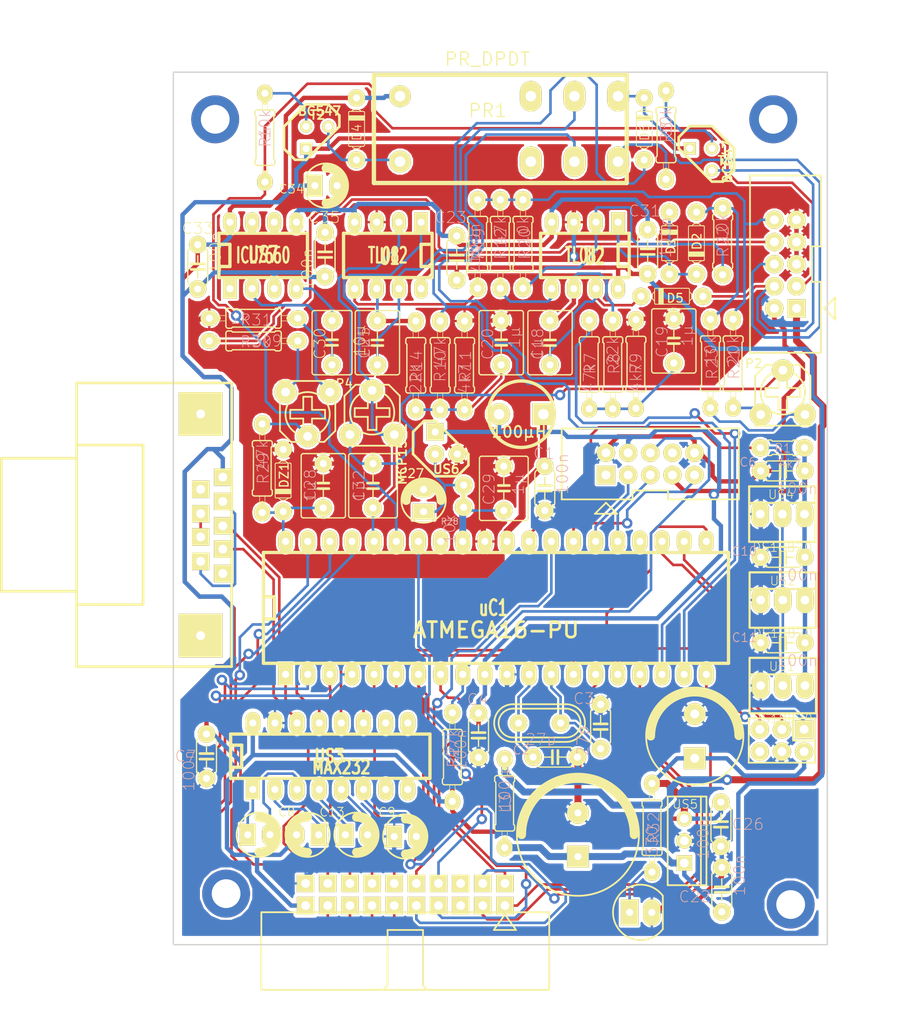
<source format=kicad_pcb>
(kicad_pcb (version 4) (host pcbnew "(2015-02-06 BZR 5410)-product")
  (layers (0 Gorna signal) (31 Dolna signal) (34 B.Paste user) (35 F.Paste user) (36 B.SilkS user) (37 F.SilkS user) (38 B.Mask user) (39 F.Mask user) (44 Edge.Cuts user))
  (net 0 "")
  (net 1 +18Va)
  (net 2 +5VD)
  (net 3 -5VA)
  (net 4 /+18V)
  (net 5 /ADC_I)
  (net 6 /ADC_U)
  (net 7 /Buzzer)
  (net 8 /CHG)
  (net 9 /DB0)
  (net 10 /DB1)
  (net 11 /DB2)
  (net 12 /DB3)
  (net 13 /DB4)
  (net 14 /DB5)
  (net 15 /DB6)
  (net 16 /DB7)
  (net 17 /DSG)
  (net 18 /E)
  (net 19 /I_bat)
  (net 20 /MPF)
  (net 21 /No_DAC)
  (net 22 /OW)
  (net 23 /PWM_CHG)
  (net 24 /PWM_DSG)
  (net 25 /R/W)
  (net 26 /RESET)
  (net 27 /RS)
  (net 28 /RXD)
  (net 29 /SCL)
  (net 30 /SDA)
  (net 31 /SW1)
  (net 32 /SW2)
  (net 33 /SW3)
  (net 34 /SW4)
  (net 35 /TCK)
  (net 36 /TDI)
  (net 37 /TDO)
  (net 38 /TMS)
  (net 39 /TXD)
  (net 40 /U_bat)
  (net 41 /VRef)
  (net 42 AGND)
  (net 43 GND)
  (net 44 N-0000014)
  (net 45 N-0000016)
  (net 46 N-0000017)
  (net 47 N-0000018)
  (net 48 N-0000019)
  (net 49 N-000002)
  (net 50 N-0000020)
  (net 51 N-0000024)
  (net 52 N-0000025)
  (net 53 N-0000032)
  (net 54 N-0000034)
  (net 55 N-0000035)
  (net 56 N-000004)
  (net 57 N-0000046)
  (net 58 N-0000047)
  (net 59 N-0000048)
  (net 60 N-0000049)
  (net 61 N-000005)
  (net 62 N-0000050)
  (net 63 N-0000051)
  (net 64 N-0000052)
  (net 65 N-0000053)
  (net 66 N-0000054)
  (net 67 N-0000055)
  (net 68 N-0000056)
  (net 69 N-0000057)
  (net 70 N-0000058)
  (net 71 N-0000059)
  (net 72 N-0000060)
  (net 73 N-0000061)
  (net 74 N-0000062)
  (net 75 N-0000065)
  (net 76 N-0000066)
  (net 77 N-0000067)
  (net 78 N-0000068)
  (net 79 N-0000069)
  (net 80 N-0000070)
  (net 81 N-0000071)
  (net 82 N-0000073)
  (net 83 N-0000074)
  (module S40-DPDT (layer Gorna) (at 147.2 54.1)
    (fp_text reference PR1 (at 0.05 -2.1) (layer F.SilkS) (effects (font (size 1.5 1.5))))
    (fp_text value PR_DPDT (at 0 -8) (layer F.SilkS) (effects (font (size 1.5 1.5))))
    (pad E1 thru_hole circle (at -10 -3.75) (size 2.5 2.5) (drill 1.2) (layers *.Cu *.Mask F.SilkS) (net 2 +5VD))
    (pad E2 thru_hole circle (at -10 3.75) (size 2.5 2.5) (drill 1.2) (layers *.Cu *.Mask F.SilkS) (net 51 N-0000024))
    (pad S1 thru_hole oval (at 10 -3.75) (size 2.5 3.5) (drill 1.2) (layers *.Cu *.Mask F.SilkS) (net 24 /PWM_DSG))
    (pad S2 thru_hole oval (at 10 3.75) (size 2.5 3.5) (drill 1.2) (layers *.Cu *.Mask F.SilkS) (net 23 /PWM_CHG))
    (pad A1 thru_hole oval (at 5 -3.75) (size 2.5 3.5) (drill 1.2) (layers *.Cu *.Mask F.SilkS))
    (pad A2 thru_hole oval (at 5 3.75) (size 2.5 3.5) (drill 1.2) (layers *.Cu *.Mask F.SilkS))
    (pad B1 thru_hole oval (at 15 -3.75) (size 2.5 3.5) (drill 1.2) (layers *.Cu *.Mask F.SilkS) (net 17 /DSG))
    (pad B2 thru_hole oval (at 15 3.75) (size 2.5 3.5) (drill 1.2) (layers *.Cu *.Mask F.SilkS) (net 54 N-0000034))
  )
  (module resistor-0207-10-ELL (layer Gorna) (at 172.8 81 90)
    (fp_text reference R23 (at 0 0.2 90) (layer B.SilkS) (effects (font (size 1.27 1.27) (thickness 0.0889))))
    (fp_text value 10k (at 1.5494 0 90) (layer B.SilkS) (effects (font (size 1.27 1.27) (thickness 0.0889))))
    (pad 1 thru_hole oval (at -5.08 0 90) (size 2 1.8) (drill 0.8128) (layers *.Cu F.Paste F.SilkS F.Mask) (net 66 N-0000054))
    (pad 2 thru_hole oval (at 5.08 0 90) (size 2 1.8) (drill 0.8128) (layers *.Cu F.Paste F.SilkS F.Mask) (net 65 N-0000053))
  )
  (module X-HC49-V (layer Gorna) (at 153.2 122.2 180)
    (fp_text reference X1 (at -0.1 -0.2 180) (layer Edge.Cuts) (effects (font (size 0.0004 0.0004) (thickness 0.1524))))
    (fp_text value 1.8432MHz (at 0.254 3.556 180) (layer Edge.Cuts) (effects (font (size 0.0004 0.0004) (thickness 0.1524))))
    (pad 1 thru_hole circle (at -2.413 0 180) (size 1.99898 1.99898) (drill 0.8128) (layers *.Cu F.Paste F.SilkS F.Mask) (net 83 N-0000074))
    (pad 2 thru_hole circle (at 2.413 0 180) (size 1.99898 1.99898) (drill 0.8128) (layers *.Cu F.Paste F.SilkS F.Mask) (net 82 N-0000073))
  )
  (module TO92-123 (layer Gorna) (at 142.5 90.1 90)
    (fp_text reference US6 (at -3 0 180) (layer F.SilkS) (effects (font (size 1.016 1.016) (thickness 0.2032))))
    (fp_text value MCP1541 (at -1.27 -5.08 90) (layer F.SilkS) (effects (font (size 1.016 1.016) (thickness 0.2032))))
    (pad 3 thru_hole rect (at 1.27 -1.27 90) (size 2 2) (drill 0.8128) (layers *.Cu *.Mask F.SilkS) (net 2 +5VD))
    (pad 2 thru_hole circle (at -1.27 -1.27 90) (size 2 2) (drill 0.8128) (layers *.Cu *.Mask F.SilkS) (net 45 N-0000016))
    (pad 1 thru_hole circle (at -1.27 1.27 90) (size 2 2) (drill 0.8128) (layers *.Cu *.Mask F.SilkS) (net 42 AGND))
  )
  (module resistor-POT-H-5-5 (layer Gorna) (at 181.1 84.3)
    (fp_text reference P2 (at -3.35 -3.3) (layer F.SilkS) (effects (font (thickness 0.1524))))
    (fp_text value 500R (at 0 5.08) (layer F.SilkS) (effects (font (size 0.0004 0.0004) (thickness 0.1524))))
    (pad 1 thru_hole circle (at -2.54 2.54) (size 2.49936 2.49936) (drill 1.00076) (layers *.Cu *.Mask F.SilkS) (net 50 N-0000020))
    (pad S thru_hole circle (at 0 -2.54) (size 2.49936 2.49936) (drill 1.00076) (layers *.Cu *.Mask F.SilkS) (net 57 N-0000046))
    (pad 2 thru_hole circle (at 2.54 2.54) (size 2.49936 2.49936) (drill 1.00076) (layers *.Cu *.Mask F.SilkS) (net 66 N-0000054))
  )
  (module resistor-POT-H-5-5 (layer Gorna) (at 126.6 86.8 180)
    (fp_text reference P3 (at 4.8 3.9 180) (layer F.SilkS) (effects (font (size 0.0004 0.0004) (thickness 0.1524))))
    (fp_text value 1k (at 0 5.08 180) (layer F.SilkS) (effects (font (size 0.0004 0.0004) (thickness 0.1524))))
    (pad 1 thru_hole circle (at -2.54 2.54 180) (size 2.49936 2.49936) (drill 1.00076) (layers *.Cu *.Mask F.SilkS) (net 48 N-0000019))
    (pad S thru_hole circle (at 0 -2.54 180) (size 2.49936 2.49936) (drill 1.00076) (layers *.Cu *.Mask F.SilkS) (net 47 N-0000018))
    (pad 2 thru_hole circle (at 2.54 2.54 180) (size 2.49936 2.49936) (drill 1.00076) (layers *.Cu *.Mask F.SilkS) (net 80 N-0000070))
  )
  (module resistor-POT-H-5-5 (layer Gorna) (at 134 86.6)
    (fp_text reference P4 (at -3.2 -3.3) (layer F.SilkS) (effects (font (thickness 0.1524))))
    (fp_text value 100k (at 0 5.08) (layer F.SilkS) (effects (font (size 0.0004 0.0004) (thickness 0.1524))))
    (pad 1 thru_hole circle (at -2.54 2.54) (size 2.49936 2.49936) (drill 1.00076) (layers *.Cu *.Mask F.SilkS) (net 57 N-0000046))
    (pad S thru_hole circle (at 0 -2.54) (size 2.49936 2.49936) (drill 1.00076) (layers *.Cu *.Mask F.SilkS) (net 5 /ADC_I))
    (pad 2 thru_hole circle (at 2.54 2.54) (size 2.49936 2.49936) (drill 1.00076) (layers *.Cu *.Mask F.SilkS) (net 5 /ADC_I))
  )
  (module PINHEAD1-3 (layer Gorna) (at 181.1 108.1)
    (fp_text reference US2 (at 0 -2.2) (layer F.SilkS) (effects (font (size 1.016 1.016) (thickness 0.0889))))
    (fp_text value DS18B20 (at 0 3.81) (layer F.SilkS) (effects (font (size 1.016 1.016) (thickness 0.0889))))
    (pad 1 thru_hole oval (at -2.54 0) (size 2 3.01498) (drill 0.99822) (layers *.Cu F.Paste F.SilkS F.Mask) (net 43 GND))
    (pad 2 thru_hole oval (at 0 0) (size 2 3.01498) (drill 0.99822) (layers *.Cu F.Paste F.SilkS F.Mask) (net 22 /OW))
    (pad 3 thru_hole oval (at 2.54 0) (size 2 3.01498) (drill 0.99822) (layers *.Cu F.Paste F.SilkS F.Mask) (net 2 +5VD))
  )
  (module PINHEAD1-3 (layer Gorna) (at 181.05 98.25)
    (fp_text reference US4 (at -0.15 -2.25) (layer F.SilkS) (effects (font (size 1.016 1.016) (thickness 0.0889))))
    (fp_text value DS18B20 (at 0 3.81) (layer F.SilkS) (effects (font (size 1.016 1.016) (thickness 0.0889))))
    (pad 1 thru_hole oval (at -2.54 0) (size 2 3.01498) (drill 0.99822) (layers *.Cu F.Paste F.SilkS F.Mask) (net 43 GND))
    (pad 2 thru_hole oval (at 0 0) (size 2 3.01498) (drill 0.99822) (layers *.Cu F.Paste F.SilkS F.Mask) (net 22 /OW))
    (pad 3 thru_hole oval (at 2.54 0) (size 2 3.01498) (drill 0.99822) (layers *.Cu F.Paste F.SilkS F.Mask) (net 2 +5VD))
  )
  (module PINHEAD1-3 (layer Gorna) (at 181.1 117.9)
    (fp_text reference US1 (at -0.1 -2.2) (layer F.SilkS) (effects (font (size 1.016 1.016) (thickness 0.0889))))
    (fp_text value DS18B20 (at 0 3.81) (layer F.SilkS) (effects (font (size 1.016 1.016) (thickness 0.0889))))
    (pad 1 thru_hole oval (at -2.54 0) (size 2 3.01498) (drill 0.99822) (layers *.Cu F.Paste F.SilkS F.Mask) (net 43 GND))
    (pad 2 thru_hole oval (at 0 0) (size 2 3.01498) (drill 0.99822) (layers *.Cu F.Paste F.SilkS F.Mask) (net 22 /OW))
    (pad 3 thru_hole oval (at 2.54 0) (size 2 3.01498) (drill 0.99822) (layers *.Cu F.Paste F.SilkS F.Mask) (net 2 +5VD))
  )
  (module IDE-V-10 (layer Gorna) (at 165.9 92.5)
    (fp_text reference K2 (at -8.15 -2.5) (layer F.SilkS) (effects (font (size 0.0004 0.0004) (thickness 0.1524))))
    (fp_text value JTAG-ATMEL (at 0 -8.509) (layer F.SilkS) (effects (font (size 0.0004 0.0004) (thickness 0.1524))))
    (pad 1 thru_hole rect (at -5.08 1.27) (size 2.1 2.1) (drill 1.016) (layers *.Cu F.Paste F.SilkS F.Mask) (net 35 /TCK))
    (pad 2 thru_hole circle (at -5.08 -1.27) (size 2.1 2.1) (drill 1.016) (layers *.Cu F.Paste F.SilkS F.Mask) (net 43 GND))
    (pad 3 thru_hole circle (at -2.54 1.27) (size 2.1 2.1) (drill 1.016) (layers *.Cu F.Paste F.SilkS F.Mask) (net 37 /TDO))
    (pad 4 thru_hole circle (at -2.54 -1.27) (size 2.1 2.1) (drill 1.016) (layers *.Cu F.Paste F.SilkS F.Mask) (net 2 +5VD))
    (pad 5 thru_hole circle (at 0 1.27) (size 2.1 2.1) (drill 1.016) (layers *.Cu F.Paste F.SilkS F.Mask) (net 38 /TMS))
    (pad 6 thru_hole circle (at 0 -1.27) (size 2.1 2.1) (drill 1.016) (layers *.Cu F.Paste F.SilkS F.Mask) (net 26 /RESET))
    (pad 7 thru_hole circle (at 2.54 1.27) (size 2.1 2.1) (drill 1.016) (layers *.Cu F.Paste F.SilkS F.Mask) (net 2 +5VD))
    (pad 8 thru_hole circle (at 2.54 -1.27) (size 2.1 2.1) (drill 1.016) (layers *.Cu F.Paste F.SilkS F.Mask))
    (pad 9 thru_hole circle (at 5.08 1.27) (size 2.1 2.1) (drill 1.016) (layers *.Cu F.Paste F.SilkS F.Mask) (net 36 /TDI))
    (pad 10 thru_hole circle (at 5.08 -1.27) (size 2.1 2.1) (drill 1.016) (layers *.Cu F.Paste F.SilkS F.Mask) (net 43 GND))
  )
  (module DIP-8__300_ELL (layer Gorna) (at 135.8 68.6 180)
    (fp_text reference U1 (at -0.2 -0.15 180) (layer F.SilkS) (effects (font (size 1.778 1.143) (thickness 0.3048))))
    (fp_text value TL082 (at 0 0 180) (layer F.SilkS) (effects (font (size 1.778 1.016) (thickness 0.3048))))
    (pad 1 thru_hole rect (at -3.81 3.81 180) (size 1.5748 2.286) (drill 0.8128) (layers *.Cu *.Mask F.SilkS) (net 5 /ADC_I))
    (pad 2 thru_hole oval (at -1.27 3.81 180) (size 1.5748 2.286) (drill 0.8128) (layers *.Cu *.Mask F.SilkS) (net 57 N-0000046))
    (pad 3 thru_hole oval (at 1.27 3.81 180) (size 1.5748 2.286) (drill 0.8128) (layers *.Cu *.Mask F.SilkS) (net 42 AGND))
    (pad 4 thru_hole oval (at 3.81 3.81 180) (size 1.5748 2.286) (drill 0.8128) (layers *.Cu *.Mask F.SilkS) (net 3 -5VA))
    (pad 5 thru_hole oval (at 3.81 -3.81 180) (size 1.5748 2.286) (drill 0.8128) (layers *.Cu *.Mask F.SilkS) (net 68 N-0000056))
    (pad 6 thru_hole oval (at 1.27 -3.81 180) (size 1.5748 2.286) (drill 0.8128) (layers *.Cu *.Mask F.SilkS) (net 67 N-0000055))
    (pad 7 thru_hole oval (at -1.27 -3.81 180) (size 1.5748 2.286) (drill 0.8128) (layers *.Cu *.Mask F.SilkS) (net 69 N-0000057))
    (pad 8 thru_hole oval (at -3.81 -3.81 180) (size 1.5748 2.286) (drill 0.8128) (layers *.Cu *.Mask F.SilkS) (net 1 +18Va))
  )
  (module DIP-8__300_ELL (layer Gorna) (at 121.5 68.6)
    (fp_text reference US7 (at 0 -0.1) (layer F.SilkS) (effects (font (size 1.778 1.143) (thickness 0.3048))))
    (fp_text value ICL7660 (at 0 0) (layer F.SilkS) (effects (font (size 1.778 1.016) (thickness 0.3048))))
    (pad 1 thru_hole rect (at -3.81 3.81) (size 1.5748 2.286) (drill 0.8128) (layers *.Cu *.Mask F.SilkS))
    (pad 2 thru_hole oval (at -1.27 3.81) (size 1.5748 2.286) (drill 0.8128) (layers *.Cu *.Mask F.SilkS) (net 46 N-0000017))
    (pad 3 thru_hole oval (at 1.27 3.81) (size 1.5748 2.286) (drill 0.8128) (layers *.Cu *.Mask F.SilkS) (net 43 GND))
    (pad 4 thru_hole oval (at 3.81 3.81) (size 1.5748 2.286) (drill 0.8128) (layers *.Cu *.Mask F.SilkS) (net 81 N-0000071))
    (pad 5 thru_hole oval (at 3.81 -3.81) (size 1.5748 2.286) (drill 0.8128) (layers *.Cu *.Mask F.SilkS) (net 3 -5VA))
    (pad 6 thru_hole oval (at 1.27 -3.81) (size 1.5748 2.286) (drill 0.8128) (layers *.Cu *.Mask F.SilkS))
    (pad 7 thru_hole oval (at -1.27 -3.81) (size 1.5748 2.286) (drill 0.8128) (layers *.Cu *.Mask F.SilkS))
    (pad 8 thru_hole oval (at -3.81 -3.81) (size 1.5748 2.286) (drill 0.8128) (layers *.Cu *.Mask F.SilkS) (net 2 +5VD))
  )
  (module DIP-8__300_ELL (layer Gorna) (at 158.4 68.6 180)
    (fp_text reference U2 (at -1.1 -0.15 180) (layer F.SilkS) (effects (font (size 1.778 1.143) (thickness 0.3048))))
    (fp_text value TL082 (at 0 0 180) (layer F.SilkS) (effects (font (size 1.778 1.016) (thickness 0.3048))))
    (pad 1 thru_hole rect (at -3.81 3.81 180) (size 1.5748 2.286) (drill 0.8128) (layers *.Cu *.Mask F.SilkS) (net 64 N-0000052))
    (pad 2 thru_hole oval (at -1.27 3.81 180) (size 1.5748 2.286) (drill 0.8128) (layers *.Cu *.Mask F.SilkS) (net 58 N-0000047))
    (pad 3 thru_hole oval (at 1.27 3.81 180) (size 1.5748 2.286) (drill 0.8128) (layers *.Cu *.Mask F.SilkS) (net 42 AGND))
    (pad 4 thru_hole oval (at 3.81 3.81 180) (size 1.5748 2.286) (drill 0.8128) (layers *.Cu *.Mask F.SilkS) (net 3 -5VA))
    (pad 5 thru_hole oval (at 3.81 -3.81 180) (size 1.5748 2.286) (drill 0.8128) (layers *.Cu *.Mask F.SilkS) (net 49 N-000002))
    (pad 6 thru_hole oval (at 1.27 -3.81 180) (size 1.5748 2.286) (drill 0.8128) (layers *.Cu *.Mask F.SilkS) (net 53 N-0000032))
    (pad 7 thru_hole oval (at -1.27 -3.81 180) (size 1.5748 2.286) (drill 0.8128) (layers *.Cu *.Mask F.SilkS) (net 63 N-0000051))
    (pad 8 thru_hole oval (at -3.81 -3.81 180) (size 1.5748 2.286) (drill 0.8128) (layers *.Cu *.Mask F.SilkS) (net 1 +18Va))
  )
  (module DIP-40__600_ELL (layer Gorna) (at 148.2 109)
    (fp_text reference uC1 (at -0.3 0) (layer F.SilkS) (effects (font (size 1.778 1.143) (thickness 0.3048))))
    (fp_text value ATMEGA16-PU (at 0 2.54) (layer F.SilkS) (effects (font (size 1.778 1.778) (thickness 0.3048))))
    (pad 1 thru_hole rect (at -24.13 7.62) (size 1.7 2.5) (drill 0.8128) (layers *.Cu *.Mask F.SilkS) (net 9 /DB0))
    (pad 2 thru_hole oval (at -21.59 7.62) (size 1.7 2.5) (drill 0.8128) (layers *.Cu *.Mask F.SilkS) (net 10 /DB1))
    (pad 3 thru_hole oval (at -19.05 7.62) (size 1.7 2.5) (drill 0.8128) (layers *.Cu *.Mask F.SilkS) (net 11 /DB2))
    (pad 4 thru_hole oval (at -16.51 7.62) (size 1.7 2.5) (drill 0.8128) (layers *.Cu *.Mask F.SilkS) (net 12 /DB3))
    (pad 5 thru_hole oval (at -13.97 7.62) (size 1.7 2.5) (drill 0.8128) (layers *.Cu *.Mask F.SilkS) (net 13 /DB4))
    (pad 6 thru_hole oval (at -11.43 7.62) (size 1.7 2.5) (drill 0.8128) (layers *.Cu *.Mask F.SilkS) (net 14 /DB5))
    (pad 7 thru_hole oval (at -8.89 7.62) (size 1.7 2.5) (drill 0.8128) (layers *.Cu *.Mask F.SilkS) (net 15 /DB6))
    (pad 8 thru_hole oval (at -6.35 7.62) (size 1.7 2.5) (drill 0.8128) (layers *.Cu *.Mask F.SilkS) (net 16 /DB7))
    (pad 9 thru_hole oval (at -3.81 7.62) (size 1.7 2.5) (drill 0.8128) (layers *.Cu *.Mask F.SilkS) (net 26 /RESET))
    (pad 10 thru_hole oval (at -1.27 7.62) (size 1.7 2.5) (drill 0.8128) (layers *.Cu *.Mask F.SilkS) (net 2 +5VD))
    (pad 11 thru_hole oval (at 1.27 7.62) (size 1.7 2.5) (drill 0.8128) (layers *.Cu *.Mask F.SilkS) (net 43 GND))
    (pad 12 thru_hole oval (at 3.81 7.62) (size 1.7 2.5) (drill 0.8128) (layers *.Cu *.Mask F.SilkS) (net 82 N-0000073))
    (pad 13 thru_hole oval (at 6.35 7.62) (size 1.7 2.5) (drill 0.8128) (layers *.Cu *.Mask F.SilkS) (net 83 N-0000074))
    (pad 14 thru_hole oval (at 8.89 7.62) (size 1.7 2.5) (drill 0.8128) (layers *.Cu *.Mask F.SilkS) (net 28 /RXD))
    (pad 15 thru_hole oval (at 11.43 7.62) (size 1.7 2.5) (drill 0.8128) (layers *.Cu *.Mask F.SilkS) (net 39 /TXD))
    (pad 16 thru_hole oval (at 13.97 7.62) (size 1.7 2.5) (drill 0.8128) (layers *.Cu *.Mask F.SilkS) (net 20 /MPF))
    (pad 17 thru_hole oval (at 16.51 7.62) (size 1.7 2.5) (drill 0.8128) (layers *.Cu *.Mask F.SilkS) (net 32 /SW2))
    (pad 18 thru_hole oval (at 19.05 7.62) (size 1.7 2.5) (drill 0.8128) (layers *.Cu *.Mask F.SilkS) (net 24 /PWM_DSG))
    (pad 19 thru_hole oval (at 21.59 7.62) (size 1.7 2.5) (drill 0.8128) (layers *.Cu *.Mask F.SilkS) (net 23 /PWM_CHG))
    (pad 20 thru_hole oval (at 24.13 7.62) (size 1.7 2.5) (drill 0.8128) (layers *.Cu *.Mask F.SilkS) (net 33 /SW3))
    (pad 21 thru_hole oval (at 24.13 -7.62) (size 1.7 2.5) (drill 0.8128) (layers *.Cu *.Mask F.SilkS) (net 34 /SW4))
    (pad 22 thru_hole oval (at 21.59 -7.62) (size 1.7 2.5) (drill 0.8128) (layers *.Cu *.Mask F.SilkS) (net 29 /SCL))
    (pad 23 thru_hole oval (at 19.05 -7.62) (size 1.7 2.5) (drill 0.8128) (layers *.Cu *.Mask F.SilkS) (net 30 /SDA))
    (pad 24 thru_hole oval (at 16.51 -7.62) (size 1.7 2.5) (drill 0.8128) (layers *.Cu *.Mask F.SilkS) (net 35 /TCK))
    (pad 25 thru_hole oval (at 13.97 -7.62) (size 1.7 2.5) (drill 0.8128) (layers *.Cu *.Mask F.SilkS) (net 38 /TMS))
    (pad 26 thru_hole oval (at 11.43 -7.62) (size 1.7 2.5) (drill 0.8128) (layers *.Cu *.Mask F.SilkS) (net 37 /TDO))
    (pad 27 thru_hole oval (at 8.89 -7.62) (size 1.7 2.5) (drill 0.8128) (layers *.Cu *.Mask F.SilkS) (net 36 /TDI))
    (pad 28 thru_hole oval (at 6.35 -7.62) (size 1.7 2.5) (drill 0.8128) (layers *.Cu *.Mask F.SilkS) (net 31 /SW1))
    (pad 29 thru_hole oval (at 3.81 -7.62) (size 1.7 2.5) (drill 0.8128) (layers *.Cu *.Mask F.SilkS) (net 22 /OW))
    (pad 30 thru_hole oval (at 1.27 -7.62) (size 1.7 2.5) (drill 0.8128) (layers *.Cu *.Mask F.SilkS) (net 56 N-000004))
    (pad 31 thru_hole oval (at -1.27 -7.62) (size 1.7 2.5) (drill 0.8128) (layers *.Cu *.Mask F.SilkS) (net 42 AGND))
    (pad 32 thru_hole oval (at -3.81 -7.62) (size 1.7 2.5) (drill 0.8128) (layers *.Cu *.Mask F.SilkS) (net 41 /VRef))
    (pad 33 thru_hole oval (at -6.35 -7.62) (size 1.7 2.5) (drill 0.8128) (layers *.Cu *.Mask F.SilkS))
    (pad 34 thru_hole oval (at -8.89 -7.62) (size 1.7 2.5) (drill 0.8128) (layers *.Cu *.Mask F.SilkS) (net 7 /Buzzer))
    (pad 35 thru_hole oval (at -11.43 -7.62) (size 1.7 2.5) (drill 0.8128) (layers *.Cu *.Mask F.SilkS) (net 21 /No_DAC))
    (pad 36 thru_hole oval (at -13.97 -7.62) (size 1.7 2.5) (drill 0.8128) (layers *.Cu *.Mask F.SilkS) (net 5 /ADC_I))
    (pad 37 thru_hole oval (at -16.51 -7.62) (size 1.7 2.5) (drill 0.8128) (layers *.Cu *.Mask F.SilkS) (net 18 /E))
    (pad 38 thru_hole oval (at -19.05 -7.62) (size 1.7 2.5) (drill 0.8128) (layers *.Cu *.Mask F.SilkS) (net 25 /R/W))
    (pad 39 thru_hole oval (at -21.59 -7.62) (size 1.7 2.5) (drill 0.8128) (layers *.Cu *.Mask F.SilkS) (net 27 /RS))
    (pad 40 thru_hole oval (at -24.13 -7.62) (size 1.7 2.5) (drill 0.8128) (layers *.Cu *.Mask F.SilkS) (net 6 /ADC_U))
  )
  (module DIP-16__300_ELL (layer Gorna) (at 129.2 126)
    (fp_text reference US3 (at -0.1 0) (layer F.SilkS) (effects (font (size 1.524 1.143) (thickness 0.3048))))
    (fp_text value MAX232 (at 1.27 1.27) (layer F.SilkS) (effects (font (size 1.524 1.143) (thickness 0.3048))))
    (pad 1 thru_hole rect (at -8.89 3.81) (size 1.5748 2.286) (drill 0.8128) (layers *.Cu *.Mask F.SilkS) (net 71 N-0000059))
    (pad 2 thru_hole oval (at -6.35 3.81) (size 1.7 2.5) (drill 0.8128) (layers *.Cu *.Mask F.SilkS) (net 79 N-0000069))
    (pad 3 thru_hole oval (at -3.81 3.81) (size 1.7 2.5) (drill 0.8128) (layers *.Cu *.Mask F.SilkS) (net 76 N-0000066))
    (pad 4 thru_hole oval (at -1.27 3.81) (size 1.7 2.5) (drill 0.8128) (layers *.Cu *.Mask F.SilkS) (net 70 N-0000058))
    (pad 5 thru_hole oval (at 1.27 3.81) (size 1.7 2.5) (drill 0.8128) (layers *.Cu *.Mask F.SilkS) (net 77 N-0000067))
    (pad 6 thru_hole oval (at 3.81 3.81) (size 1.7 2.5) (drill 0.8128) (layers *.Cu *.Mask F.SilkS) (net 78 N-0000068))
    (pad 7 thru_hole oval (at 6.35 3.81) (size 1.7 2.5) (drill 0.8128) (layers *.Cu *.Mask F.SilkS))
    (pad 8 thru_hole oval (at 8.89 3.81) (size 1.7 2.5) (drill 0.8128) (layers *.Cu *.Mask F.SilkS))
    (pad 9 thru_hole oval (at 8.89 -3.81) (size 1.7 2.5) (drill 0.8128) (layers *.Cu *.Mask F.SilkS))
    (pad 10 thru_hole oval (at 6.35 -3.81) (size 1.7 2.5) (drill 0.8128) (layers *.Cu *.Mask F.SilkS))
    (pad 11 thru_hole oval (at 3.81 -3.81) (size 1.7 2.5) (drill 0.8128) (layers *.Cu *.Mask F.SilkS) (net 39 /TXD))
    (pad 12 thru_hole oval (at 1.27 -3.81) (size 1.7 2.5) (drill 0.8128) (layers *.Cu *.Mask F.SilkS) (net 28 /RXD))
    (pad 13 thru_hole oval (at -1.27 -3.81) (size 1.7 2.5) (drill 0.8128) (layers *.Cu *.Mask F.SilkS) (net 73 N-0000061))
    (pad 14 thru_hole oval (at -3.81 -3.81) (size 1.7 2.5) (drill 0.8128) (layers *.Cu *.Mask F.SilkS) (net 75 N-0000065))
    (pad 15 thru_hole oval (at -6.35 -3.81) (size 1.7 2.5) (drill 0.8128) (layers *.Cu *.Mask F.SilkS) (net 43 GND))
    (pad 16 thru_hole oval (at -8.89 -3.81) (size 1.7 2.5) (drill 0.8128) (layers *.Cu *.Mask F.SilkS) (net 2 +5VD))
  )
  (module DB9FC (layer Gorna) (at 115.6 99.6 90)
    (fp_text reference K1 (at 17.7 -2.4 180) (layer F.SilkS) (effects (font (size 0.0004 0.0004) (thickness 0.3048))))
    (fp_text value D-SUB-DE-9 (at 1.27 -3.81 90) (layer F.SilkS) (effects (font (size 0.0004 0.0004) (thickness 0.3048))))
    (pad "" thru_hole rect (at 12.827 -1.27 90) (size 5 5) (drill 1.016) (layers *.Cu *.Mask F.SilkS))
    (pad "" thru_hole rect (at -12.573 -1.27 90) (size 5 5) (drill 1.016) (layers *.Cu *.Mask F.SilkS))
    (pad 1 thru_hole rect (at -5.461 1.27 90) (size 2 2) (drill 1.016) (layers *.Cu *.Mask F.SilkS))
    (pad 2 thru_hole rect (at -2.667 1.27 90) (size 2 2) (drill 1.016) (layers *.Cu *.Mask F.SilkS) (net 75 N-0000065))
    (pad 3 thru_hole rect (at 0 1.27 90) (size 2 2) (drill 1.016) (layers *.Cu *.Mask F.SilkS) (net 73 N-0000061))
    (pad 4 thru_hole rect (at 2.794 1.27 90) (size 2 2) (drill 1.016) (layers *.Cu *.Mask F.SilkS) (net 74 N-0000062))
    (pad 5 thru_hole rect (at 5.588 1.27 90) (size 2 2) (drill 1.016) (layers *.Cu *.Mask F.SilkS) (net 43 GND))
    (pad 6 thru_hole rect (at -4.064 -1.27 90) (size 2 2) (drill 1.016) (layers *.Cu *.Mask F.SilkS) (net 74 N-0000062))
    (pad 7 thru_hole rect (at -1.27 -1.27 90) (size 2 2) (drill 1.016) (layers *.Cu *.Mask F.SilkS) (net 72 N-0000060))
    (pad 8 thru_hole rect (at 1.397 -1.27 90) (size 2 2) (drill 1.016) (layers *.Cu *.Mask F.SilkS) (net 72 N-0000060))
    (pad 9 thru_hole rect (at 4.191 -1.27 90) (size 2 2) (drill 1.016) (layers *.Cu *.Mask F.SilkS))
  )
  (module capacitor-ELE-5-14 (layer Gorna) (at 157.6 135 270)
    (fp_text reference C21 (at 0.2 0 360) (layer F.SilkS) (effects (font (size 0.0004 0.0004) (thickness 0.1524))))
    (fp_text value 470µ (at 0 -10.50036 270) (layer F.SilkS) (effects (font (size 0.0004 0.0004) (thickness 0.1524))))
    (pad - thru_hole circle (at -2.49936 0 270) (size 2.49936 2.49936) (drill 0.8001) (layers *.Cu *.Mask F.SilkS) (net 43 GND))
    (pad + thru_hole rect (at 2.49936 0 270) (size 2.49936 2.49936) (drill 0.8001) (layers *.Cu *.Mask F.SilkS) (net 1 +18Va))
  )
  (module capacitor-ELE-5-11 (layer Gorna) (at 171 123.7 90)
    (fp_text reference C24 (at -0.2 0 180) (layer F.SilkS) (effects (font (size 0.0004 0.0004) (thickness 0.1524))))
    (fp_text value 470µ (at 0 6.858 90) (layer F.SilkS) (effects (font (size 0.0004 0.0004) (thickness 0.1524))))
    (pad + thru_hole rect (at -2.54 0 90) (size 2.49936 2.49936) (drill 1.016) (layers *.Cu *.Mask F.SilkS) (net 2 +5VD))
    (pad - thru_hole circle (at 2.54 0 90) (size 2.49936 2.49936) (drill 1.016) (layers *.Cu *.Mask F.SilkS) (net 43 GND))
  )
  (module capacitor-ELE-2.5-5 (layer Gorna) (at 139.9 96.7 90)
    (fp_text reference C27 (at 3.1 -1.4 180) (layer F.SilkS) (effects (font (thickness 0.1524))))
    (fp_text value 10µ (at 0.762 3.81 90) (layer F.SilkS) (effects (font (size 0.0004 0.0004) (thickness 0.1524))))
    (pad + thru_hole rect (at -1.27 0 90) (size 1.80086 2.49936) (drill 0.8128) (layers *.Cu *.Mask F.SilkS) (net 45 N-0000016))
    (pad - thru_hole oval (at 1.27 0 90) (size 1.80086 2.49936) (drill 0.8128) (layers *.Cu *.Mask F.SilkS) (net 42 AGND))
  )
  (module capacitor-ELE-2.5-5 (layer Gorna) (at 121 135)
    (fp_text reference C12 (at -4.2 -2.4) (layer F.SilkS) (effects (font (size 0.0004 0.0004) (thickness 0.1524))))
    (fp_text value 10µ (at 0.762 3.81) (layer F.SilkS) (effects (font (size 0.0004 0.0004) (thickness 0.1524))))
    (pad + thru_hole rect (at -1.27 0) (size 1.80086 2.49936) (drill 0.8128) (layers *.Cu *.Mask F.SilkS) (net 71 N-0000059))
    (pad - thru_hole oval (at 1.27 0) (size 1.80086 2.49936) (drill 0.8128) (layers *.Cu *.Mask F.SilkS) (net 76 N-0000066))
  )
  (module capacitor-ELE-2.5-5 (layer Gorna) (at 132.2 135)
    (fp_text reference C13 (at -2.8 -2.6) (layer F.SilkS) (effects (font (thickness 0.1))))
    (fp_text value 10µ (at 0.762 3.81) (layer F.SilkS) (effects (font (size 0.0004 0.0004) (thickness 0.1524))))
    (pad + thru_hole rect (at -1.27 0) (size 1.80086 2.49936) (drill 0.8128) (layers *.Cu *.Mask F.SilkS) (net 70 N-0000058))
    (pad - thru_hole oval (at 1.27 0) (size 1.80086 2.49936) (drill 0.8128) (layers *.Cu *.Mask F.SilkS) (net 77 N-0000067))
  )
  (module capacitor-ELE-2.5-5 (layer Gorna) (at 126.6 135 180)
    (fp_text reference C8 (at 2.4 2.6 180) (layer F.SilkS) (effects (font (thickness 0.1))))
    (fp_text value 10µ (at 0.762 3.81 180) (layer F.SilkS) (effects (font (size 0.0004 0.0004) (thickness 0.1524))))
    (pad + thru_hole rect (at -1.27 0 180) (size 1.80086 2.49936) (drill 0.8128) (layers *.Cu *.Mask F.SilkS) (net 79 N-0000069))
    (pad - thru_hole oval (at 1.27 0 180) (size 1.80086 2.49936) (drill 0.8128) (layers *.Cu *.Mask F.SilkS) (net 2 +5VD))
  )
  (module capacitor-ELE-2.5-5 (layer Gorna) (at 137.8 135.2)
    (fp_text reference C9 (at -2.1 -2.8) (layer F.SilkS) (effects (font (thickness 0.1))))
    (fp_text value 10µ (at 0.762 3.81) (layer F.SilkS) (effects (font (size 0.0004 0.0004) (thickness 0.1524))))
    (pad + thru_hole rect (at -1.27 0) (size 1.80086 2.49936) (drill 0.8128) (layers *.Cu *.Mask F.SilkS) (net 43 GND))
    (pad - thru_hole oval (at 1.27 0) (size 1.80086 2.49936) (drill 0.8128) (layers *.Cu *.Mask F.SilkS) (net 78 N-0000068))
  )
  (module capacitor-C050-055X075 (layer Gorna) (at 134.1 95 270)
    (fp_text reference C32 (at 0 1.6 270) (layer B.SilkS) (effects (font (size 1.27 1.27) (thickness 0.0889))))
    (fp_text value 1µ (at 0.508 1.651 270) (layer B.SilkS) (effects (font (size 1.27 1.27) (thickness 0.0889))))
    (pad 1 thru_hole circle (at -2.54 0 270) (size 2 2) (drill 0.8128) (layers *.Cu *.Mask F.SilkS) (net 57 N-0000046))
    (pad 2 thru_hole circle (at 2.54 0 270) (size 2 2) (drill 0.8128) (layers *.Cu *.Mask F.SilkS) (net 5 /ADC_I))
  )
  (module capacitor-C050-055X075 (layer Gorna) (at 149.1 95.3 90)
    (fp_text reference C29 (at -0.1 -1.7 90) (layer B.SilkS) (effects (font (size 1.27 1.27) (thickness 0.0889))))
    (fp_text value 1µ (at 0.508 1.651 90) (layer B.SilkS) (effects (font (size 1.27 1.27) (thickness 0.0889))))
    (pad 1 thru_hole circle (at -2.54 0 90) (size 2 2) (drill 0.8128) (layers *.Cu *.Mask F.SilkS) (net 41 /VRef))
    (pad 2 thru_hole circle (at 2.54 0 90) (size 2 2) (drill 0.8128) (layers *.Cu *.Mask F.SilkS) (net 42 AGND))
  )
  (module capacitor-C050-050X075 (layer Gorna) (at 148.8 78.6 90)
    (fp_text reference C20 (at -0.15 -1.55 90) (layer B.SilkS) (effects (font (size 1.27 1.27) (thickness 0.0889))))
    (fp_text value 1µ (at 0.635 1.524 90) (layer B.SilkS) (effects (font (size 1.27 1.27) (thickness 0.0889))))
    (pad 1 thru_hole circle (at -2.54 0 90) (size 2 2) (drill 0.8128) (layers *.Cu *.Mask F.SilkS) (net 61 N-000005))
    (pad 2 thru_hole circle (at 2.54 0 90) (size 2 2) (drill 0.8128) (layers *.Cu *.Mask F.SilkS) (net 42 AGND))
  )
  (module capacitor-C050-050X075 (layer Gorna) (at 134.6 78.6 270)
    (fp_text reference C25 (at 0 1.5 270) (layer B.SilkS) (effects (font (size 1.27 1.27) (thickness 0.0889))))
    (fp_text value 1µ (at 0.635 1.524 270) (layer B.SilkS) (effects (font (size 1.27 1.27) (thickness 0.0889))))
    (pad 1 thru_hole circle (at -2.54 0 270) (size 2 2) (drill 0.8128) (layers *.Cu *.Mask F.SilkS) (net 67 N-0000055))
    (pad 2 thru_hole circle (at 2.54 0 270) (size 2 2) (drill 0.8128) (layers *.Cu *.Mask F.SilkS) (net 69 N-0000057))
  )
  (module capacitor-C050-050X075 (layer Gorna) (at 154.4 78.6 270)
    (fp_text reference C18 (at 0.15 1.4 270) (layer B.SilkS) (effects (font (size 1.27 1.27) (thickness 0.0889))))
    (fp_text value 1µ (at 0.635 1.524 270) (layer B.SilkS) (effects (font (size 1.27 1.27) (thickness 0.0889))))
    (pad 1 thru_hole circle (at -2.54 0 270) (size 2 2) (drill 0.8128) (layers *.Cu *.Mask F.SilkS) (net 53 N-0000032))
    (pad 2 thru_hole circle (at 2.54 0 270) (size 2 2) (drill 0.8128) (layers *.Cu *.Mask F.SilkS) (net 63 N-0000051))
  )
  (module capacitor-C050-050X075 (layer Gorna) (at 128.4 95 270)
    (fp_text reference C28 (at -0.1 1.5 270) (layer B.SilkS) (effects (font (size 1.27 1.27) (thickness 0.0889))))
    (fp_text value 1µ (at 0.635 1.524 270) (layer B.SilkS) (effects (font (size 1.27 1.27) (thickness 0.0889))))
    (pad 1 thru_hole circle (at -2.54 0 270) (size 2 2) (drill 0.8128) (layers *.Cu *.Mask F.SilkS) (net 42 AGND))
    (pad 2 thru_hole circle (at 2.54 0 270) (size 2 2) (drill 0.8128) (layers *.Cu *.Mask F.SilkS) (net 6 /ADC_U))
  )
  (module capacitor-C050-050X075 (layer Gorna) (at 168.6 78.4 90)
    (fp_text reference C19 (at -0.1 -1.35 90) (layer B.SilkS) (effects (font (size 1.27 1.27) (thickness 0.0889))))
    (fp_text value 1µ (at 0.635 1.524 90) (layer B.SilkS) (effects (font (size 1.27 1.27) (thickness 0.0889))))
    (pad 1 thru_hole circle (at -2.54 0 90) (size 2 2) (drill 0.8128) (layers *.Cu *.Mask F.SilkS) (net 59 N-0000048))
    (pad 2 thru_hole circle (at 2.54 0 90) (size 2 2) (drill 0.8128) (layers *.Cu *.Mask F.SilkS) (net 42 AGND))
  )
  (module capacitor-C050-045X075 (layer Gorna) (at 129.4 78.6 90)
    (fp_text reference C30 (at -0.1 -1.4 90) (layer F.SilkS) (effects (font (size 1.27 1.27) (thickness 0.0889))))
    (fp_text value 10µ (at 0.254 3.175 90) (layer F.SilkS) (effects (font (size 1.27 1.27) (thickness 0.0889))))
    (pad 1 thru_hole circle (at -2.54 0 90) (size 2 2) (drill 0.8128) (layers *.Cu *.Mask F.SilkS) (net 46 N-0000017))
    (pad 2 thru_hole circle (at 2.54 0 90) (size 2 2) (drill 0.8128) (layers *.Cu *.Mask F.SilkS) (net 81 N-0000071))
  )
  (module capacitor-C050-024X044 (layer Gorna) (at 155 126.1 180)
    (fp_text reference C2 (at 3.9 0.8 180) (layer B.SilkS) (effects (font (thickness 0.1))))
    (fp_text value 27p (at 1.651 2.032 180) (layer B.SilkS) (effects (font (size 1.27 1.27) (thickness 0.0889))))
    (pad 1 thru_hole circle (at -2.54 0 180) (size 2 2) (drill 0.8128) (layers *.Cu F.Paste F.SilkS F.Mask) (net 43 GND))
    (pad 2 thru_hole circle (at 2.54 0 180) (size 2 2) (drill 0.8128) (layers *.Cu F.Paste F.SilkS F.Mask) (net 82 N-0000073))
  )
  (module capacitor-C050-024X044 (layer Gorna) (at 174.1 141.3 90)
    (fp_text reference C22 (at -0.8 -3.1 180) (layer B.SilkS) (effects (font (size 1.27 1.27) (thickness 0.0889))))
    (fp_text value 100n (at 1.651 2.032 90) (layer B.SilkS) (effects (font (size 1.27 1.27) (thickness 0.0889))))
    (pad 1 thru_hole circle (at -2.54 0 90) (size 2 2) (drill 0.8128) (layers *.Cu F.Paste F.SilkS F.Mask) (net 1 +18Va))
    (pad 2 thru_hole circle (at 2.54 0 90) (size 2 2) (drill 0.8128) (layers *.Cu F.Paste F.SilkS F.Mask) (net 43 GND))
  )
  (module capacitor-C050-024X044 (layer Gorna) (at 160.2 122.6 270)
    (fp_text reference C3 (at -3.2 1.9 360) (layer B.SilkS) (effects (font (size 1.27 1.27) (thickness 0.0889))))
    (fp_text value 27p (at 1.651 2.032 270) (layer B.SilkS) (effects (font (size 1.27 1.27) (thickness 0.0889))))
    (pad 1 thru_hole circle (at -2.54 0 270) (size 2 2) (drill 0.8128) (layers *.Cu F.Paste F.SilkS F.Mask) (net 43 GND))
    (pad 2 thru_hole circle (at 2.54 0 270) (size 2 2) (drill 0.8128) (layers *.Cu F.Paste F.SilkS F.Mask) (net 83 N-0000074))
  )
  (module capacitor-C050-024X044 (layer Gorna) (at 153.8 95.3 90)
    (fp_text reference C1 (at 4 -0.1 180) (layer B.SilkS) (effects (font (size 1.27 1.27) (thickness 0.0889))))
    (fp_text value 100n (at 1.651 2.032 90) (layer B.SilkS) (effects (font (size 1.27 1.27) (thickness 0.0889))))
    (pad 1 thru_hole circle (at -2.54 0 90) (size 2 2) (drill 0.8128) (layers *.Cu F.Paste F.SilkS F.Mask) (net 43 GND))
    (pad 2 thru_hole circle (at 2.54 0 90) (size 2 2) (drill 0.8128) (layers *.Cu F.Paste F.SilkS F.Mask) (net 56 N-000004))
  )
  (module capacitor-C050-024X044 (layer Gorna) (at 146.2 123.6 270)
    (fp_text reference C4 (at -4.1 0.1 360) (layer B.SilkS) (effects (font (size 1.27 1.27) (thickness 0.0889))))
    (fp_text value 100n (at 1.651 2.032 270) (layer B.SilkS) (effects (font (size 1.27 1.27) (thickness 0.0889))))
    (pad 1 thru_hole circle (at -2.54 0 270) (size 2 2) (drill 0.8128) (layers *.Cu F.Paste F.SilkS F.Mask) (net 2 +5VD))
    (pad 2 thru_hole circle (at 2.54 0 270) (size 2 2) (drill 0.8128) (layers *.Cu F.Paste F.SilkS F.Mask) (net 43 GND))
  )
  (module capacitor-C050-024X044 (layer Gorna) (at 181.1 113)
    (fp_text reference C11 (at -4.4 -0.6) (layer B.SilkS) (effects (font (thickness 0.1))))
    (fp_text value 100n (at 1.651 2.032) (layer B.SilkS) (effects (font (size 1.27 1.27) (thickness 0.0889))))
    (pad 1 thru_hole circle (at -2.54 0) (size 2 2) (drill 0.8128) (layers *.Cu F.Paste F.SilkS F.Mask) (net 43 GND))
    (pad 2 thru_hole circle (at 2.54 0) (size 2 2) (drill 0.8128) (layers *.Cu F.Paste F.SilkS F.Mask) (net 2 +5VD))
  )
  (module capacitor-C050-024X044 (layer Gorna) (at 165.6 68.18 90)
    (fp_text reference C31 (at 4.68 -0.35 180) (layer B.SilkS) (effects (font (size 1.27 1.27) (thickness 0.0889))))
    (fp_text value 100n (at 1.651 2.032 90) (layer B.SilkS) (effects (font (size 1.27 1.27) (thickness 0.0889))))
    (pad 1 thru_hole circle (at -2.54 0 90) (size 2 2) (drill 0.8128) (layers *.Cu F.Paste F.SilkS F.Mask) (net 1 +18Va))
    (pad 2 thru_hole circle (at 2.54 0 90) (size 2 2) (drill 0.8128) (layers *.Cu F.Paste F.SilkS F.Mask) (net 3 -5VA))
  )
  (module capacitor-C050-024X044 (layer Gorna) (at 115 126 270)
    (fp_text reference C7 (at 0 2.4 360) (layer B.SilkS) (effects (font (size 1.27 1.27) (thickness 0.0889))))
    (fp_text value 100n (at 1.651 2.032 270) (layer B.SilkS) (effects (font (size 1.27 1.27) (thickness 0.0889))))
    (pad 1 thru_hole circle (at -2.54 0 270) (size 2 2) (drill 0.8128) (layers *.Cu F.Paste F.SilkS F.Mask) (net 2 +5VD))
    (pad 2 thru_hole circle (at 2.54 0 270) (size 2 2) (drill 0.8128) (layers *.Cu F.Paste F.SilkS F.Mask) (net 43 GND))
  )
  (module capacitor-C050-024X044 (layer Gorna) (at 143.7 68.9 90)
    (fp_text reference C23 (at 4.65 -0.7 180) (layer B.SilkS) (effects (font (size 1.27 1.27) (thickness 0.0889))))
    (fp_text value 100n (at 1.651 2.032 90) (layer B.SilkS) (effects (font (size 1.27 1.27) (thickness 0.0889))))
    (pad 1 thru_hole circle (at -2.54 0 90) (size 2 2) (drill 0.8128) (layers *.Cu F.Paste F.SilkS F.Mask) (net 1 +18Va))
    (pad 2 thru_hole circle (at 2.54 0 90) (size 2 2) (drill 0.8128) (layers *.Cu F.Paste F.SilkS F.Mask) (net 3 -5VA))
  )
  (module capacitor-C050-024X044 (layer Gorna) (at 114 69.9 90)
    (fp_text reference C33 (at 4.4 0 180) (layer F.SilkS) (effects (font (size 1.27 1.27) (thickness 0.0889))))
    (fp_text value 100n (at 1.651 2.032 90) (layer F.SilkS) (effects (font (size 1.27 1.27) (thickness 0.0889))))
    (pad 1 thru_hole circle (at -2.54 0 90) (size 2 2) (drill 0.8128) (layers *.Cu F.Paste F.SilkS F.Mask) (net 43 GND))
    (pad 2 thru_hole circle (at 2.54 0 90) (size 2 2) (drill 0.8128) (layers *.Cu F.Paste F.SilkS F.Mask) (net 2 +5VD))
  )
  (module capacitor-C050-024X044 (layer Gorna) (at 174 133.8 270)
    (fp_text reference C26 (at 0 -3.1 360) (layer B.SilkS) (effects (font (size 1.27 1.27) (thickness 0.0889))))
    (fp_text value 100n (at 1.651 2.032 270) (layer B.SilkS) (effects (font (size 1.27 1.27) (thickness 0.0889))))
    (pad 1 thru_hole circle (at -2.54 0 270) (size 2 2) (drill 0.8128) (layers *.Cu F.Paste F.SilkS F.Mask) (net 2 +5VD))
    (pad 2 thru_hole circle (at 2.54 0 270) (size 2 2) (drill 0.8128) (layers *.Cu F.Paste F.SilkS F.Mask) (net 43 GND))
  )
  (module capacitor-C050-024X044 (layer Gorna) (at 128.6 68.5 270)
    (fp_text reference C35 (at -4.25 0.1 360) (layer F.SilkS) (effects (font (size 1.27 1.27) (thickness 0.0889))))
    (fp_text value 100n (at 1.651 2.032 270) (layer F.SilkS) (effects (font (size 1.27 1.27) (thickness 0.0889))))
    (pad 1 thru_hole circle (at -2.54 0 270) (size 2 2) (drill 0.8128) (layers *.Cu F.Paste F.SilkS F.Mask) (net 3 -5VA))
    (pad 2 thru_hole circle (at 2.54 0 270) (size 2 2) (drill 0.8128) (layers *.Cu F.Paste F.SilkS F.Mask) (net 43 GND))
  )
  (module capacitor-C050-024X044 (layer Gorna) (at 181.1 103.2)
    (fp_text reference C10 (at -4.4 -0.7) (layer B.SilkS) (effects (font (thickness 0.1))))
    (fp_text value 100n (at 1.651 2.032) (layer B.SilkS) (effects (font (size 1.27 1.27) (thickness 0.0889))))
    (pad 1 thru_hole circle (at -2.54 0) (size 2 2) (drill 0.8128) (layers *.Cu F.Paste F.SilkS F.Mask) (net 43 GND))
    (pad 2 thru_hole circle (at 2.54 0) (size 2 2) (drill 0.8128) (layers *.Cu F.Paste F.SilkS F.Mask) (net 2 +5VD))
  )
  (module capacitor-C050-024X044 (layer Gorna) (at 181.1 93.3)
    (fp_text reference C6 (at -4 -1) (layer B.SilkS) (effects (font (thickness 0.1))))
    (fp_text value 100n (at 1.651 2.032) (layer B.SilkS) (effects (font (size 1.27 1.27) (thickness 0.0889))))
    (pad 1 thru_hole circle (at -2.54 0) (size 2 2) (drill 0.8128) (layers *.Cu F.Paste F.SilkS F.Mask) (net 43 GND))
    (pad 2 thru_hole circle (at 2.54 0) (size 2 2) (drill 0.8128) (layers *.Cu F.Paste F.SilkS F.Mask) (net 2 +5VD))
  )
  (module D-LED-O-5mm (layer Gorna) (at 164.8 143.9)
    (fp_text reference D3 (at -5.1 0.2) (layer F.SilkS) (effects (font (size 0.0004 0.0004) (thickness 0.1524))))
    (fp_text value Power (at 0.254 4.572) (layer F.SilkS) (effects (font (size 0.0004 0.0004) (thickness 0.1524))))
    (pad A thru_hole rect (at -1.27 0) (size 1.99898 2.99974) (drill 0.8128) (layers *.Cu F.Paste F.SilkS F.Mask) (net 44 N-0000014))
    (pad K thru_hole oval (at 1.27 0) (size 1.99898 2.99974) (drill 0.8128) (layers *.Cu F.Paste F.SilkS F.Mask) (net 43 GND))
  )
  (module 2V: (layer Gorna) (at 144.5 96.2 270)
    (fp_text reference R28 (at 2.9 1.6 360) (layer B.SilkS) (effects (font (size 0.7 0.7) (thickness 0.1))))
    (fp_text value 10k (at 3.7592 1.6002 270) (layer B.SilkS) (effects (font (size 1.27 1.27) (thickness 0.0889))))
    (pad 1 thru_hole circle (at -1.27 0 270) (size 2 2) (drill 0.8128) (layers *.Cu F.Paste F.SilkS F.Mask) (net 45 N-0000016))
    (pad 2 thru_hole circle (at 1.27 0 270) (size 2 2) (drill 0.8128) (layers *.Cu F.Paste F.SilkS F.Mask) (net 41 /VRef))
  )
  (module DO-35 (layer Gorna) (at 123.8 94.4 90)
    (fp_text reference DZ1 (at 0.6 0.1 90) (layer F.SilkS) (effects (font (thickness 0.1524))))
    (fp_text value 4V1 (at 0 2.99974 90) (layer F.SilkS) (effects (font (size 0.0004 0.0004) (thickness 0.1524))))
    (pad A thru_hole circle (at 3.556 0 270) (size 1.99898 1.99898) (drill 0.8001) (layers *.Cu F.Paste F.SilkS F.Mask) (net 42 AGND))
    (pad K thru_hole circle (at -3.556 0 270) (size 1.99898 1.99898) (drill 0.8001) (layers *.Cu F.Paste F.SilkS F.Mask) (net 6 /ADC_U))
  )
  (module DO-35 (layer Gorna) (at 168.1 67.2 270)
    (fp_text reference D1 (at 0.3 -0.15 270) (layer F.SilkS) (effects (font (thickness 0.1524))))
    (fp_text value 1N4841 (at 0 2.99974 270) (layer F.SilkS) (effects (font (size 0.0004 0.0004) (thickness 0.1524))))
    (pad A thru_hole circle (at 3.556 0 90) (size 1.99898 1.99898) (drill 0.8001) (layers *.Cu F.Paste F.SilkS F.Mask) (net 64 N-0000052))
    (pad K thru_hole circle (at -3.556 0 90) (size 1.99898 1.99898) (drill 0.8001) (layers *.Cu F.Paste F.SilkS F.Mask) (net 58 N-0000047))
  )
  (module DO-35 (layer Gorna) (at 171.2 67.2 90)
    (fp_text reference D2 (at 0.2 0.05 90) (layer F.SilkS) (effects (font (thickness 0.1524))))
    (fp_text value 1N4841 (at 0 2.99974 90) (layer F.SilkS) (effects (font (size 0.0004 0.0004) (thickness 0.1524))))
    (pad A thru_hole circle (at 3.556 0 270) (size 1.99898 1.99898) (drill 0.8001) (layers *.Cu F.Paste F.SilkS F.Mask) (net 65 N-0000053))
    (pad K thru_hole circle (at -3.556 0 270) (size 1.99898 1.99898) (drill 0.8001) (layers *.Cu F.Paste F.SilkS F.Mask) (net 64 N-0000052))
  )
  (module resistor-0207-10-ELL (layer Gorna) (at 161.6 81.1 90)
    (fp_text reference R8 (at 0.1 0.15 90) (layer B.SilkS) (effects (font (size 1.27 1.27) (thickness 0.0889))))
    (fp_text value 22k (at 1.5494 0 90) (layer B.SilkS) (effects (font (size 1.27 1.27) (thickness 0.0889))))
    (pad 1 thru_hole oval (at -5.08 0 90) (size 2 1.8) (drill 0.8128) (layers *.Cu F.Paste F.SilkS F.Mask) (net 59 N-0000048))
    (pad 2 thru_hole oval (at 5.08 0 90) (size 2 1.8) (drill 0.8128) (layers *.Cu F.Paste F.SilkS F.Mask) (net 53 N-0000032))
  )
  (module resistor-0207-10-ELL (layer Gorna) (at 141.8 81.2 90)
    (fp_text reference R10 (at -0.1 0 90) (layer B.SilkS) (effects (font (size 1.27 1.27) (thickness 0.0889))))
    (fp_text value 47k (at 1.5494 0 90) (layer B.SilkS) (effects (font (size 1.27 1.27) (thickness 0.0889))))
    (pad 1 thru_hole oval (at -5.08 0 90) (size 2 1.8) (drill 0.8128) (layers *.Cu F.Paste F.SilkS F.Mask) (net 61 N-000005))
    (pad 2 thru_hole oval (at 5.08 0 90) (size 2 1.8) (drill 0.8128) (layers *.Cu F.Paste F.SilkS F.Mask) (net 24 /PWM_DSG))
  )
  (module resistor-0207-10-ELL (layer Gorna) (at 146.1 67.3 270)
    (fp_text reference R19 (at -0.05 -0.15 270) (layer B.SilkS) (effects (font (size 1.27 1.27) (thickness 0.0889))))
    (fp_text value 47k (at 1.5494 0 270) (layer B.SilkS) (effects (font (size 1.27 1.27) (thickness 0.0889))))
    (pad 1 thru_hole oval (at -5.08 0 270) (size 2 1.8) (drill 0.8128) (layers *.Cu F.Paste F.SilkS F.Mask) (net 19 /I_bat))
    (pad 2 thru_hole oval (at 5.08 0 270) (size 2 1.8) (drill 0.8128) (layers *.Cu F.Paste F.SilkS F.Mask) (net 68 N-0000056))
  )
  (module resistor-0207-10-ELL (layer Gorna) (at 120.4 78.4)
    (fp_text reference R30 (at 0.3 0.1) (layer B.SilkS) (effects (font (size 1.27 1.27) (thickness 0.0889))))
    (fp_text value 3k9 (at 1.5494 0) (layer B.SilkS) (effects (font (size 1.27 1.27) (thickness 0.0889))))
    (pad 1 thru_hole oval (at -5.08 0) (size 2 1.8) (drill 0.8128) (layers *.Cu F.Paste F.SilkS F.Mask) (net 40 /U_bat))
    (pad 2 thru_hole oval (at 5.08 0) (size 2 1.8) (drill 0.8128) (layers *.Cu F.Paste F.SilkS F.Mask) (net 80 N-0000070))
  )
  (module resistor-0207-10-ELL (layer Gorna) (at 120.4 75.8 180)
    (fp_text reference R31 (at -0.3 -0.2 180) (layer B.SilkS) (effects (font (size 1.27 1.27) (thickness 0.0889))))
    (fp_text value 1k (at 1.5494 0 180) (layer B.SilkS) (effects (font (size 1.27 1.27) (thickness 0.0889))))
    (pad 1 thru_hole oval (at -5.08 0 180) (size 2 1.8) (drill 0.8128) (layers *.Cu F.Paste F.SilkS F.Mask) (net 48 N-0000019))
    (pad 2 thru_hole oval (at 5.08 0 180) (size 2 1.8) (drill 0.8128) (layers *.Cu F.Paste F.SilkS F.Mask) (net 42 AGND))
  )
  (module resistor-0207-10-ELL (layer Gorna) (at 175.4 81 90)
    (fp_text reference R21 (at 0 0.1 90) (layer B.SilkS) (effects (font (size 1.27 1.27) (thickness 0.0889))))
    (fp_text value 20k (at 1.5494 0 90) (layer B.SilkS) (effects (font (size 1.27 1.27) (thickness 0.0889))))
    (pad 1 thru_hole oval (at -5.08 0 90) (size 2 1.8) (drill 0.8128) (layers *.Cu F.Paste F.SilkS F.Mask) (net 50 N-0000020))
    (pad 2 thru_hole oval (at 5.08 0 90) (size 2 1.8) (drill 0.8128) (layers *.Cu F.Paste F.SilkS F.Mask) (net 19 /I_bat))
  )
  (module resistor-0207-10-ELL (layer Gorna) (at 151.3 67.3 90)
    (fp_text reference R20 (at 0.05 0.2 90) (layer B.SilkS) (effects (font (size 1.27 1.27) (thickness 0.0889))))
    (fp_text value 10k (at 1.5494 0 90) (layer B.SilkS) (effects (font (size 1.27 1.27) (thickness 0.0889))))
    (pad 1 thru_hole oval (at -5.08 0 90) (size 2 1.8) (drill 0.8128) (layers *.Cu F.Paste F.SilkS F.Mask) (net 58 N-0000047))
    (pad 2 thru_hole oval (at 5.08 0 90) (size 2 1.8) (drill 0.8128) (layers *.Cu F.Paste F.SilkS F.Mask) (net 19 /I_bat))
  )
  (module resistor-0207-10-ELL (layer Gorna) (at 158.9 81.1 270)
    (fp_text reference R7 (at -0.1 -0.1 270) (layer B.SilkS) (effects (font (size 1.27 1.27) (thickness 0.0889))))
    (fp_text value 47k (at 1.5494 0 270) (layer B.SilkS) (effects (font (size 1.27 1.27) (thickness 0.0889))))
    (pad 1 thru_hole oval (at -5.08 0 270) (size 2 1.8) (drill 0.8128) (layers *.Cu F.Paste F.SilkS F.Mask) (net 23 /PWM_CHG))
    (pad 2 thru_hole oval (at 5.08 0 270) (size 2 1.8) (drill 0.8128) (layers *.Cu F.Paste F.SilkS F.Mask) (net 59 N-0000048))
  )
  (module resistor-0207-10-ELL (layer Gorna) (at 143.2 126.1 90)
    (fp_text reference R2 (at 0 0.1 90) (layer B.SilkS) (effects (font (size 1.27 1.27) (thickness 0.0889))))
    (fp_text value 47k (at 1.5494 0 90) (layer B.SilkS) (effects (font (size 1.27 1.27) (thickness 0.0889))))
    (pad 1 thru_hole oval (at -5.08 0 90) (size 2 1.8) (drill 0.8128) (layers *.Cu F.Paste F.SilkS F.Mask) (net 2 +5VD))
    (pad 2 thru_hole oval (at 5.08 0 90) (size 2 1.8) (drill 0.8128) (layers *.Cu F.Paste F.SilkS F.Mask) (net 26 /RESET))
  )
  (module resistor-0207-10-ELL (layer Gorna) (at 121.4 93 90)
    (fp_text reference R29 (at 0 0.1 90) (layer B.SilkS) (effects (font (size 1.27 1.27) (thickness 0.0889))))
    (fp_text value 47k (at 1.5494 0 90) (layer B.SilkS) (effects (font (size 1.27 1.27) (thickness 0.0889))))
    (pad 1 thru_hole oval (at -5.08 0 90) (size 2 1.8) (drill 0.8128) (layers *.Cu F.Paste F.SilkS F.Mask) (net 6 /ADC_U))
    (pad 2 thru_hole oval (at 5.08 0 90) (size 2 1.8) (drill 0.8128) (layers *.Cu F.Paste F.SilkS F.Mask) (net 47 N-0000018))
  )
  (module resistor-0207-10-ELL (layer Gorna) (at 148.7 67.3 90)
    (fp_text reference R12 (at 0.05 0.05 90) (layer B.SilkS) (effects (font (size 1.27 1.27) (thickness 0.0889))))
    (fp_text value 47k (at 1.5494 0 90) (layer B.SilkS) (effects (font (size 1.27 1.27) (thickness 0.0889))))
    (pad 1 thru_hole oval (at -5.08 0 90) (size 2 1.8) (drill 0.8128) (layers *.Cu F.Paste F.SilkS F.Mask) (net 49 N-000002))
    (pad 2 thru_hole oval (at 5.08 0 90) (size 2 1.8) (drill 0.8128) (layers *.Cu F.Paste F.SilkS F.Mask) (net 19 /I_bat))
  )
  (module resistor-0207-10-ELL (layer Gorna) (at 166.1 134.2 270)
    (fp_text reference R32 (at 0 -0.2 270) (layer B.SilkS) (effects (font (size 1.27 1.27) (thickness 0.0889))))
    (fp_text value 330 (at 1.5494 0 270) (layer B.SilkS) (effects (font (size 1.27 1.27) (thickness 0.0889))))
    (pad 1 thru_hole oval (at -5.08 0 270) (size 2 1.8) (drill 0.8128) (layers *.Cu F.Paste F.SilkS F.Mask) (net 2 +5VD))
    (pad 2 thru_hole oval (at 5.08 0 270) (size 2 1.8) (drill 0.8128) (layers *.Cu F.Paste F.SilkS F.Mask) (net 44 N-0000014))
  )
  (module resistor-0207-10-ELL (layer Gorna) (at 139 81.2 270)
    (fp_text reference R14 (at 0.1 -0.1 270) (layer B.SilkS) (effects (font (size 1.27 1.27) (thickness 0.0889))))
    (fp_text value 22k (at 1.5494 0 270) (layer B.SilkS) (effects (font (size 1.27 1.27) (thickness 0.0889))))
    (pad 1 thru_hole oval (at -5.08 0 270) (size 2 1.8) (drill 0.8128) (layers *.Cu F.Paste F.SilkS F.Mask) (net 67 N-0000055))
    (pad 2 thru_hole oval (at 5.08 0 270) (size 2 1.8) (drill 0.8128) (layers *.Cu F.Paste F.SilkS F.Mask) (net 61 N-000005))
  )
  (module resistor-0207-10-ELL (layer Gorna) (at 144.6 81.2 270)
    (fp_text reference R11 (at 0.1 -0.1 270) (layer B.SilkS) (effects (font (size 1.27 1.27) (thickness 0.0889))))
    (fp_text value 4k7 (at 1.5494 0 270) (layer B.SilkS) (effects (font (size 1.27 1.27) (thickness 0.0889))))
    (pad 1 thru_hole oval (at -5.08 0 270) (size 2 1.8) (drill 0.8128) (layers *.Cu F.Paste F.SilkS F.Mask) (net 42 AGND))
    (pad 2 thru_hole oval (at 5.08 0 270) (size 2 1.8) (drill 0.8128) (layers *.Cu F.Paste F.SilkS F.Mask) (net 61 N-000005))
  )
  (module resistor-0207-10-ELL (layer Gorna) (at 164.25 81.05 270)
    (fp_text reference R9 (at -0.05 0 270) (layer B.SilkS) (effects (font (size 1.27 1.27) (thickness 0.0889))))
    (fp_text value 4k7 (at 1.5494 0 270) (layer B.SilkS) (effects (font (size 1.27 1.27) (thickness 0.0889))))
    (pad 1 thru_hole oval (at -5.08 0 270) (size 2 1.8) (drill 0.8128) (layers *.Cu F.Paste F.SilkS F.Mask) (net 42 AGND))
    (pad 2 thru_hole oval (at 5.08 0 270) (size 2 1.8) (drill 0.8128) (layers *.Cu F.Paste F.SilkS F.Mask) (net 59 N-0000048))
  )
  (module resistor-0207-10-ELL (layer Gorna) (at 149.2 131.4 90)
    (fp_text reference L3 (at 0 0.1 90) (layer B.SilkS) (effects (font (size 1.27 1.27) (thickness 0.0889))))
    (fp_text value 100µ (at 1.5494 0 90) (layer B.SilkS) (effects (font (size 1.27 1.27) (thickness 0.0889))))
    (pad 1 thru_hole oval (at -5.08 0 90) (size 2 1.8) (drill 0.8128) (layers *.Cu F.Paste F.SilkS F.Mask) (net 1 +18Va))
    (pad 2 thru_hole oval (at 5.08 0 90) (size 2 1.8) (drill 0.8128) (layers *.Cu F.Paste F.SilkS F.Mask) (net 4 /+18V))
  )
  (module 5: (layer Gorna) (at 181.05 90.65)
    (fp_text reference R1 (at 0.05 0.05) (layer B.SilkS) (effects (font (size 0.9906 0.9906) (thickness 0.0889))))
    (fp_text value 4k7 (at 0.8382 1.81356) (layer B.SilkS) (effects (font (size 0.9906 0.9906) (thickness 0.0889))))
    (pad 1 thru_hole circle (at -2.54 0) (size 2 2) (drill 0.8128) (layers *.Cu F.Paste F.SilkS F.Mask) (net 22 /OW))
    (pad 2 thru_hole circle (at 2.54 0) (size 2 2) (drill 0.8128) (layers *.Cu F.Paste F.SilkS F.Mask) (net 2 +5VD))
  )
  (module PIN-6-II (layer Gorna) (at 181 124.2 180)
    (fp_text reference U3 (at 0.1 -4.1 180) (layer F.SilkS) (effects (font (size 0.0004 0.0004) (thickness 0.1524))))
    (fp_text value RTCC (at 0 3.81 180) (layer F.SilkS) (effects (font (size 0.0004 0.0004) (thickness 0.1524))))
    (pad 1 thru_hole rect (at -2.54 1.27 180) (size 2.1 2.1) (drill 1.016) (layers *.Cu *.Mask F.SilkS) (net 20 /MPF))
    (pad 2 thru_hole circle (at -2.54 -1.27 180) (size 2.1 2.1) (drill 1.016) (layers *.Cu *.Mask F.SilkS) (net 2 +5VD))
    (pad 3 thru_hole circle (at 0 1.27 180) (size 2.1 2.1) (drill 1.016) (layers *.Cu *.Mask F.SilkS) (net 29 /SCL))
    (pad 4 thru_hole circle (at 0 -1.27 180) (size 2.1 2.1) (drill 1.016) (layers *.Cu *.Mask F.SilkS) (net 43 GND))
    (pad 5 thru_hole circle (at 2.54 1.27 180) (size 2.1 2.1) (drill 1.016) (layers *.Cu *.Mask F.SilkS) (net 30 /SDA))
    (pad 6 thru_hole circle (at 2.54 -1.27 180) (size 2.1 2.1) (drill 1.016) (layers *.Cu *.Mask F.SilkS))
  )
  (module 7: (layer Gorna) (at 174.2 67 90)
    (fp_text reference R22 (at 0 0.05 90) (layer B.SilkS) (effects (font (size 1.27 1.27) (thickness 0.0889))))
    (fp_text value 10k (at 1.524 -0.0762 90) (layer B.SilkS) (effects (font (size 1.27 1.27) (thickness 0.0889))))
    (pad 1 thru_hole circle (at -3.81 0 90) (size 2 2) (drill 0.8128) (layers *.Cu F.Paste F.SilkS F.Mask) (net 58 N-0000047))
    (pad 2 thru_hole circle (at 3.81 0 90) (size 2 2) (drill 0.8128) (layers *.Cu F.Paste F.SilkS F.Mask) (net 65 N-0000053))
  )
  (module IDE-V-10 (layer Gorna) (at 181.4 69.6 90)
    (fp_text reference K4 (at 8.35 0.1 180) (layer F.SilkS) (effects (font (size 0.0004 0.0004) (thickness 0.1524))))
    (fp_text value K10 (at 0 -8.509 90) (layer F.SilkS) (effects (font (size 0.0004 0.0004) (thickness 0.1524))))
    (pad 1 thru_hole rect (at -5.08 1.27 90) (size 2.1 2.1) (drill 1.016) (layers *.Cu F.Paste F.SilkS F.Mask) (net 4 /+18V))
    (pad 2 thru_hole circle (at -5.08 -1.27 90) (size 2.1 2.1) (drill 1.016) (layers *.Cu F.Paste F.SilkS F.Mask) (net 43 GND))
    (pad 3 thru_hole circle (at -2.54 1.27 90) (size 2.1 2.1) (drill 1.016) (layers *.Cu F.Paste F.SilkS F.Mask) (net 21 /No_DAC))
    (pad 4 thru_hole circle (at -2.54 -1.27 90) (size 2.1 2.1) (drill 1.016) (layers *.Cu F.Paste F.SilkS F.Mask) (net 8 /CHG))
    (pad 5 thru_hole circle (at 0 1.27 90) (size 2.1 2.1) (drill 1.016) (layers *.Cu F.Paste F.SilkS F.Mask) (net 42 AGND))
    (pad 6 thru_hole circle (at 0 -1.27 90) (size 2.1 2.1) (drill 1.016) (layers *.Cu F.Paste F.SilkS F.Mask) (net 17 /DSG))
    (pad 7 thru_hole circle (at 2.54 1.27 90) (size 2.1 2.1) (drill 1.016) (layers *.Cu F.Paste F.SilkS F.Mask) (net 42 AGND))
    (pad 8 thru_hole circle (at 2.54 -1.27 90) (size 2.1 2.1) (drill 1.016) (layers *.Cu F.Paste F.SilkS F.Mask) (net 40 /U_bat))
    (pad 9 thru_hole circle (at 5.08 1.27 90) (size 2.1 2.1) (drill 1.016) (layers *.Cu F.Paste F.SilkS F.Mask) (net 42 AGND))
    (pad 10 thru_hole circle (at 5.08 -1.27 90) (size 2.1 2.1) (drill 1.016) (layers *.Cu F.Paste F.SilkS F.Mask) (net 19 /I_bat))
  )
  (module INDUCTOR_V (layer Gorna) (at 151.1 86.8 180)
    (fp_text reference L1 (at -0.15 2.3 180) (layer F.SilkS) (effects (font (size 0.0004 0.0004) (thickness 0.2032))))
    (fp_text value 100µH (at 0.254 -2.032 180) (layer F.SilkS) (effects (font (size 1.27 1.27) (thickness 0.2032))))
    (pad 1 thru_hole rect (at -2.54 0 180) (size 2.5 2.5) (drill 1.2) (layers *.Cu *.Mask F.SilkS) (net 56 N-000004))
    (pad 2 thru_hole circle (at 2.54 0 180) (size 2.5 2.5) (drill 1.2) (layers *.Cu *.Mask F.SilkS) (net 2 +5VD))
  )
  (module IDE-H-20 (layer Gorna) (at 137.8 148.2 180)
    (fp_text reference K3 (at 14.5 2 180) (layer F.SilkS) (effects (font (size 0.0004 0.0004) (thickness 0.1524))))
    (fp_text value K20 (at 0 -8.509 180) (layer F.SilkS) (effects (font (size 0.0004 0.0004) (thickness 0.1524))))
    (pad 1 thru_hole rect (at -11.43 7.62 180) (size 2 2) (drill 0.99822) (layers *.Cu F.Paste F.SilkS F.Mask) (net 31 /SW1))
    (pad 2 thru_hole rect (at -11.43 5.08 180) (size 2 2) (drill 0.99822) (layers *.Cu F.Paste F.SilkS F.Mask) (net 32 /SW2))
    (pad 3 thru_hole rect (at -8.89 7.62 180) (size 2 2) (drill 0.99822) (layers *.Cu F.Paste F.SilkS F.Mask) (net 33 /SW3))
    (pad 4 thru_hole rect (at -8.89 5.08 180) (size 2 2) (drill 0.99822) (layers *.Cu F.Paste F.SilkS F.Mask) (net 34 /SW4))
    (pad 5 thru_hole rect (at -6.35 7.62 180) (size 2 2) (drill 0.99822) (layers *.Cu F.Paste F.SilkS F.Mask))
    (pad 6 thru_hole rect (at -6.35 5.08 180) (size 2 2) (drill 0.99822) (layers *.Cu F.Paste F.SilkS F.Mask))
    (pad 7 thru_hole rect (at -3.81 7.62 180) (size 2 2) (drill 0.99822) (layers *.Cu F.Paste F.SilkS F.Mask) (net 7 /Buzzer))
    (pad 8 thru_hole rect (at -3.81 5.08 180) (size 2 2) (drill 0.99822) (layers *.Cu F.Paste F.SilkS F.Mask) (net 16 /DB7))
    (pad 9 thru_hole rect (at -1.27 7.62 180) (size 2 2) (drill 0.99822) (layers *.Cu F.Paste F.SilkS F.Mask) (net 15 /DB6))
    (pad 10 thru_hole rect (at -1.27 5.08 180) (size 2 2) (drill 0.99822) (layers *.Cu F.Paste F.SilkS F.Mask) (net 14 /DB5))
    (pad 11 thru_hole rect (at 1.27 7.62 180) (size 2 2) (drill 0.99822) (layers *.Cu F.Paste F.SilkS F.Mask) (net 13 /DB4))
    (pad 12 thru_hole rect (at 1.27 5.08 180) (size 2 2) (drill 0.99822) (layers *.Cu F.Paste F.SilkS F.Mask) (net 12 /DB3))
    (pad 13 thru_hole rect (at 3.81 7.62 180) (size 2 2) (drill 0.99822) (layers *.Cu F.Paste F.SilkS F.Mask) (net 11 /DB2))
    (pad 14 thru_hole rect (at 3.81 5.08 180) (size 2 2) (drill 0.99822) (layers *.Cu F.Paste F.SilkS F.Mask) (net 10 /DB1))
    (pad 15 thru_hole rect (at 6.35 7.62 180) (size 2 2) (drill 0.99822) (layers *.Cu F.Paste F.SilkS F.Mask) (net 9 /DB0))
    (pad 16 thru_hole rect (at 6.35 5.08 180) (size 2 2) (drill 0.99822) (layers *.Cu F.Paste F.SilkS F.Mask) (net 18 /E))
    (pad 17 thru_hole rect (at 8.89 7.62 180) (size 2 2) (drill 0.99822) (layers *.Cu F.Paste F.SilkS F.Mask) (net 25 /R/W))
    (pad 18 thru_hole rect (at 8.89 5.08 180) (size 2 2) (drill 0.99822) (layers *.Cu F.Paste F.SilkS F.Mask) (net 27 /RS))
    (pad 19 thru_hole rect (at 11.43 7.62 180) (size 2 2) (drill 0.99822) (layers *.Cu F.Paste F.SilkS F.Mask) (net 43 GND))
    (pad 20 thru_hole rect (at 11.43 5.08 180) (size 2 2) (drill 0.99822) (layers *.Cu F.Paste F.SilkS F.Mask) (net 2 +5VD))
  )
  (module TO-220-V (layer Gorna) (at 169.8 135.7)
    (fp_text reference US5 (at 0.1 -4.2) (layer F.SilkS) (effects (font (thickness 0.1))))
    (fp_text value 7805 (at 0.508 6.604) (layer F.SilkS) (effects (font (size 0.0004 0.0004) (thickness 0.1524))))
    (pad 2 thru_hole circle (at 0 -2.54) (size 1.778 1.778) (drill 1.016) (layers *.Cu *.Mask F.SilkS) (net 2 +5VD))
    (pad 3 thru_hole circle (at 0 0) (size 1.778 1.778) (drill 1.016) (layers *.Cu *.Mask F.SilkS) (net 43 GND))
    (pad 1 thru_hole rect (at 0 2.54) (size 1.778 1.778) (drill 1.016) (layers *.Cu *.Mask F.SilkS) (net 1 +18Va))
  )
  (module capacitor-ELE-2.5-5 (layer Gorna) (at 128.7 60.6)
    (fp_text reference C34 (at -3.95 0.4) (layer F.SilkS) (effects (font (thickness 0.1))))
    (fp_text value 100µ (at 0.762 3.81) (layer F.SilkS) (effects (font (size 0.0004 0.0004) (thickness 0.1524))))
    (pad + thru_hole rect (at -1.27 0) (size 1.80086 2.49936) (drill 0.8128) (layers *.Cu *.Mask F.SilkS) (net 43 GND))
    (pad - thru_hole oval (at 1.27 0) (size 1.80086 2.49936) (drill 0.8128) (layers *.Cu *.Mask F.SilkS) (net 3 -5VA))
  )
  (module TO92-CBE (layer Gorna) (at 127.7 55.1)
    (fp_text reference T2 (at 0.05 -2.6) (layer F.SilkS) (effects (font (size 1.016 1.016) (thickness 0.2032))))
    (fp_text value BC547 (at 0.254 -3.048) (layer F.SilkS) (effects (font (size 1.016 1.016) (thickness 0.2032))))
    (pad E thru_hole rect (at -1.27 1.27) (size 1.397 1.397) (drill 0.8128) (layers *.Cu *.Mask F.SilkS) (net 43 GND))
    (pad B thru_hole circle (at -1.27 -1.27) (size 1.397 1.397) (drill 0.8128) (layers *.Cu *.Mask F.SilkS) (net 52 N-0000025))
    (pad C thru_hole circle (at 1.27 -1.27) (size 1.397 1.397) (drill 0.8128) (layers *.Cu *.Mask F.SilkS) (net 51 N-0000024))
  )
  (module TO92-CBE (layer Gorna) (at 171.7 57.6 270)
    (fp_text reference T1 (at 0.15 -2.8 360) (layer F.SilkS) (effects (font (size 1.016 1.016) (thickness 0.2032))))
    (fp_text value BC547 (at 0.254 -3.048 270) (layer F.SilkS) (effects (font (size 1.016 1.016) (thickness 0.2032))))
    (pad E thru_hole rect (at -1.27 1.27 270) (size 1.397 1.397) (drill 0.8128) (layers *.Cu *.Mask F.SilkS) (net 43 GND))
    (pad B thru_hole circle (at -1.27 -1.27 270) (size 1.397 1.397) (drill 0.8128) (layers *.Cu *.Mask F.SilkS) (net 55 N-0000035))
    (pad C thru_hole circle (at 1.27 -1.27 270) (size 1.397 1.397) (drill 0.8128) (layers *.Cu *.Mask F.SilkS) (net 8 /CHG))
  )
  (module resistor-0207-10-ELL (layer Gorna) (at 121.7 55.1 90)
    (fp_text reference R4 (at 0.1 0.05 90) (layer B.SilkS) (effects (font (size 1.27 1.27) (thickness 0.0889))))
    (fp_text value 10k (at 1.5494 0 90) (layer B.SilkS) (effects (font (size 1.27 1.27) (thickness 0.0889))))
    (pad 1 thru_hole oval (at -5.08 0 90) (size 2 1.8) (drill 0.8128) (layers *.Cu F.Paste F.SilkS F.Mask) (net 21 /No_DAC))
    (pad 2 thru_hole oval (at 5.08 0 90) (size 2 1.8) (drill 0.8128) (layers *.Cu F.Paste F.SilkS F.Mask) (net 52 N-0000025))
  )
  (module resistor-0207-10-ELL (layer Gorna) (at 167.7 54.8 90)
    (fp_text reference R3 (at 0.3 0.05 90) (layer B.SilkS) (effects (font (size 1.27 1.27) (thickness 0.0889))))
    (fp_text value 10k (at 1.5494 0 90) (layer B.SilkS) (effects (font (size 1.27 1.27) (thickness 0.0889))))
    (pad 1 thru_hole oval (at -5.08 0 90) (size 2 1.8) (drill 0.8128) (layers *.Cu F.Paste F.SilkS F.Mask) (net 54 N-0000034))
    (pad 2 thru_hole oval (at 5.08 0 90) (size 2 1.8) (drill 0.8128) (layers *.Cu F.Paste F.SilkS F.Mask) (net 55 N-0000035))
  )
  (module DO-35 (layer Gorna) (at 132.2 54.1 270)
    (fp_text reference D4 (at 0.4 -0.05 270) (layer F.SilkS) (effects (font (thickness 0.1))))
    (fp_text value 1N4148 (at 0 2.99974 270) (layer F.SilkS) (effects (font (size 0.0004 0.0004) (thickness 0.1524))))
    (pad A thru_hole circle (at 3.556 0 90) (size 1.99898 1.99898) (drill 0.8001) (layers *.Cu F.Paste F.SilkS F.Mask) (net 51 N-0000024))
    (pad K thru_hole circle (at -3.556 0 90) (size 1.99898 1.99898) (drill 0.8001) (layers *.Cu F.Paste F.SilkS F.Mask) (net 2 +5VD))
  )
  (module DO-35 (layer Gorna) (at 165.2 54.1 270)
    (fp_text reference D6 (at 0.4 -0.05 270) (layer F.SilkS) (effects (font (thickness 0.1))))
    (fp_text value 1N4148 (at 0 2.99974 270) (layer F.SilkS) (effects (font (size 0.0004 0.0004) (thickness 0.1524))))
    (pad A thru_hole circle (at 3.556 0 90) (size 1.99898 1.99898) (drill 0.8001) (layers *.Cu F.Paste F.SilkS F.Mask) (net 69 N-0000057))
    (pad K thru_hole circle (at -3.556 0 90) (size 1.99898 1.99898) (drill 0.8001) (layers *.Cu F.Paste F.SilkS F.Mask) (net 62 N-0000050))
  )
  (module DO-35 (layer Gorna) (at 168.39 73.29)
    (fp_text reference D5 (at 0.36 0.21) (layer F.SilkS) (effects (font (thickness 0.1524))))
    (fp_text value 1N4148 (at 0 2.99974) (layer F.SilkS) (effects (font (size 0.0004 0.0004) (thickness 0.1524))))
    (pad A thru_hole circle (at 3.556 0 180) (size 1.99898 1.99898) (drill 0.8001) (layers *.Cu F.Paste F.SilkS F.Mask) (net 8 /CHG))
    (pad K thru_hole circle (at -3.556 0 180) (size 1.99898 1.99898) (drill 0.8001) (layers *.Cu F.Paste F.SilkS F.Mask) (net 60 N-0000049))
  )
  (gr_line (start 186.2 47.6) (end 186.2 59.6) (angle 90) (layer Edge.Cuts) (width 0.15))
  (gr_line (start 111.2 47.6) (end 186.2 47.6) (angle 90) (layer Edge.Cuts) (width 0.15))
  (gr_line (start 111.2 59.6) (end 111.2 47.6) (angle 90) (layer Edge.Cuts) (width 0.15))
  (gr_line (start 111.2 147.6) (end 111.2 140.6) (angle 90) (layer Edge.Cuts) (width 0.15))
  (gr_line (start 186.2 147.6) (end 111.2 147.6) (angle 90) (layer Edge.Cuts) (width 0.15))
  (gr_line (start 186.2 146.6) (end 186.2 147.6) (angle 90) (layer Edge.Cuts) (width 0.15))
  (gr_line (start 186.2 140.6) (end 186.2 146.6) (angle 90) (layer Edge.Cuts) (width 0.15))
  (gr_line (start 186.2 140.6) (end 186.2 59.6) (angle 90) (layer Edge.Cuts) (width 0.15))
  (gr_line (start 111.2 59.6) (end 111.2 140.6) (angle 90) (layer Edge.Cuts) (width 0.15))
  (via (at 116 53) (size 5.5) (drill 3.3) (layers Gorna Dolna) (net 0))
  (via (at 180 53) (size 5.5) (drill 3.3) (layers Gorna Dolna) (net 0))
  (via (at 182 143) (size 5.5) (drill 3.3) (layers Gorna Dolna) (net 0))
  (via (at 117.25 141.75) (size 5.5) (drill 3.3) (layers Gorna Dolna) (net 0))
  (segment (start 157.6004 137.499) (end 157.6 137.4994) (width 0.5) (layer Dolna) (net 1))
  (segment (start 157.6 137.499) (end 157.6004 137.499) (width 0.5) (layer Dolna) (net 1))
  (segment (start 169.8 139.6) (end 171.7 141.5) (width 0.5) (layer Dolna) (net 1))
  (segment (start 169.8 138.24) (end 169.8 139.6) (width 0.5) (layer Dolna) (net 1))
  (segment (start 171.7 141.5) (end 174.04 143.84) (width 0.5) (layer Dolna) (net 1))
  (segment (start 174.04 143.84) (end 174.1 143.84) (width 0.5) (layer Dolna) (net 1))
  (segment (start 153.28 136.48) (end 154.29936 137.49936) (width 0.8) (layer Dolna) (net 1))
  (segment (start 154.29936 137.49936) (end 157.6 137.49936) (width 0.8) (layer Dolna) (net 1))
  (segment (start 149.2 136.48) (end 153.28 136.48) (width 0.8) (layer Dolna) (net 1))
  (segment (start 162.70064 137.49936) (end 163 137.2) (width 0.8) (layer Dolna) (net 1))
  (segment (start 163 137.2) (end 167.3 137.2) (width 0.8) (layer Dolna) (net 1))
  (segment (start 167.3 137.2) (end 168.34 138.24) (width 0.8) (layer Dolna) (net 1))
  (segment (start 168.34 138.24) (end 169.8 138.24) (width 0.8) (layer Dolna) (net 1))
  (segment (start 157.6 137.49936) (end 162.70064 137.49936) (width 0.8) (layer Dolna) (net 1))
  (segment (start 165.6 71.2) (end 167.8 73.4) (width 0.5) (layer Dolna) (net 1))
  (segment (start 167.8 73.4) (end 169.1 73.4) (width 0.5) (layer Dolna) (net 1))
  (segment (start 169.1 73.4) (end 170.9 75.2) (width 0.5) (layer Dolna) (net 1))
  (segment (start 170.9 75.2) (end 170.9 76.8) (width 0.5) (layer Dolna) (net 1))
  (segment (start 170.9 76.8) (end 173.4 79.3) (width 0.5) (layer Dolna) (net 1))
  (segment (start 173.4 79.3) (end 183.7 79.3) (width 0.5) (layer Dolna) (net 1))
  (segment (start 183.7 79.3) (end 184.5 80.1) (width 0.5) (layer Dolna) (net 1))
  (segment (start 184.5 80.1) (end 184.5 84.7) (width 0.5) (layer Dolna) (net 1))
  (segment (start 184.5 84.7) (end 185.6 85.8) (width 0.5) (layer Dolna) (net 1))
  (segment (start 185.6 85.8) (end 185.6 128.2) (width 0.5) (layer Dolna) (net 1))
  (segment (start 185.6 128.2) (end 184.674998 129.125002) (width 0.5) (layer Dolna) (net 1))
  (segment (start 184.674998 129.125002) (end 177.174998 129.125002) (width 0.5) (layer Dolna) (net 1))
  (segment (start 177.174998 129.125002) (end 176 130.3) (width 0.5) (layer Dolna) (net 1))
  (segment (start 176 130.3) (end 176 140.1) (width 0.5) (layer Dolna) (net 1))
  (segment (start 176 140.1) (end 174.6 141.5) (width 0.5) (layer Dolna) (net 1))
  (segment (start 174.6 141.5) (end 171.7 141.5) (width 0.5) (layer Dolna) (net 1))
  (segment (start 165.6 70.72) (end 165.6 71.2) (width 0.5) (layer Dolna) (net 1))
  (segment (start 139.61 71.39) (end 141 70) (width 0.5) (layer Gorna) (net 1))
  (segment (start 160.6 70) (end 160.7 70) (width 0.5) (layer Gorna) (net 1))
  (segment (start 143.7 70) (end 160.6 70) (width 0.5) (layer Gorna) (net 1))
  (segment (start 141 70) (end 143.7 70) (width 0.5) (layer Gorna) (net 1))
  (segment (start 139.61 72.41) (end 139.61 71.39) (width 0.5) (layer Gorna) (net 1))
  (segment (start 163.1 70) (end 163.82 70.72) (width 0.5) (layer Gorna) (net 1))
  (segment (start 163.82 70.72) (end 165.6 70.72) (width 0.5) (layer Gorna) (net 1))
  (segment (start 162.2 70) (end 163.1 70) (width 0.5) (layer Gorna) (net 1))
  (segment (start 160.6 70) (end 162.2 70) (width 0.5) (layer Gorna) (net 1))
  (segment (start 162.21 70) (end 162.2 70.01) (width 0.5) (layer Gorna) (net 1))
  (segment (start 162.2 70.01) (end 162.2 70.1) (width 0.5) (layer Gorna) (net 1))
  (segment (start 162.2 70.1) (end 162.2 70) (width 0.5) (layer Gorna) (net 1))
  (segment (start 162.21 72.41) (end 162.21 70) (width 0.5) (layer Gorna) (net 1))
  (segment (start 143.7 70.1) (end 143.7 70) (width 0.5) (layer Gorna) (net 1))
  (segment (start 143.7 70) (end 143.7 70.1) (width 0.5) (layer Gorna) (net 1))
  (segment (start 143.7 71.44) (end 143.7 70) (width 0.5) (layer Gorna) (net 1))
  (segment (start 117.85 89.7) (end 117.85 83.8) (width 0.5) (layer Gorna) (net 2))
  (segment (start 115 123.46) (end 115 120.25) (width 0.5) (layer Gorna) (net 2))
  (segment (start 115 120.25) (end 114.45 119.7) (width 0.5) (layer Gorna) (net 2))
  (segment (start 114 69.55) (end 114 67.36) (width 0.5) (layer Gorna) (net 2))
  (segment (start 117.85 83.8) (end 116.6 82.55) (width 0.5) (layer Gorna) (net 2))
  (segment (start 118.11 109.06) (end 116.75 107.7) (width 0.5) (layer Gorna) (net 2))
  (segment (start 114.45 119.7) (end 114.45 117.4) (width 0.5) (layer Gorna) (net 2))
  (segment (start 112.5 106) (end 112.5 93.4) (width 0.5) (layer Gorna) (net 2))
  (segment (start 114.45 117.4) (end 116.167087 115.682913) (width 0.5) (layer Gorna) (net 2))
  (segment (start 116.167087 115.682913) (end 117.017087 115.682913) (width 0.5) (layer Gorna) (net 2))
  (segment (start 115.1 90.8) (end 116.75 90.8) (width 0.5) (layer Gorna) (net 2))
  (segment (start 117.017087 115.682913) (end 118.11 114.59) (width 0.5) (layer Gorna) (net 2))
  (segment (start 118.11 114.59) (end 118.11 109.06) (width 0.5) (layer Gorna) (net 2))
  (segment (start 112.25 80.1) (end 112.25 71.3) (width 0.5) (layer Gorna) (net 2))
  (segment (start 112.5 93.4) (end 115.1 90.8) (width 0.5) (layer Gorna) (net 2))
  (segment (start 116.75 107.7) (end 114.2 107.7) (width 0.5) (layer Gorna) (net 2))
  (segment (start 114.2 107.7) (end 112.5 106) (width 0.5) (layer Gorna) (net 2))
  (segment (start 116.75 90.8) (end 117.85 89.7) (width 0.5) (layer Gorna) (net 2))
  (segment (start 116.6 82.55) (end 114.7 82.55) (width 0.5) (layer Gorna) (net 2))
  (segment (start 114.7 82.55) (end 112.25 80.1) (width 0.5) (layer Gorna) (net 2))
  (segment (start 112.25 71.3) (end 114 69.55) (width 0.5) (layer Gorna) (net 2))
  (segment (start 126.37 143.12) (end 124.7197 143.12) (width 0.5) (layer Dolna) (net 2))
  (segment (start 120.8 137.3) (end 120.8 139.2003) (width 0.5) (layer Dolna) (net 2))
  (segment (start 120.8 139.2003) (end 124.7197 143.12) (width 0.5) (layer Dolna) (net 2))
  (segment (start 120.8 137.3) (end 118.15 137.3) (width 0.5) (layer Dolna) (net 2))
  (segment (start 118.15 137.3) (end 117.35 136.5) (width 0.5) (layer Dolna) (net 2))
  (segment (start 117.35 136.5) (end 117.35 128.85) (width 0.5) (layer Dolna) (net 2))
  (segment (start 117.35 128.85) (end 119.25 126.95) (width 0.5) (layer Dolna) (net 2))
  (segment (start 125.33 135) (end 125.33 135.42) (width 0.5) (layer Dolna) (net 2))
  (segment (start 125.33 135.42) (end 123.45 137.3) (width 0.5) (layer Dolna) (net 2))
  (segment (start 123.45 137.3) (end 120.8 137.3) (width 0.5) (layer Dolna) (net 2))
  (segment (start 120.31 125.8721) (end 136.7349 125.8721) (width 0.5) (layer Dolna) (net 2))
  (segment (start 136.7349 125.8721) (end 141.6497 130.7869) (width 0.5) (layer Dolna) (net 2))
  (segment (start 141.6497 130.7869) (end 141.6497 131.18) (width 0.5) (layer Dolna) (net 2))
  (segment (start 143.2 131.18) (end 141.6497 131.18) (width 0.5) (layer Dolna) (net 2))
  (segment (start 120.31 125.8721) (end 120.31 122.19) (width 0.5) (layer Dolna) (net 2))
  (segment (start 119.25 126.95) (end 120.31 125.89) (width 0.5) (layer Dolna) (net 2))
  (segment (start 120.31 125.89) (end 120.31 125.8721) (width 0.5) (layer Dolna) (net 2))
  (segment (start 183.59 93.3) (end 183.59 90.65) (width 0.5) (layer Dolna) (net 2))
  (segment (start 183.59 98.25) (end 183.59 93.3) (width 0.5) (layer Dolna) (net 2))
  (segment (start 183.64 93.3) (end 183.59 93.3) (width 0.5) (layer Dolna) (net 2))
  (segment (start 183.64 108.1) (end 183.64 113) (width 0.5) (layer Dolna) (net 2))
  (segment (start 183.64 103.2) (end 183.64 108.1) (width 0.5) (layer Dolna) (net 2))
  (segment (start 183.64 113) (end 183.64 117.9) (width 0.5) (layer Dolna) (net 2))
  (segment (start 148.5 88.83) (end 148.56 88.83) (width 0.5) (layer Dolna) (net 2))
  (segment (start 141.23 88.83) (end 148.5 88.83) (width 0.5) (layer Dolna) (net 2))
  (segment (start 163.8 89.4) (end 165.8 89.4) (width 0.5) (layer Dolna) (net 2))
  (segment (start 165.8 89.4) (end 166.6 88.6) (width 0.5) (layer Dolna) (net 2))
  (segment (start 166.6 88.6) (end 172.2 88.6) (width 0.5) (layer Dolna) (net 2))
  (segment (start 172.2 88.6) (end 173.8 90.2) (width 0.5) (layer Dolna) (net 2))
  (segment (start 173.8 90.2) (end 173.8 95.4) (width 0.5) (layer Dolna) (net 2))
  (segment (start 173.8 95.4) (end 173.2 96) (width 0.5) (layer Dolna) (net 2))
  (segment (start 163.36 91.23) (end 163.36 89.84) (width 0.5) (layer Dolna) (net 2))
  (segment (start 163.36 89.84) (end 163.8 89.4) (width 0.5) (layer Dolna) (net 2))
  (segment (start 171 126.24) (end 168.98 126.24) (width 0.5) (layer Dolna) (net 2))
  (segment (start 168.98 126.24) (end 166.1 129.12) (width 0.5) (layer Dolna) (net 2))
  (segment (start 183.59 98.25) (end 183.59 103.15) (width 0.5) (layer Dolna) (net 2))
  (segment (start 183.59 103.15) (end 183.64 103.2) (width 0.5) (layer Dolna) (net 2))
  (segment (start 114 67.36) (end 116.84 67.36) (width 0.5) (layer Dolna) (net 2))
  (segment (start 116.84 67.36) (end 117.69 66.51) (width 0.5) (layer Dolna) (net 2))
  (segment (start 117.69 66.51) (end 117.69 64.79) (width 0.5) (layer Dolna) (net 2))
  (segment (start 146.2 121.06) (end 146.2 119.65) (width 0.5) (layer Dolna) (net 2))
  (segment (start 146.2 119.65) (end 146.93 118.92) (width 0.5) (layer Dolna) (net 2))
  (segment (start 146.93 118.92) (end 146.93 116.62) (width 0.5) (layer Dolna) (net 2))
  (segment (start 173.2 95.6) (end 183 95.6) (width 0.5) (layer Gorna) (net 2))
  (segment (start 183 95.6) (end 183.64 94.96) (width 0.5) (layer Gorna) (net 2))
  (segment (start 183.64 94.96) (end 183.64 93.3) (width 0.5) (layer Gorna) (net 2))
  (segment (start 168.44 93.77) (end 168.44 94.24) (width 0.5) (layer Gorna) (net 2))
  (segment (start 168.44 94.24) (end 169.8 95.6) (width 0.5) (layer Gorna) (net 2))
  (segment (start 169.8 95.6) (end 173.2 95.6) (width 0.5) (layer Gorna) (net 2))
  (segment (start 173.29 133.16) (end 174 132.45) (width 0.5) (layer Dolna) (net 2))
  (segment (start 169.8 133.16) (end 173.29 133.16) (width 0.5) (layer Dolna) (net 2))
  (segment (start 174 132.45) (end 174 131.26) (width 0.5) (layer Dolna) (net 2))
  (segment (start 171 126.24) (end 174.665 126.24) (width 0.5) (layer Dolna) (net 2))
  (segment (start 174.665 126.24) (end 176.65 128.225) (width 0.5) (layer Dolna) (net 2))
  (segment (start 176.65 128.225) (end 182.65 128.225) (width 0.5) (layer Dolna) (net 2))
  (segment (start 182.65 128.225) (end 183.54 127.335) (width 0.5) (layer Dolna) (net 2))
  (segment (start 183.54 127.335) (end 183.54 125.47) (width 0.5) (layer Dolna) (net 2))
  (segment (start 145.55 134.65) (end 143.2 132.3) (width 0.5) (layer Gorna) (net 2))
  (segment (start 160.95 134.65) (end 145.55 134.65) (width 0.5) (layer Gorna) (net 2))
  (segment (start 162.44 133.16) (end 160.95 134.65) (width 0.5) (layer Gorna) (net 2))
  (segment (start 169.8 133.16) (end 162.44 133.16) (width 0.5) (layer Gorna) (net 2))
  (segment (start 143.2 132.3) (end 143.2 131.18) (width 0.5) (layer Gorna) (net 2))
  (segment (start 115 123.46) (end 115.76 123.46) (width 0.5) (layer Dolna) (net 2))
  (segment (start 115.76 123.46) (end 119.25 126.95) (width 0.5) (layer Dolna) (net 2))
  (segment (start 173.2 96) (end 173.2 95.6) (width 0.5) (layer Gorna) (net 2))
  (segment (start 146.93 116.62) (end 146.93 114.97) (width 0.5) (layer Dolna) (net 2))
  (segment (start 146.93 114.97) (end 151.7 110.2) (width 0.5) (layer Dolna) (net 2))
  (segment (start 151.7 110.2) (end 166.7 110.2) (width 0.5) (layer Dolna) (net 2))
  (segment (start 166.7 110.2) (end 174 102.9) (width 0.5) (layer Dolna) (net 2))
  (segment (start 174 102.9) (end 174 99.6) (width 0.5) (layer Dolna) (net 2))
  (segment (start 174 99.6) (end 173.2 98.8) (width 0.5) (layer Dolna) (net 2))
  (segment (start 173.2 98.8) (end 173.2 96) (width 0.5) (layer Dolna) (net 2))
  (segment (start 148.56 88.83) (end 148.53 88.8) (width 0.5) (layer Dolna) (net 2))
  (segment (start 148.53 88.8) (end 148.5 88.8) (width 0.5) (layer Dolna) (net 2))
  (segment (start 148.5 88.8) (end 148.5 88.83) (width 0.5) (layer Dolna) (net 2))
  (segment (start 148.56 86.8) (end 148.56 88.83) (width 0.5) (layer Dolna) (net 2))
  (segment (start 146.2 121.06) (end 146.2 122.5) (width 0.5) (layer Gorna) (net 2))
  (segment (start 146.2 122.5) (end 143.2 125.5) (width 0.5) (layer Gorna) (net 2))
  (segment (start 143.2 125.5) (end 143.2 131.18) (width 0.5) (layer Gorna) (net 2))
  (via (at 173.2 96) (size 1.2) (layers Gorna Dolna) (net 2))
  (segment (start 167.82 129.12) (end 169.8 131.1) (width 0.8) (layer Gorna) (net 2))
  (segment (start 169.8 131.1) (end 169.8 133.16) (width 0.8) (layer Gorna) (net 2))
  (segment (start 166.1 129.12) (end 167.82 129.12) (width 0.8) (layer Gorna) (net 2))
  (segment (start 155.83 88.83) (end 156.4 89.4) (width 0.5) (layer Dolna) (net 2))
  (segment (start 148.56 88.83) (end 155.83 88.83) (width 0.5) (layer Dolna) (net 2))
  (segment (start 156.4 89.4) (end 163.8 89.4) (width 0.5) (layer Dolna) (net 2))
  (segment (start 135.55 50.35) (end 137.2 50.35) (width 0.5) (layer Dolna) (net 2))
  (segment (start 135.356 50.544) (end 135.55 50.35) (width 0.5) (layer Dolna) (net 2))
  (segment (start 132.2 50.544) (end 135.356 50.544) (width 0.5) (layer Dolna) (net 2))
  (segment (start 117.69 63.31) (end 118.1 62.9) (width 0.5) (layer Gorna) (net 2))
  (segment (start 118.1 62.9) (end 122.25 62.9) (width 0.5) (layer Gorna) (net 2))
  (segment (start 122.25 62.9) (end 124.1 61.05) (width 0.5) (layer Gorna) (net 2))
  (segment (start 124.1 61.05) (end 124.1 52.6) (width 0.5) (layer Gorna) (net 2))
  (segment (start 124.1 52.6) (end 126.156 50.544) (width 0.5) (layer Gorna) (net 2))
  (segment (start 126.156 50.544) (end 132.2 50.544) (width 0.5) (layer Gorna) (net 2))
  (segment (start 117.69 64.79) (end 117.69 63.31) (width 0.5) (layer Gorna) (net 2))
  (segment (start 129.925 63.4) (end 128.8 63.4) (width 0.5) (layer Dolna) (net 3))
  (segment (start 129.97 63.4) (end 129.925 63.4) (width 0.5) (layer Dolna) (net 3))
  (segment (start 131.6 63.4) (end 129.97 63.4) (width 0.5) (layer Dolna) (net 3))
  (segment (start 129.97 63.4) (end 129.925 63.4) (width 0.5) (layer Dolna) (net 3))
  (segment (start 129.97 60.6) (end 129.97 63.4) (width 0.5) (layer Dolna) (net 3))
  (segment (start 128.8 63.4) (end 125.6 63.4) (width 0.5) (layer Dolna) (net 3))
  (segment (start 125.6 63.4) (end 125.31 63.69) (width 0.5) (layer Dolna) (net 3))
  (segment (start 125.31 63.69) (end 125.31 64.79) (width 0.5) (layer Dolna) (net 3))
  (segment (start 131.6 63.4) (end 131.8 63.4) (width 0.5) (layer Dolna) (net 3))
  (segment (start 131.8 63.4) (end 131.99 63.59) (width 0.5) (layer Dolna) (net 3))
  (segment (start 131.99 63.59) (end 131.99 64.79) (width 0.5) (layer Dolna) (net 3))
  (segment (start 164.2 62.2) (end 155.8 62.2) (width 0.5) (layer Dolna) (net 3))
  (segment (start 165.6 63.6) (end 164.2 62.2) (width 0.5) (layer Dolna) (net 3))
  (segment (start 165.6 65.64) (end 165.6 63.6) (width 0.5) (layer Dolna) (net 3))
  (segment (start 154.59 63.41) (end 154.59 64.79) (width 0.5) (layer Dolna) (net 3))
  (segment (start 155.8 62.2) (end 154.59 63.41) (width 0.5) (layer Dolna) (net 3))
  (segment (start 154.59 66.51) (end 154.59 64.79) (width 0.5) (layer Gorna) (net 3))
  (segment (start 153.7 67.4) (end 154.59 66.51) (width 0.5) (layer Gorna) (net 3))
  (segment (start 144.050006 67.4) (end 153.7 67.4) (width 0.5) (layer Gorna) (net 3))
  (segment (start 143.7 67.049994) (end 144.050006 67.4) (width 0.5) (layer Gorna) (net 3))
  (segment (start 143.7 66.36) (end 143.7 67.049994) (width 0.5) (layer Gorna) (net 3))
  (segment (start 128.6 63.4) (end 128.8 63.4) (width 0.5) (layer Dolna) (net 3))
  (segment (start 128.6 65.96) (end 128.6 63.4) (width 0.5) (layer Dolna) (net 3))
  (segment (start 131.99 63.11) (end 132.4 62.7) (width 0.5) (layer Dolna) (net 3))
  (segment (start 132.4 62.7) (end 140.9 62.7) (width 0.5) (layer Dolna) (net 3))
  (segment (start 140.9 62.7) (end 141.6 63.4) (width 0.5) (layer Dolna) (net 3))
  (segment (start 141.6 63.4) (end 141.6 65.9) (width 0.5) (layer Dolna) (net 3))
  (segment (start 141.6 65.9) (end 142.06 66.36) (width 0.5) (layer Dolna) (net 3))
  (segment (start 142.06 66.36) (end 143.7 66.36) (width 0.5) (layer Dolna) (net 3))
  (segment (start 131.99 63.59) (end 131.99 63.11) (width 0.5) (layer Dolna) (net 3))
  (segment (start 167.3 131.6) (end 161.6 131.6) (width 0.8) (layer Dolna) (net 4))
  (segment (start 161.6 131.6) (end 160.1 130.1) (width 0.8) (layer Dolna) (net 4))
  (segment (start 160.1 130.1) (end 151.4 130.1) (width 0.8) (layer Dolna) (net 4))
  (segment (start 151.4 130.1) (end 149.2 127.9) (width 0.8) (layer Dolna) (net 4))
  (segment (start 149.2 127.9) (end 149.2 126.32) (width 0.8) (layer Dolna) (net 4))
  (segment (start 185.5 127.3) (end 185.5 127.9) (width 0.8) (layer Gorna) (net 4))
  (segment (start 185.5 127.9) (end 184.7 128.7) (width 0.8) (layer Gorna) (net 4))
  (segment (start 184.7 128.7) (end 174.7 128.7) (width 0.8) (layer Gorna) (net 4))
  (via (at 174.7 128.7) (size 1.2) (layers Gorna Dolna) (net 4))
  (segment (start 174.7 128.7) (end 169.2 128.7) (width 0.8) (layer Dolna) (net 4))
  (segment (start 169.2 128.7) (end 168.2 129.7) (width 0.8) (layer Dolna) (net 4))
  (segment (start 168.2 129.7) (end 168.2 130.7) (width 0.8) (layer Dolna) (net 4))
  (segment (start 182.67 74.68) (end 182.67 78.37) (width 0.8) (layer Gorna) (net 4))
  (segment (start 184.6 80.3) (end 182.67 78.37) (width 0.8) (layer Gorna) (net 4))
  (segment (start 184.6 84.8) (end 184.6 80.3) (width 0.8) (layer Gorna) (net 4))
  (segment (start 185.7 85.9) (end 184.6 84.8) (width 0.8) (layer Gorna) (net 4))
  (segment (start 185.7 88.1) (end 185.7 85.9) (width 0.8) (layer Gorna) (net 4))
  (segment (start 185.5 88.3) (end 185.7 88.1) (width 0.8) (layer Gorna) (net 4))
  (segment (start 185.5 127.3) (end 185.5 88.3) (width 0.8) (layer Gorna) (net 4))
  (segment (start 168.2 130.7) (end 167.3 131.6) (width 0.8) (layer Dolna) (net 4))
  (segment (start 134.1 97.54) (end 134.1 101.25) (width 0.3) (layer Dolna) (net 5))
  (segment (start 134.1 101.25) (end 134.23 101.38) (width 0.3) (layer Dolna) (net 5))
  (segment (start 134 84.06) (end 134 88.3) (width 0.3) (layer Dolna) (net 5))
  (segment (start 134 88.3) (end 134.84 89.14) (width 0.3) (layer Dolna) (net 5))
  (segment (start 134.84 89.14) (end 136.54 89.14) (width 0.3) (layer Dolna) (net 5))
  (segment (start 136.54 95.1) (end 134.1 97.54) (width 0.3) (layer Gorna) (net 5))
  (segment (start 136.54 89.14) (end 136.54 95.1) (width 0.3) (layer Gorna) (net 5))
  (segment (start 136.161 70.839) (end 139.61 67.39) (width 0.3) (layer Dolna) (net 5))
  (segment (start 139.61 67.39) (end 139.61 64.79) (width 0.3) (layer Dolna) (net 5))
  (segment (start 130.775 71.5) (end 131.436 70.839) (width 0.3) (layer Dolna) (net 5))
  (segment (start 130.775 73.25) (end 130.775 71.5) (width 0.3) (layer Dolna) (net 5))
  (segment (start 132.525 75) (end 130.775 73.25) (width 0.3) (layer Dolna) (net 5))
  (segment (start 132.525 81.775) (end 132.525 75) (width 0.3) (layer Dolna) (net 5))
  (segment (start 134 83.25) (end 132.525 81.775) (width 0.3) (layer Dolna) (net 5))
  (segment (start 134 84.06) (end 134 83.25) (width 0.3) (layer Dolna) (net 5))
  (segment (start 131.436 70.839) (end 136.161 70.839) (width 0.3) (layer Dolna) (net 5))
  (segment (start 123.8 97.956) (end 123.676 98.08) (width 0.3) (layer Dolna) (net 6))
  (segment (start 123.676 98.08) (end 121.4 98.08) (width 0.3) (layer Dolna) (net 6))
  (segment (start 128.4 97.54) (end 124.216 97.54) (width 0.3) (layer Dolna) (net 6))
  (segment (start 124.216 97.54) (end 123.8 97.956) (width 0.3) (layer Dolna) (net 6))
  (segment (start 123.8 97.956) (end 123.8 101.11) (width 0.3) (layer Dolna) (net 6))
  (segment (start 123.8 101.11) (end 124.07 101.38) (width 0.3) (layer Dolna) (net 6))
  (segment (start 141.61 138.165) (end 146.575 133.2) (width 0.3) (layer Dolna) (net 7))
  (segment (start 142.45 123.225) (end 142.45 125.75) (width 0.3) (layer Dolna) (net 7))
  (segment (start 139.31 113.41) (end 140.575 114.675) (width 0.3) (layer Dolna) (net 7))
  (segment (start 140.575 114.675) (end 140.575 118.9) (width 0.3) (layer Dolna) (net 7))
  (segment (start 140.575 118.9) (end 140.15 119.325) (width 0.3) (layer Dolna) (net 7))
  (segment (start 140.15 119.325) (end 140.15 120.925) (width 0.3) (layer Dolna) (net 7))
  (segment (start 140.15 120.925) (end 142.45 123.225) (width 0.3) (layer Dolna) (net 7))
  (segment (start 139.31 113.41) (end 139.31 101.38) (width 0.3) (layer Dolna) (net 7))
  (via (at 146.575 133.2) (size 1.2) (layers Gorna Dolna) (net 7))
  (segment (start 146.575 129.875) (end 146.575 133.2) (width 0.3) (layer Gorna) (net 7))
  (segment (start 144.725 128.025) (end 146.575 129.875) (width 0.3) (layer Gorna) (net 7))
  (via (at 144.725 128.025) (size 1.2) (layers Gorna Dolna) (net 7))
  (segment (start 142.45 125.75) (end 144.725 128.025) (width 0.3) (layer Dolna) (net 7))
  (segment (start 141.61 140.58) (end 141.61 138.165) (width 0.3) (layer Dolna) (net 7))
  (segment (start 176.81 73.29) (end 177.96 72.14) (width 0.3) (layer Gorna) (net 8))
  (segment (start 177.96 72.14) (end 180.13 72.14) (width 0.3) (layer Gorna) (net 8))
  (segment (start 171.946 73.29) (end 176.81 73.29) (width 0.3) (layer Gorna) (net 8))
  (segment (start 179.56 72.14) (end 178.2 73.5) (width 0.3) (layer Dolna) (net 8))
  (segment (start 178.2 73.5) (end 178.2 75.95) (width 0.3) (layer Dolna) (net 8))
  (segment (start 178.2 75.95) (end 179.45 77.2) (width 0.3) (layer Dolna) (net 8))
  (segment (start 179.45 77.2) (end 183.675 77.225) (width 0.3) (layer Dolna) (net 8))
  (segment (start 183.675 77.225) (end 184.575 76.325) (width 0.3) (layer Dolna) (net 8))
  (segment (start 184.575 76.325) (end 184.575 60.475) (width 0.3) (layer Dolna) (net 8))
  (segment (start 184.575 60.475) (end 182.945 58.845) (width 0.3) (layer Dolna) (net 8))
  (segment (start 182.945 58.845) (end 172.97 58.87) (width 0.3) (layer Dolna) (net 8))
  (segment (start 180.13 72.14) (end 179.56 72.14) (width 0.3) (layer Dolna) (net 8))
  (segment (start 124.07 119.47) (end 125.05 120.45) (width 0.3) (layer Gorna) (net 9))
  (segment (start 125.05 120.45) (end 126.05 120.45) (width 0.3) (layer Gorna) (net 9))
  (segment (start 126.05 120.45) (end 126.67 121.07) (width 0.3) (layer Gorna) (net 9))
  (segment (start 126.67 121.07) (end 126.67 131.2102) (width 0.3) (layer Gorna) (net 9))
  (segment (start 126.67 131.2102) (end 126.66 131.2202) (width 0.3) (layer Gorna) (net 9))
  (segment (start 131.45 139.1757) (end 131.45 140.58) (width 0.3) (layer Gorna) (net 9))
  (segment (start 123.8615 134.0187) (end 126.66 131.2202) (width 0.3) (layer Gorna) (net 9))
  (segment (start 123.8615 135.9724) (end 123.8615 134.0187) (width 0.3) (layer Gorna) (net 9))
  (segment (start 125.1767 137.2876) (end 123.8615 135.9724) (width 0.3) (layer Gorna) (net 9))
  (segment (start 129.5619 137.2876) (end 125.1767 137.2876) (width 0.3) (layer Gorna) (net 9))
  (segment (start 131.45 139.1757) (end 129.5619 137.2876) (width 0.3) (layer Gorna) (net 9))
  (segment (start 124.07 116.62) (end 124.07 119.47) (width 0.3) (layer Gorna) (net 9))
  (segment (start 115.286 145.786) (end 113.3 143.8) (width 0.3) (layer Gorna) (net 10))
  (segment (start 113.3 143.8) (end 113.3 134.7676) (width 0.3) (layer Gorna) (net 10))
  (segment (start 113.3 134.7676) (end 116.7617 131.3059) (width 0.3) (layer Gorna) (net 10))
  (via (at 116.7665 117.257) (size 1.2) (layers Gorna Dolna) (net 10))
  (segment (start 133.99 144.5243) (end 133.99 143.12) (width 0.3) (layer Gorna) (net 10))
  (segment (start 126.61 116.62) (end 126.61 118.2743) (width 0.3) (layer Dolna) (net 10))
  (segment (start 117.7838 118.2743) (end 116.7665 117.257) (width 0.3) (layer Dolna) (net 10))
  (segment (start 126.61 118.2743) (end 117.7838 118.2743) (width 0.3) (layer Dolna) (net 10))
  (segment (start 117.1194 117.6099) (end 116.7665 117.257) (width 0.3) (layer Gorna) (net 10))
  (segment (start 117.1194 130.9482) (end 117.1194 117.6099) (width 0.3) (layer Gorna) (net 10))
  (segment (start 116.7617 131.3059) (end 117.1194 130.9482) (width 0.3) (layer Gorna) (net 10))
  (segment (start 132.7283 145.786) (end 124.6732 145.786) (width 0.3) (layer Gorna) (net 10))
  (segment (start 133.99 144.5243) (end 132.7283 145.786) (width 0.3) (layer Gorna) (net 10))
  (segment (start 124.6732 145.786) (end 115.286 145.786) (width 0.3) (layer Gorna) (net 10))
  (segment (start 129.15 116.62) (end 129.15 118.2743) (width 0.3) (layer Gorna) (net 11))
  (segment (start 133.99 140.58) (end 133.99 139.1757) (width 0.3) (layer Gorna) (net 11))
  (segment (start 133.99 139.1757) (end 132.3192 139.1757) (width 0.3) (layer Gorna) (net 11))
  (segment (start 132.3192 139.1757) (end 129.2 136.0565) (width 0.3) (layer Gorna) (net 11))
  (segment (start 129.2 136.0565) (end 129.2 118.3243) (width 0.3) (layer Gorna) (net 11))
  (segment (start 129.2 118.3243) (end 129.15 118.2743) (width 0.3) (layer Gorna) (net 11))
  (segment (start 114.8858 146.3858) (end 112.6 144.1) (width 0.3) (layer Gorna) (net 12))
  (segment (start 112.6 144.1) (end 112.6 128.7137) (width 0.3) (layer Gorna) (net 12))
  (segment (start 112.6 128.7137) (end 113.4496 127.8641) (width 0.3) (layer Gorna) (net 12))
  (segment (start 136.53 144.5243) (end 134.6685 146.3858) (width 0.3) (layer Gorna) (net 12))
  (segment (start 134.6685 146.3858) (end 124.4598 146.3858) (width 0.3) (layer Gorna) (net 12))
  (segment (start 113.4496 127.8641) (end 116.5504 124.7633) (width 0.3) (layer Gorna) (net 12))
  (segment (start 116.5504 124.7633) (end 116.5504 119.5261) (width 0.3) (layer Gorna) (net 12))
  (segment (start 116.5504 119.5261) (end 116.0926 119.0683) (width 0.3) (layer Gorna) (net 12))
  (segment (start 130.4357 116.62) (end 130.4357 117.5398) (width 0.3) (layer Dolna) (net 12))
  (segment (start 130.4357 117.5398) (end 128.9072 119.0683) (width 0.3) (layer Dolna) (net 12))
  (segment (start 128.9072 119.0683) (end 116.0926 119.0683) (width 0.3) (layer Dolna) (net 12))
  (segment (start 130.4357 116.62) (end 131.69 116.62) (width 0.3) (layer Dolna) (net 12))
  (segment (start 136.53 143.12) (end 136.53 144.5243) (width 0.3) (layer Gorna) (net 12))
  (via (at 116.0926 119.0683) (size 1.2) (layers Gorna Dolna) (net 12))
  (segment (start 115.8858 146.3858) (end 124.4598 146.3858) (width 0.3) (layer Gorna) (net 12))
  (segment (start 115.8858 146.3858) (end 114.8858 146.3858) (width 0.3) (layer Gorna) (net 12))
  (segment (start 134.23 116.62) (end 134.23 118.2743) (width 0.3) (layer Gorna) (net 13))
  (segment (start 136.53 140.58) (end 136.53 139.1757) (width 0.3) (layer Gorna) (net 13))
  (segment (start 136.53 139.1757) (end 135.0792 137.7249) (width 0.3) (layer Gorna) (net 13))
  (segment (start 135.0792 137.7249) (end 135.0792 133.2412) (width 0.3) (layer Gorna) (net 13))
  (segment (start 135.0792 133.2412) (end 134.28 132.442) (width 0.3) (layer Gorna) (net 13))
  (segment (start 134.28 132.442) (end 134.28 118.3243) (width 0.3) (layer Gorna) (net 13))
  (segment (start 134.28 118.3243) (end 134.23 118.2743) (width 0.3) (layer Gorna) (net 13))
  (segment (start 148.3059 138.3809) (end 148.3 138.375) (width 0.3) (layer Dolna) (net 14))
  (segment (start 151.9809 138.3809) (end 154.6 141) (width 0.3) (layer Dolna) (net 14))
  (segment (start 154.6 141) (end 155.6 141) (width 0.3) (layer Dolna) (net 14))
  (segment (start 155.6 141) (end 156.2 141.6) (width 0.3) (layer Dolna) (net 14))
  (segment (start 156.2 141.6) (end 156.2 142.7) (width 0.3) (layer Dolna) (net 14))
  (segment (start 156.2 142.7) (end 153.8 145.1) (width 0.3) (layer Dolna) (net 14))
  (segment (start 153.8 145.1) (end 139.5 145.1) (width 0.3) (layer Dolna) (net 14))
  (segment (start 139.5 145.1) (end 139.07 144.67) (width 0.3) (layer Dolna) (net 14))
  (segment (start 139.07 143.12) (end 139.07 144.67) (width 0.3) (layer Dolna) (net 14))
  (segment (start 148.4809 138.3809) (end 151.9809 138.3809) (width 0.3) (layer Dolna) (net 14))
  (segment (start 148.4809 138.3809) (end 148.3059 138.3809) (width 0.3) (layer Dolna) (net 14))
  (segment (start 139.9191 138.2559) (end 146.125 132.05) (width 0.3) (layer Dolna) (net 14))
  (segment (start 146.125 132.05) (end 147.125 132.05) (width 0.3) (layer Dolna) (net 14))
  (segment (start 147.125 132.05) (end 147.65 132.575) (width 0.3) (layer Dolna) (net 14))
  (segment (start 147.65 132.575) (end 147.65 137.725) (width 0.3) (layer Dolna) (net 14))
  (segment (start 147.65 137.725) (end 148.3 138.375) (width 0.3) (layer Dolna) (net 14))
  (segment (start 138.4034 138.3809) (end 139.9191 138.3809) (width 0.3) (layer Dolna) (net 14))
  (segment (start 139.8718 119.7218) (end 139.8718 119.4718) (width 0.3) (layer Gorna) (net 14))
  (via (at 138.4034 138.3809) (size 1.2) (layers Gorna Dolna) (net 14))
  (segment (start 140.4085 136.3758) (end 138.4034 138.3809) (width 0.3) (layer Gorna) (net 14))
  (segment (start 140.4085 134.031) (end 140.4085 136.3758) (width 0.3) (layer Gorna) (net 14))
  (segment (start 139.8718 133.4943) (end 140.4085 134.031) (width 0.3) (layer Gorna) (net 14))
  (segment (start 139.8718 119.7218) (end 139.8718 133.4943) (width 0.3) (layer Gorna) (net 14))
  (segment (start 136.77 116.62) (end 136.77 118.27) (width 0.3) (layer Gorna) (net 14))
  (segment (start 137.2 118.7) (end 136.77 118.27) (width 0.3) (layer Gorna) (net 14))
  (segment (start 139.1 118.7) (end 137.2 118.7) (width 0.3) (layer Gorna) (net 14))
  (segment (start 139.8718 119.4718) (end 139.1 118.7) (width 0.3) (layer Gorna) (net 14))
  (segment (start 139.9191 138.3809) (end 139.9191 138.2559) (width 0.3) (layer Dolna) (net 14))
  (segment (start 139.31 118.01) (end 140.425802 119.125802) (width 0.3) (layer Gorna) (net 15))
  (segment (start 140.425802 119.125802) (end 140.425802 133.033202) (width 0.3) (layer Gorna) (net 15))
  (segment (start 140.425802 133.033202) (end 140.4449 133.0523) (width 0.3) (layer Gorna) (net 15))
  (segment (start 140.9629 133.5703) (end 140.4449 133.0523) (width 0.3) (layer Gorna) (net 15))
  (segment (start 140.9629 137.2828) (end 140.9629 133.5703) (width 0.3) (layer Gorna) (net 15))
  (segment (start 139.07 139.1757) (end 140.9629 137.2828) (width 0.3) (layer Gorna) (net 15))
  (segment (start 139.07 139.1757) (end 139.07 140.58) (width 0.3) (layer Gorna) (net 15))
  (segment (start 139.31 116.62) (end 139.31 118.01) (width 0.3) (layer Gorna) (net 15))
  (segment (start 141.61 144.11) (end 141.61 143.12) (width 0.3) (layer Dolna) (net 16))
  (segment (start 151.6578 140.4219) (end 151.6578 140.6407) (width 0.3) (layer Gorna) (net 16))
  (segment (start 150.4083 144.5243) (end 151.6578 143.2748) (width 0.3) (layer Dolna) (net 16))
  (segment (start 151.6578 143.2748) (end 151.6578 140.6407) (width 0.3) (layer Dolna) (net 16))
  (via (at 151.6578 140.6407) (size 1.2) (layers Gorna Dolna) (net 16))
  (segment (start 142.0243 144.5243) (end 150.4083 144.5243) (width 0.3) (layer Dolna) (net 16))
  (segment (start 141.61 144.11) (end 142.0243 144.5243) (width 0.3) (layer Dolna) (net 16))
  (segment (start 145.7526 136.006722) (end 148.295878 138.55) (width 0.3) (layer Gorna) (net 16))
  (segment (start 148.295878 138.55) (end 150.95 138.55) (width 0.3) (layer Gorna) (net 16))
  (segment (start 150.95 138.55) (end 151.6578 139.2578) (width 0.3) (layer Gorna) (net 16))
  (segment (start 151.6578 139.2578) (end 151.6578 140.6407) (width 0.3) (layer Gorna) (net 16))
  (segment (start 141.85 116.62) (end 141.85 118.45) (width 0.3) (layer Gorna) (net 16))
  (segment (start 141.6791 131.9329) (end 145.7526 136.0064) (width 0.3) (layer Gorna) (net 16))
  (segment (start 141.6791 125.7222) (end 141.6791 131.9329) (width 0.3) (layer Gorna) (net 16))
  (segment (start 144.5561 122.8452) (end 141.6791 125.7222) (width 0.3) (layer Gorna) (net 16))
  (segment (start 144.5561 120.0561) (end 144.5561 122.8452) (width 0.3) (layer Gorna) (net 16))
  (segment (start 143.8 119.3) (end 144.5561 120.0561) (width 0.3) (layer Gorna) (net 16))
  (segment (start 142.7 119.3) (end 143.8 119.3) (width 0.3) (layer Gorna) (net 16))
  (segment (start 141.85 118.45) (end 142.7 119.3) (width 0.3) (layer Gorna) (net 16))
  (segment (start 145.7526 136.0064) (end 145.7526 136.006722) (width 0.3) (layer Gorna) (net 16))
  (segment (start 185.35 76.75) (end 184.1 78) (width 0.3) (layer Dolna) (net 17))
  (segment (start 184.1 78) (end 183.8 78) (width 0.3) (layer Dolna) (net 17))
  (segment (start 183.8 78) (end 179 78) (width 0.3) (layer Dolna) (net 17))
  (segment (start 162.2 50.35) (end 165.006 50.35) (width 0.3) (layer Dolna) (net 17))
  (segment (start 179 78) (end 177.6 76.6) (width 0.3) (layer Dolna) (net 17))
  (segment (start 177.6 76.6) (end 177.6 70.55) (width 0.3) (layer Dolna) (net 17))
  (segment (start 177.6 70.55) (end 178.55 69.6) (width 0.3) (layer Dolna) (net 17))
  (segment (start 178.55 69.6) (end 180.13 69.6) (width 0.3) (layer Dolna) (net 17))
  (segment (start 185.35 60.25) (end 185.35 76.75) (width 0.3) (layer Dolna) (net 17))
  (segment (start 182.75 57.65) (end 185.35 60.25) (width 0.3) (layer Dolna) (net 17))
  (segment (start 172 57.65) (end 182.75 57.65) (width 0.3) (layer Dolna) (net 17))
  (segment (start 115.7317 145.2317) (end 113.9 143.4) (width 0.3) (layer Gorna) (net 18))
  (segment (start 113.9 143.4) (end 113.9 135.1514) (width 0.3) (layer Gorna) (net 18))
  (segment (start 113.9 135.1514) (end 117.316 131.7354) (width 0.3) (layer Gorna) (net 18))
  (via (at 119.8271 114.2701) (size 1.2) (layers Gorna Dolna) (net 18))
  (segment (start 131.45 144.5243) (end 131.45 143.12) (width 0.3) (layer Gorna) (net 18))
  (segment (start 131.69 101.38) (end 131.69 103.0343) (width 0.3) (layer Dolna) (net 18))
  (segment (start 117.7914 116.3058) (end 119.8271 114.2701) (width 0.3) (layer Gorna) (net 18))
  (segment (start 117.7914 131.26) (end 117.7914 116.3058) (width 0.3) (layer Gorna) (net 18))
  (segment (start 117.316 131.7354) (end 117.7914 131.26) (width 0.3) (layer Gorna) (net 18))
  (segment (start 130.7426 145.2317) (end 124.9027 145.2317) (width 0.3) (layer Gorna) (net 18))
  (segment (start 131.45 144.5243) (end 130.7426 145.2317) (width 0.3) (layer Gorna) (net 18))
  (segment (start 120.4542 114.2701) (end 131.69 103.0343) (width 0.3) (layer Dolna) (net 18))
  (segment (start 119.8271 114.2701) (end 120.4542 114.2701) (width 0.3) (layer Dolna) (net 18))
  (segment (start 124.9027 145.2317) (end 115.7317 145.2317) (width 0.3) (layer Gorna) (net 18))
  (segment (start 148.7 62.22) (end 151.3 62.22) (width 0.3) (layer Dolna) (net 19))
  (segment (start 146.1 62.22) (end 148.7 62.22) (width 0.3) (layer Dolna) (net 19))
  (segment (start 175.4 75.92) (end 175.4 75.2) (width 0.3) (layer Dolna) (net 19))
  (segment (start 175.4 75.2) (end 176.7 73.9) (width 0.3) (layer Dolna) (net 19))
  (segment (start 176.7 73.9) (end 176.7 65.8) (width 0.3) (layer Dolna) (net 19))
  (segment (start 176.7 65) (end 176.7 65.8) (width 0.3) (layer Dolna) (net 19))
  (segment (start 178.1 65) (end 178.58 64.52) (width 0.3) (layer Dolna) (net 19))
  (segment (start 178.58 64.52) (end 180.13 64.52) (width 0.3) (layer Dolna) (net 19))
  (segment (start 176.7 65) (end 178.1 65) (width 0.3) (layer Dolna) (net 19))
  (segment (start 154.18 62.22) (end 155.1 61.3) (width 0.3) (layer Dolna) (net 19))
  (segment (start 155.1 61.3) (end 165.1 61.3) (width 0.3) (layer Dolna) (net 19))
  (segment (start 165.1 61.3) (end 165.7 61.9) (width 0.3) (layer Dolna) (net 19))
  (segment (start 165.7 61.9) (end 172.8 61.9) (width 0.3) (layer Dolna) (net 19))
  (segment (start 172.8 61.9) (end 173.2 61.5) (width 0.3) (layer Dolna) (net 19))
  (segment (start 173.2 61.5) (end 175.8 61.5) (width 0.3) (layer Dolna) (net 19))
  (segment (start 175.8 61.5) (end 176.7 62.4) (width 0.3) (layer Dolna) (net 19))
  (segment (start 176.7 62.4) (end 176.7 65) (width 0.3) (layer Dolna) (net 19))
  (segment (start 151.3 62.22) (end 154.18 62.22) (width 0.3) (layer Dolna) (net 19))
  (segment (start 183.54 122.93) (end 183.54 121.965) (width 0.3) (layer Dolna) (net 20))
  (segment (start 183.54 121.965) (end 182.4 120.825) (width 0.3) (layer Dolna) (net 20))
  (segment (start 182.4 120.825) (end 177.45 120.825) (width 0.3) (layer Dolna) (net 20))
  (segment (start 177.45 120.825) (end 176.775 121.5) (width 0.3) (layer Dolna) (net 20))
  (segment (start 176.775 121.5) (end 174.875 119.6) (width 0.3) (layer Gorna) (net 20))
  (segment (start 174.875 119.6) (end 174.875 115.15) (width 0.3) (layer Gorna) (net 20))
  (segment (start 174.875 115.15) (end 173.375 113.65) (width 0.3) (layer Gorna) (net 20))
  (segment (start 173.375 113.65) (end 163.125 113.65) (width 0.3) (layer Gorna) (net 20))
  (segment (start 163.125 113.65) (end 162.17 114.605) (width 0.3) (layer Gorna) (net 20))
  (segment (start 162.17 114.605) (end 162.17 116.62) (width 0.3) (layer Gorna) (net 20))
  (via (at 176.775 121.5) (size 1.2) (layers Gorna Dolna) (net 20))
  (segment (start 118.5 75.6) (end 118.4 75.5) (width 0.3) (layer Dolna) (net 21))
  (via (at 118.4 75.5) (size 1.2) (layers Gorna Dolna) (net 21))
  (segment (start 118.4 75.5) (end 117.2 74.3) (width 0.3) (layer Gorna) (net 21))
  (segment (start 117.2 74.3) (end 116.4 74.3) (width 0.3) (layer Gorna) (net 21))
  (segment (start 116.4 74.3) (end 115.8 73.7) (width 0.3) (layer Gorna) (net 21))
  (segment (start 115.8 73.7) (end 115.8 63.9) (width 0.3) (layer Gorna) (net 21))
  (segment (start 115.8 63.9) (end 117.65 62.05) (width 0.3) (layer Gorna) (net 21))
  (segment (start 117.65 62.05) (end 121.25 62.05) (width 0.3) (layer Gorna) (net 21))
  (segment (start 121.25 62.05) (end 121.7 61.6) (width 0.3) (layer Gorna) (net 21))
  (segment (start 121.7 61.6) (end 121.7 60.18) (width 0.3) (layer Gorna) (net 21))
  (segment (start 136.77 101.38) (end 136.77 97.17) (width 0.3) (layer Dolna) (net 21))
  (segment (start 121.8 79.1) (end 118.5 75.8) (width 0.3) (layer Dolna) (net 21))
  (segment (start 121.8 85.3) (end 121.8 79.1) (width 0.3) (layer Dolna) (net 21))
  (segment (start 123.1 86.6) (end 121.8 85.3) (width 0.3) (layer Dolna) (net 21))
  (segment (start 127.9 86.6) (end 123.1 86.6) (width 0.3) (layer Dolna) (net 21))
  (segment (start 129.1 87.8) (end 127.9 86.6) (width 0.3) (layer Dolna) (net 21))
  (segment (start 129.1 90.2) (end 129.1 87.8) (width 0.3) (layer Dolna) (net 21))
  (segment (start 133.8 94.9) (end 129.1 90.2) (width 0.3) (layer Dolna) (net 21))
  (segment (start 134.5 94.9) (end 133.8 94.9) (width 0.3) (layer Dolna) (net 21))
  (segment (start 136.77 97.17) (end 134.5 94.9) (width 0.3) (layer Dolna) (net 21))
  (segment (start 118.5 75.8) (end 118.5 75.6) (width 0.3) (layer Dolna) (net 21))
  (segment (start 183.36 72.14) (end 184.55 70.95) (width 0.3) (layer Gorna) (net 21))
  (segment (start 184.55 70.95) (end 184.55 62.65) (width 0.3) (layer Gorna) (net 21))
  (segment (start 184.55 62.65) (end 182.175 60.275) (width 0.3) (layer Gorna) (net 21))
  (segment (start 182.175 60.275) (end 175.925 60.275) (width 0.3) (layer Gorna) (net 21))
  (segment (start 175.925 60.275) (end 174.75 59.1) (width 0.3) (layer Gorna) (net 21))
  (segment (start 174.75 59.1) (end 174.75 55.925) (width 0.3) (layer Gorna) (net 21))
  (segment (start 174.75 55.925) (end 172.85 54.025) (width 0.3) (layer Gorna) (net 21))
  (segment (start 172.85 54.025) (end 136.325 54.025) (width 0.3) (layer Gorna) (net 21))
  (segment (start 136.325 54.025) (end 134.275 51.975) (width 0.3) (layer Gorna) (net 21))
  (segment (start 134.275 51.975) (end 134.275 49.575) (width 0.3) (layer Gorna) (net 21))
  (segment (start 134.275 49.575) (end 133.625 48.925) (width 0.3) (layer Gorna) (net 21))
  (segment (start 133.625 48.925) (end 126.575 48.925) (width 0.3) (layer Gorna) (net 21))
  (segment (start 126.575 48.925) (end 121.7 53.8) (width 0.3) (layer Gorna) (net 21))
  (segment (start 121.7 53.8) (end 121.7 60.18) (width 0.3) (layer Gorna) (net 21))
  (segment (start 182.67 72.14) (end 183.36 72.14) (width 0.3) (layer Gorna) (net 21))
  (segment (start 181.1 117.9) (end 181.1 108.1) (width 0.3) (layer Dolna) (net 22))
  (segment (start 181.05 98.25) (end 181.05 91.45) (width 0.3) (layer Dolna) (net 22))
  (segment (start 181.05 91.45) (end 180.25 90.65) (width 0.3) (layer Dolna) (net 22))
  (segment (start 180.25 90.65) (end 178.51 90.65) (width 0.3) (layer Dolna) (net 22))
  (segment (start 181.05 98.25) (end 181.05 108.05) (width 0.3) (layer Dolna) (net 22))
  (segment (start 181.05 108.05) (end 181.1 108.1) (width 0.3) (layer Dolna) (net 22))
  (segment (start 152.01 100.59) (end 153 99.6) (width 0.3) (layer Gorna) (net 22))
  (segment (start 153 99.6) (end 156.55 99.6) (width 0.3) (layer Gorna) (net 22))
  (segment (start 156.55 99.6) (end 156.9 99.25) (width 0.3) (layer Gorna) (net 22))
  (segment (start 173.85 90.65) (end 178.51 90.65) (width 0.3) (layer Gorna) (net 22))
  (segment (start 157.55 98.6) (end 156.9 99.25) (width 0.3) (layer Gorna) (net 22))
  (segment (start 157.96 98.6) (end 157.55 98.6) (width 0.3) (layer Gorna) (net 22))
  (segment (start 159.08 97.48) (end 157.96 98.6) (width 0.3) (layer Gorna) (net 22))
  (segment (start 159.08 90.28) (end 159.08 97.48) (width 0.3) (layer Gorna) (net 22))
  (segment (start 159.08 89.22) (end 159.08 90.28) (width 0.3) (layer Gorna) (net 22))
  (segment (start 160 88.3) (end 159.08 89.22) (width 0.3) (layer Gorna) (net 22))
  (segment (start 171.5 88.3) (end 160 88.3) (width 0.3) (layer Gorna) (net 22))
  (segment (start 173.85 90.65) (end 171.5 88.3) (width 0.3) (layer Gorna) (net 22))
  (segment (start 152.01 101.38) (end 152.01 100.59) (width 0.3) (layer Gorna) (net 22))
  (segment (start 158.9 76.02) (end 158.9 77.5) (width 0.3) (layer Dolna) (net 23))
  (segment (start 158.9 77.5) (end 157.4 79) (width 0.3) (layer Dolna) (net 23))
  (segment (start 157.4 82.6) (end 157.4 87) (width 0.3) (layer Dolna) (net 23))
  (segment (start 157.4 79) (end 157.4 82.55) (width 0.3) (layer Dolna) (net 23))
  (segment (start 157.4 87) (end 158.2 87.8) (width 0.3) (layer Dolna) (net 23))
  (segment (start 158.2 87.8) (end 165.1 87.8) (width 0.3) (layer Dolna) (net 23))
  (segment (start 165.1 87.8) (end 165.7 87.2) (width 0.3) (layer Dolna) (net 23))
  (segment (start 165.7 87.2) (end 170.5 87.2) (width 0.3) (layer Dolna) (net 23))
  (segment (start 170.5 87.2) (end 171 86.7) (width 0.3) (layer Dolna) (net 23))
  (segment (start 171 86.7) (end 173.3 89) (width 0.3) (layer Gorna) (net 23))
  (segment (start 173.3 89) (end 175.6 89) (width 0.3) (layer Gorna) (net 23))
  (segment (start 175.6 89) (end 175.4 89.2) (width 0.3) (layer Dolna) (net 23))
  (segment (start 175.6 89) (end 175.6 103.5) (width 0.3) (layer Dolna) (net 23))
  (segment (start 175.6 103.5) (end 169.79 109.31) (width 0.3) (layer Dolna) (net 23))
  (segment (start 169.79 109.31) (end 169.79 116.62) (width 0.3) (layer Dolna) (net 23))
  (via (at 171 86.7) (size 1.2) (layers Gorna Dolna) (net 23))
  (via (at 175.6 89) (size 1.2) (layers Gorna Dolna) (net 23))
  (segment (start 157.4 82.55) (end 157.4 82.6) (width 0.3) (layer Dolna) (net 23))
  (segment (start 151.45 80.25) (end 149.875 78.675) (width 0.3) (layer Dolna) (net 23))
  (segment (start 149.875 78.675) (end 148.275 78.675) (width 0.3) (layer Dolna) (net 23))
  (segment (start 157.3 82.7) (end 152.25 82.7) (width 0.3) (layer Dolna) (net 23))
  (segment (start 157.3 82.7) (end 157.4 82.6) (width 0.3) (layer Dolna) (net 23))
  (segment (start 151.45 81.9) (end 151.45 80.3) (width 0.3) (layer Dolna) (net 23))
  (segment (start 152.25 82.7) (end 151.45 81.9) (width 0.3) (layer Dolna) (net 23))
  (segment (start 143 73.85) (end 146.05 73.85) (width 0.3) (layer Dolna) (net 23))
  (segment (start 148.275 78.675) (end 147.2 77.6) (width 0.3) (layer Dolna) (net 23))
  (segment (start 144.75 60.7) (end 144.75 57.1) (width 0.3) (layer Dolna) (net 23))
  (segment (start 143 73.85) (end 141.7 72.55) (width 0.3) (layer Dolna) (net 23))
  (segment (start 141.7 72.55) (end 141.7 69.8) (width 0.3) (layer Dolna) (net 23))
  (segment (start 141.7 69.8) (end 142.3 69.2) (width 0.3) (layer Dolna) (net 23))
  (segment (start 142.3 69.2) (end 145.15 69.2) (width 0.3) (layer Dolna) (net 23))
  (segment (start 145.15 69.2) (end 146.65 67.7) (width 0.3) (layer Dolna) (net 23))
  (segment (start 146.65 67.7) (end 146.65 65.2) (width 0.3) (layer Dolna) (net 23))
  (segment (start 146.65 65.2) (end 144.75 63.3) (width 0.3) (layer Dolna) (net 23))
  (segment (start 144.75 63.3) (end 144.75 60.7) (width 0.3) (layer Dolna) (net 23))
  (segment (start 157.2 57.85) (end 157.2 55.6) (width 0.3) (layer Dolna) (net 23))
  (segment (start 156.35 54.75) (end 157.2 55.6) (width 0.3) (layer Dolna) (net 23))
  (segment (start 147.1 54.75) (end 156.35 54.75) (width 0.3) (layer Dolna) (net 23))
  (segment (start 144.75 57.1) (end 147.1 54.75) (width 0.3) (layer Dolna) (net 23))
  (segment (start 147.2 75) (end 147.2 77.6) (width 0.3) (layer Dolna) (net 23))
  (segment (start 146.05 73.85) (end 147.2 75) (width 0.3) (layer Dolna) (net 23))
  (segment (start 151.45 80.3) (end 151.45 80.25) (width 0.3) (layer Dolna) (net 23))
  (segment (start 144.15 59.85) (end 144.15 59.8) (width 0.3) (layer Dolna) (net 24))
  (segment (start 144.15 56.4) (end 146.4 54.15) (width 0.3) (layer Dolna) (net 24))
  (segment (start 146.4 54.15) (end 156.1 54.15) (width 0.3) (layer Dolna) (net 24))
  (segment (start 156.1 54.15) (end 157.2 53.05) (width 0.3) (layer Dolna) (net 24))
  (segment (start 157.2 53.05) (end 157.2 50.35) (width 0.3) (layer Dolna) (net 24))
  (segment (start 144.15 59.85) (end 144.15 56.4) (width 0.3) (layer Dolna) (net 24))
  (segment (start 142.6 74.5) (end 141.05 72.95) (width 0.3) (layer Dolna) (net 24))
  (segment (start 141.05 72.95) (end 141.05 69.5) (width 0.3) (layer Dolna) (net 24))
  (segment (start 149.55 79.5) (end 148 79.5) (width 0.3) (layer Dolna) (net 24))
  (segment (start 151.85 83.3) (end 150.6 82.05) (width 0.3) (layer Dolna) (net 24))
  (segment (start 150.6 82.05) (end 150.6 80.55) (width 0.3) (layer Dolna) (net 24))
  (segment (start 150.6 80.55) (end 149.55 79.5) (width 0.3) (layer Dolna) (net 24))
  (segment (start 165.900002 87.799998) (end 172.999998 87.799998) (width 0.3) (layer Dolna) (net 24))
  (segment (start 156 83.3) (end 156.6 83.9) (width 0.3) (layer Dolna) (net 24))
  (segment (start 156.6 83.9) (end 156.6 87.3) (width 0.3) (layer Dolna) (net 24))
  (segment (start 156.6 87.3) (end 157.7 88.4) (width 0.3) (layer Dolna) (net 24))
  (segment (start 157.7 88.4) (end 165.3 88.4) (width 0.3) (layer Dolna) (net 24))
  (segment (start 165.3 88.4) (end 165.900002 87.799998) (width 0.3) (layer Dolna) (net 24))
  (segment (start 167.25 110.95) (end 174.9 103.3) (width 0.3) (layer Dolna) (net 24))
  (segment (start 167.25 110.95) (end 167.25 116.62) (width 0.3) (layer Dolna) (net 24))
  (segment (start 155.9 83.3) (end 156 83.3) (width 0.3) (layer Dolna) (net 24))
  (segment (start 175 103.2) (end 174.9 103.3) (width 0.3) (layer Dolna) (net 24))
  (segment (start 175 90.1) (end 175 103.2) (width 0.3) (layer Dolna) (net 24))
  (segment (start 174.4 89.5) (end 175 90.1) (width 0.3) (layer Dolna) (net 24))
  (segment (start 174.4 89.2) (end 174.4 89.5) (width 0.3) (layer Dolna) (net 24))
  (segment (start 172.999998 87.799998) (end 174.4 89.2) (width 0.3) (layer Dolna) (net 24))
  (segment (start 155.9 83.3) (end 151.85 83.3) (width 0.3) (layer Dolna) (net 24))
  (segment (start 146.6 75.3) (end 145.8 74.5) (width 0.3) (layer Dolna) (net 24))
  (segment (start 146.6 78.1) (end 146.6 75.3) (width 0.3) (layer Dolna) (net 24))
  (segment (start 148 79.5) (end 146.6 78.1) (width 0.3) (layer Dolna) (net 24))
  (segment (start 144.15 59.85) (end 144.15 63.65) (width 0.3) (layer Dolna) (net 24))
  (segment (start 145.95 65.45) (end 144.15 63.65) (width 0.3) (layer Dolna) (net 24))
  (segment (start 145.95 67.4) (end 145.95 65.45) (width 0.3) (layer Dolna) (net 24))
  (segment (start 144.75 68.6) (end 145.95 67.4) (width 0.3) (layer Dolna) (net 24))
  (segment (start 141.95 68.6) (end 144.75 68.6) (width 0.3) (layer Dolna) (net 24))
  (segment (start 141.05 69.5) (end 141.95 68.6) (width 0.3) (layer Dolna) (net 24))
  (segment (start 145.8 74.5) (end 142.6 74.5) (width 0.3) (layer Dolna) (net 24))
  (segment (start 141.8 75.3) (end 142.6 74.5) (width 0.3) (layer Dolna) (net 24))
  (segment (start 141.8 76.12) (end 141.8 75.3) (width 0.3) (layer Dolna) (net 24))
  (segment (start 121.940822 112) (end 129.15 104.790822) (width 0.3) (layer Dolna) (net 25))
  (segment (start 129.15 104.790822) (end 129.15 103.85) (width 0.3) (layer Dolna) (net 25))
  (segment (start 120.8784 117.5722) (end 120.8784 112.1216) (width 0.3) (layer Gorna) (net 25))
  (segment (start 128.91 139.1757) (end 128.91 140.58) (width 0.3) (layer Gorna) (net 25))
  (segment (start 128.91 139.1757) (end 128.1308 138.3965) (width 0.3) (layer Gorna) (net 25))
  (segment (start 128.1308 138.3965) (end 120.3825 138.3965) (width 0.3) (layer Gorna) (net 25))
  (segment (start 120.3825 138.3965) (end 118.4252 136.4392) (width 0.3) (layer Gorna) (net 25))
  (segment (start 118.4252 136.4392) (end 118.4252 132.5487) (width 0.3) (layer Gorna) (net 25))
  (segment (start 118.4252 132.5487) (end 118.9001 132.0738) (width 0.3) (layer Gorna) (net 25))
  (segment (start 118.9001 132.0738) (end 118.9001 119.5505) (width 0.3) (layer Gorna) (net 25))
  (segment (start 118.9001 119.5505) (end 120.8784 117.5722) (width 0.3) (layer Gorna) (net 25))
  (segment (start 129.15 101.38) (end 129.15 103.85) (width 0.3) (layer Dolna) (net 25))
  (via (at 121 112) (size 1.2) (layers Gorna Dolna) (net 25))
  (segment (start 120.8784 112.1216) (end 121 112) (width 0.3) (layer Gorna) (net 25))
  (segment (start 121 112) (end 121.940822 112) (width 0.3) (layer Dolna) (net 25))
  (segment (start 143.2 121.02) (end 143.2 119.75) (width 0.3) (layer Dolna) (net 26))
  (segment (start 143.2 119.75) (end 144.39 118.56) (width 0.3) (layer Dolna) (net 26))
  (segment (start 144.39 118.56) (end 144.39 116.62) (width 0.3) (layer Dolna) (net 26))
  (segment (start 144.39 116.26) (end 151.250002 109.399998) (width 0.3) (layer Dolna) (net 26))
  (segment (start 151.250002 109.399998) (end 163.500002 109.399998) (width 0.3) (layer Dolna) (net 26))
  (segment (start 163.500002 109.399998) (end 165.98 106.92) (width 0.3) (layer Dolna) (net 26))
  (segment (start 165.98 106.92) (end 165.98 102.3113) (width 0.3) (layer Dolna) (net 26))
  (segment (start 165.98 100.4634) (end 165.98 102.3113) (width 0.3) (layer Dolna) (net 26))
  (segment (start 170.189 96.2544) (end 165.98 100.4634) (width 0.3) (layer Dolna) (net 26))
  (segment (start 170.6917 96.2544) (end 170.189 96.2544) (width 0.3) (layer Dolna) (net 26))
  (segment (start 172.6411 94.305) (end 170.6917 96.2544) (width 0.3) (layer Dolna) (net 26))
  (segment (start 172.6411 90.5443) (end 172.6411 94.305) (width 0.3) (layer Dolna) (net 26))
  (segment (start 171.6663 89.5695) (end 172.6411 90.5443) (width 0.3) (layer Dolna) (net 26))
  (segment (start 167.5605 89.5695) (end 171.6663 89.5695) (width 0.3) (layer Dolna) (net 26))
  (segment (start 167.5605 89.5695) (end 165.9 91.23) (width 0.3) (layer Dolna) (net 26))
  (segment (start 144.39 116.62) (end 144.39 116.26) (width 0.3) (layer Dolna) (net 26))
  (segment (start 119.8 111.4) (end 119.8 111.4) (width 0.3) (layer Dolna) (net 27))
  (segment (start 128.91 143.12) (end 128.91 144.5243) (width 0.3) (layer Gorna) (net 27))
  (segment (start 118.3457 117.1782) (end 118.8226 116.7013) (width 0.3) (layer Gorna) (net 27))
  (segment (start 118.3457 131.6895) (end 118.3457 117.1782) (width 0.3) (layer Gorna) (net 27))
  (segment (start 117.8703 132.1649) (end 118.3457 131.6895) (width 0.3) (layer Gorna) (net 27))
  (segment (start 117.8703 137.4155) (end 117.8703 132.1649) (width 0.3) (layer Gorna) (net 27))
  (segment (start 125.1322 144.6774) (end 117.8703 137.4155) (width 0.3) (layer Gorna) (net 27))
  (segment (start 128.7569 144.6774) (end 125.1322 144.6774) (width 0.3) (layer Gorna) (net 27))
  (segment (start 128.91 144.5243) (end 128.7569 144.6774) (width 0.3) (layer Gorna) (net 27))
  (via (at 118.8226 116.7013) (size 1.2) (layers Gorna Dolna) (net 27))
  (segment (start 118.8226 112.3774) (end 119.8 111.4) (width 0.3) (layer Dolna) (net 27))
  (segment (start 118.8226 116.7013) (end 118.8226 112.3774) (width 0.3) (layer Dolna) (net 27))
  (segment (start 122.1 110.9) (end 126.61 106.39) (width 0.3) (layer Dolna) (net 27))
  (segment (start 126.61 106.39) (end 126.61 105.39) (width 0.3) (layer Dolna) (net 27))
  (segment (start 120.3 110.9) (end 121.1 110.9) (width 0.3) (layer Dolna) (net 27))
  (segment (start 120.3 110.9) (end 119.8 111.4) (width 0.3) (layer Dolna) (net 27))
  (segment (start 126.61 101.38) (end 126.61 105.39) (width 0.3) (layer Dolna) (net 27))
  (segment (start 121.1 110.9) (end 122.1 110.9) (width 0.3) (layer Dolna) (net 27))
  (segment (start 157.09 116.62) (end 157.09 114.84) (width 0.3) (layer Gorna) (net 28))
  (segment (start 157.09 114.84) (end 156.1 113.85) (width 0.3) (layer Gorna) (net 28))
  (segment (start 156.1 113.85) (end 132.225 113.85) (width 0.3) (layer Gorna) (net 28))
  (segment (start 132.225 113.85) (end 130.425 115.65) (width 0.3) (layer Gorna) (net 28))
  (segment (start 130.425 115.65) (end 130.425 122.145) (width 0.3) (layer Gorna) (net 28))
  (segment (start 130.425 122.145) (end 130.47 122.19) (width 0.3) (layer Gorna) (net 28))
  (segment (start 181 122.93) (end 181 121.625) (width 0.3) (layer Gorna) (net 29))
  (segment (start 181 121.625) (end 180.775 121.4) (width 0.3) (layer Gorna) (net 29))
  (segment (start 180.775 121.4) (end 179.15 121.4) (width 0.3) (layer Gorna) (net 29))
  (segment (start 179.15 121.4) (end 176.175 118.425) (width 0.3) (layer Gorna) (net 29))
  (segment (start 176.175 118.425) (end 176.175 109.875) (width 0.3) (layer Gorna) (net 29))
  (segment (start 176.175 109.875) (end 169.79 103.49) (width 0.3) (layer Gorna) (net 29))
  (segment (start 169.79 103.49) (end 169.79 101.38) (width 0.3) (layer Gorna) (net 29))
  (segment (start 167.25 101.38) (end 167.25 102.8) (width 0.3) (layer Gorna) (net 30))
  (segment (start 167.25 102.8) (end 168.525 104.075) (width 0.3) (layer Gorna) (net 30))
  (segment (start 168.525 104.075) (end 169.55 104.075) (width 0.3) (layer Gorna) (net 30))
  (segment (start 169.55 104.075) (end 175.575 110.1) (width 0.3) (layer Gorna) (net 30))
  (segment (start 175.575 110.1) (end 175.575 118.675) (width 0.3) (layer Gorna) (net 30))
  (segment (start 175.575 118.675) (end 178.46 121.56) (width 0.3) (layer Gorna) (net 30))
  (segment (start 178.46 121.56) (end 178.46 122.93) (width 0.3) (layer Gorna) (net 30))
  (segment (start 145.8 113.95) (end 143.95 113.95) (width 0.3) (layer Dolna) (net 31))
  (segment (start 143.95 113.95) (end 143.12 114.78) (width 0.3) (layer Dolna) (net 31))
  (segment (start 143.12 114.78) (end 143.12 118.2561) (width 0.3) (layer Dolna) (net 31))
  (segment (start 154.55 107.3) (end 154.55 101.38) (width 0.3) (layer Dolna) (net 31))
  (segment (start 150.95 108.8) (end 147 112.75) (width 0.3) (layer Dolna) (net 31))
  (segment (start 153.05 108.8) (end 150.95 108.8) (width 0.3) (layer Dolna) (net 31))
  (segment (start 154.55 107.3) (end 153.05 108.8) (width 0.3) (layer Dolna) (net 31))
  (segment (start 148.1381 139.1757) (end 149.0857 139.1757) (width 0.3) (layer Gorna) (net 31))
  (segment (start 141.4651 119.911) (end 141.1013 120.2748) (width 0.3) (layer Gorna) (net 31))
  (segment (start 141.1013 120.2748) (end 141.1013 132.1389) (width 0.3) (layer Gorna) (net 31))
  (segment (start 141.1013 132.1389) (end 148.1381 139.1757) (width 0.3) (layer Gorna) (net 31))
  (segment (start 143.12 118.2561) (end 141.4651 119.911) (width 0.3) (layer Dolna) (net 31))
  (via (at 141.4651 119.911) (size 1.2) (layers Gorna Dolna) (net 31))
  (segment (start 149.23 140.58) (end 149.23 139.32) (width 0.3) (layer Gorna) (net 31))
  (segment (start 149.0857 139.1757) (end 149.23 139.32) (width 0.3) (layer Gorna) (net 31))
  (segment (start 147 112.75) (end 145.8 113.95) (width 0.3) (layer Dolna) (net 31))
  (segment (start 164.71 118.2743) (end 164.71 124.5706) (width 0.3) (layer Gorna) (net 32))
  (segment (start 164.71 124.5706) (end 171.242 131.1026) (width 0.3) (layer Gorna) (net 32))
  (segment (start 171.242 131.1026) (end 171.242 139.3999) (width 0.3) (layer Gorna) (net 32))
  (segment (start 171.242 139.3999) (end 169.9367 140.7052) (width 0.3) (layer Gorna) (net 32))
  (segment (start 169.9367 140.7052) (end 153.0491 140.7052) (width 0.3) (layer Gorna) (net 32))
  (segment (start 153.0491 140.7052) (end 150.6343 143.12) (width 0.3) (layer Gorna) (net 32))
  (segment (start 164.71 116.62) (end 164.71 118.2743) (width 0.3) (layer Gorna) (net 32))
  (segment (start 149.23 143.12) (end 150.6343 143.12) (width 0.3) (layer Gorna) (net 32))
  (segment (start 146.69 139.61) (end 147.2 139.1) (width 0.3) (layer Dolna) (net 33))
  (segment (start 147.2 139.1) (end 151.5376 139.1) (width 0.3) (layer Dolna) (net 33))
  (segment (start 151.5376 139.1) (end 151.6133 139.1757) (width 0.3) (layer Dolna) (net 33))
  (segment (start 154.7014 142.2638) (end 154.8638 142.2638) (width 0.3) (layer Dolna) (net 33))
  (segment (start 151.6133 139.1757) (end 154.7014 142.2638) (width 0.3) (layer Dolna) (net 33))
  (segment (start 154.9 142.3) (end 155.0503 142.1497) (width 0.3) (layer Gorna) (net 33))
  (via (at 154.9 142.3) (size 1.2) (layers Gorna Dolna) (net 33))
  (segment (start 154.8638 142.2638) (end 154.9 142.3) (width 0.3) (layer Dolna) (net 33))
  (segment (start 146.69 140.58) (end 146.69 139.61) (width 0.3) (layer Dolna) (net 33))
  (segment (start 172.4496 139.8504) (end 170.486498 141.813502) (width 0.3) (layer Gorna) (net 33))
  (segment (start 170.486498 141.813502) (end 155.386498 141.813502) (width 0.3) (layer Gorna) (net 33))
  (segment (start 155.386498 141.813502) (end 154.9 142.3) (width 0.3) (layer Gorna) (net 33))
  (segment (start 172.8004 118.7447) (end 172.33 118.2743) (width 0.3) (layer Gorna) (net 33))
  (segment (start 172.8004 129.9134) (end 172.8004 118.7447) (width 0.3) (layer Gorna) (net 33))
  (segment (start 172.4496 130.2642) (end 172.8004 129.9134) (width 0.3) (layer Gorna) (net 33))
  (segment (start 172.4496 139.8059) (end 172.4496 130.2642) (width 0.3) (layer Gorna) (net 33))
  (segment (start 172.33 116.62) (end 172.33 118.2743) (width 0.3) (layer Gorna) (net 33))
  (segment (start 172.4496 139.8059) (end 172.4496 139.8504) (width 0.3) (layer Gorna) (net 33))
  (segment (start 163.1447 141.2595) (end 163.1447 141.2595) (width 0.3) (layer Gorna) (net 34))
  (segment (start 146.69 144.19) (end 147.2 144.7) (width 0.3) (layer Gorna) (net 34))
  (segment (start 147.2 144.7) (end 150.7 144.7) (width 0.3) (layer Gorna) (net 34))
  (segment (start 150.7 144.7) (end 154.140798 141.259202) (width 0.3) (layer Gorna) (net 34))
  (segment (start 154.140798 141.259202) (end 163.1447 141.259202) (width 0.3) (layer Gorna) (net 34))
  (segment (start 163.1447 141.259202) (end 163.1447 141.2595) (width 0.3) (layer Gorna) (net 34))
  (segment (start 146.69 143.12) (end 146.69 144.19) (width 0.3) (layer Gorna) (net 34))
  (segment (start 171.9986 99.6986) (end 172.33 100.03) (width 0.3) (layer Gorna) (net 34))
  (segment (start 172.33 100.03) (end 172.33 101.38) (width 0.3) (layer Gorna) (net 34))
  (segment (start 163.1447 141.2595) (end 170.1744 141.2595) (width 0.3) (layer Gorna) (net 34))
  (segment (start 171.8023 139.6316) (end 170.1744 141.2595) (width 0.3) (layer Gorna) (net 34))
  (segment (start 171.8023 130.8788) (end 171.8023 139.6316) (width 0.3) (layer Gorna) (net 34))
  (segment (start 165.9956 125.0721) (end 171.8023 130.8788) (width 0.3) (layer Gorna) (net 34))
  (segment (start 165.9956 115.7171) (end 165.9956 125.0721) (width 0.3) (layer Gorna) (net 34))
  (segment (start 165.23 114.9515) (end 165.9956 115.7171) (width 0.3) (layer Gorna) (net 34))
  (segment (start 164.1464 114.9515) (end 165.23 114.9515) (width 0.3) (layer Gorna) (net 34))
  (segment (start 163.4401 115.6578) (end 164.1464 114.9515) (width 0.3) (layer Gorna) (net 34))
  (segment (start 163.4401 117.5835) (end 163.4401 115.6578) (width 0.3) (layer Gorna) (net 34))
  (segment (start 162.6775 118.3461) (end 163.4401 117.5835) (width 0.3) (layer Gorna) (net 34))
  (segment (start 161.6901 118.3461) (end 162.6775 118.3461) (width 0.3) (layer Gorna) (net 34))
  (segment (start 160.9 117.556) (end 161.6901 118.3461) (width 0.3) (layer Gorna) (net 34))
  (segment (start 160.9 109.6531) (end 160.9 117.556) (width 0.3) (layer Gorna) (net 34))
  (segment (start 165.98 104.5731) (end 160.9 109.6531) (width 0.3) (layer Gorna) (net 34))
  (segment (start 165.98 100.4505) (end 165.98 104.5731) (width 0.3) (layer Gorna) (net 34))
  (segment (start 166.7319 99.6986) (end 165.98 100.4505) (width 0.3) (layer Gorna) (net 34))
  (segment (start 170.3141 99.6986) (end 166.7319 99.6986) (width 0.3) (layer Gorna) (net 34))
  (segment (start 170.3141 99.6986) (end 171.9986 99.6986) (width 0.3) (layer Gorna) (net 34))
  (segment (start 170.98 93.77) (end 170.98 94.42) (width 0.3) (layer Dolna) (net 36))
  (segment (start 170.98 94.42) (end 169.7 95.7) (width 0.3) (layer Dolna) (net 36))
  (segment (start 169.7 95.7) (end 165.35 95.7) (width 0.3) (layer Dolna) (net 36))
  (segment (start 165.35 95.7) (end 163.25 97.8) (width 0.3) (layer Dolna) (net 36))
  (segment (start 163.25 97.8) (end 163.25 99.3) (width 0.3) (layer Dolna) (net 36))
  (segment (start 163.25 99.3) (end 157.7 99.3) (width 0.3) (layer Gorna) (net 36))
  (segment (start 157.7 99.3) (end 157.09 99.91) (width 0.3) (layer Gorna) (net 36))
  (segment (start 157.09 99.91) (end 157.09 101.38) (width 0.3) (layer Gorna) (net 36))
  (via (at 163.25 99.3) (size 1.2) (layers Gorna Dolna) (net 36))
  (segment (start 159.63 101.38) (end 159.63 99.67) (width 0.3) (layer Dolna) (net 37))
  (segment (start 159.63 99.67) (end 163.36 95.94) (width 0.3) (layer Dolna) (net 37))
  (segment (start 163.36 95.94) (end 163.36 93.77) (width 0.3) (layer Dolna) (net 37))
  (segment (start 162.17 101.38) (end 162.17 97.98) (width 0.3) (layer Dolna) (net 38))
  (segment (start 162.17 97.98) (end 165.9 94.25) (width 0.3) (layer Dolna) (net 38))
  (segment (start 165.9 94.25) (end 165.9 93.77) (width 0.3) (layer Dolna) (net 38))
  (segment (start 133.01 122.19) (end 133.01 117.635) (width 0.3) (layer Gorna) (net 39))
  (segment (start 133.01 117.635) (end 132.975 117.6) (width 0.3) (layer Gorna) (net 39))
  (segment (start 132.975 117.6) (end 132.975 115.2) (width 0.3) (layer Gorna) (net 39))
  (segment (start 132.975 115.2) (end 133.725 114.45) (width 0.3) (layer Gorna) (net 39))
  (segment (start 133.725 114.45) (end 155.2 114.45) (width 0.3) (layer Gorna) (net 39))
  (segment (start 155.2 114.45) (end 155.825 115.075) (width 0.3) (layer Gorna) (net 39))
  (segment (start 155.825 115.075) (end 155.825 117.75) (width 0.3) (layer Gorna) (net 39))
  (segment (start 155.825 117.75) (end 156.35 118.275) (width 0.3) (layer Gorna) (net 39))
  (segment (start 156.35 118.275) (end 159.225 118.275) (width 0.3) (layer Gorna) (net 39))
  (segment (start 159.225 118.275) (end 159.63 117.87) (width 0.3) (layer Gorna) (net 39))
  (segment (start 159.63 117.87) (end 159.63 116.62) (width 0.3) (layer Gorna) (net 39))
  (segment (start 141.65 67.599996) (end 142.3 68.249996) (width 0.3) (layer Gorna) (net 40))
  (segment (start 142.3 68.249996) (end 146.4 68.249996) (width 0.3) (layer Gorna) (net 40))
  (segment (start 168.74 67.06) (end 180.13 67.06) (width 0.3) (layer Gorna) (net 40))
  (segment (start 155.550004 68.249996) (end 146.4 68.249996) (width 0.3) (layer Gorna) (net 40))
  (segment (start 156.5 67.3) (end 155.550004 68.249996) (width 0.3) (layer Gorna) (net 40))
  (segment (start 168.5 67.3) (end 156.5 67.3) (width 0.3) (layer Gorna) (net 40))
  (segment (start 168.74 67.06) (end 168.5 67.3) (width 0.3) (layer Gorna) (net 40))
  (segment (start 141.65 67.35) (end 141.65 63.65) (width 0.3) (layer Gorna) (net 40))
  (segment (start 141.65 63.65) (end 140.2 62.2) (width 0.3) (layer Gorna) (net 40))
  (segment (start 140.2 62.2) (end 132.9 62.2) (width 0.3) (layer Gorna) (net 40))
  (segment (start 132.9 62.2) (end 131.7 62.2) (width 0.3) (layer Gorna) (net 40))
  (segment (start 115.32 78.4) (end 120.7 78.4) (width 0.3) (layer Gorna) (net 40))
  (segment (start 122.7 76.4) (end 120.7 78.4) (width 0.3) (layer Gorna) (net 40))
  (segment (start 122.7 75.6) (end 122.7 76.4) (width 0.3) (layer Gorna) (net 40))
  (segment (start 124 74.3) (end 122.7 75.6) (width 0.3) (layer Gorna) (net 40))
  (segment (start 126 74.3) (end 124 74.3) (width 0.3) (layer Gorna) (net 40))
  (segment (start 126.9 73.4) (end 126 74.3) (width 0.3) (layer Gorna) (net 40))
  (segment (start 126.9 64.5) (end 126.9 73.4) (width 0.3) (layer Gorna) (net 40))
  (segment (start 127.8 63.6) (end 126.9 64.5) (width 0.3) (layer Gorna) (net 40))
  (segment (start 130.3 63.6) (end 127.8 63.6) (width 0.3) (layer Gorna) (net 40))
  (segment (start 131.7 62.2) (end 130.3 63.6) (width 0.3) (layer Gorna) (net 40))
  (segment (start 141.65 67.35) (end 141.65 67.599996) (width 0.3) (layer Gorna) (net 40))
  (segment (start 144.39 101.38) (end 144.39 97.58) (width 0.8) (layer Dolna) (net 41))
  (segment (start 144.39 97.58) (end 144.5 97.47) (width 0.8) (layer Dolna) (net 41))
  (segment (start 149.1 97.84) (end 144.87 97.84) (width 0.3) (layer Dolna) (net 41))
  (segment (start 144.87 97.84) (end 144.5 97.47) (width 0.3) (layer Dolna) (net 41))
  (segment (start 182.67 69.6) (end 182.67 67.06) (width 0.5) (layer Gorna) (net 42))
  (segment (start 146.7 92.76) (end 144.035 92.76) (width 0.5) (layer Gorna) (net 42))
  (segment (start 144.035 92.76) (end 143.762 92.488) (width 0.5) (layer Gorna) (net 42))
  (segment (start 149.1 92.76) (end 146.7 92.76) (width 0.5) (layer Gorna) (net 42))
  (segment (start 182.67 67.06) (end 182.67 64.52) (width 0.5) (layer Gorna) (net 42))
  (segment (start 143.762 92.488) (end 143.77 92.48) (width 0.5) (layer Gorna) (net 42))
  (segment (start 143.77 92.48) (end 143.77 91.37) (width 0.5) (layer Gorna) (net 42))
  (segment (start 139.9 95.43) (end 140.82 95.43) (width 0.5) (layer Gorna) (net 42))
  (segment (start 140.82 95.43) (end 143.762 92.488) (width 0.5) (layer Gorna) (net 42))
  (segment (start 148.8 76.06) (end 144.66 76.06) (width 0.5) (layer Gorna) (net 42))
  (segment (start 144.66 76.06) (end 144.6 76.12) (width 0.5) (layer Gorna) (net 42))
  (segment (start 123.8 90.844) (end 124.269 90.844) (width 0.5) (layer Gorna) (net 42))
  (segment (start 124.269 90.844) (end 125.885 92.46) (width 0.5) (layer Gorna) (net 42))
  (segment (start 125.885 92.46) (end 128.4 92.46) (width 0.5) (layer Gorna) (net 42))
  (segment (start 128.4 92.46) (end 129.96 92.46) (width 0.5) (layer Gorna) (net 42))
  (segment (start 144.6 77.775) (end 144.6 76.12) (width 0.5) (layer Gorna) (net 42))
  (segment (start 168.6 75.86) (end 164.36 75.86) (width 0.5) (layer Gorna) (net 42))
  (segment (start 164.36 75.86) (end 164.25 75.97) (width 0.5) (layer Gorna) (net 42))
  (segment (start 164.25 75.97) (end 164.25 76.15) (width 0.5) (layer Gorna) (net 42))
  (segment (start 164.25 76.15) (end 162.5 77.9) (width 0.5) (layer Gorna) (net 42))
  (segment (start 162.5 77.9) (end 150.64 77.9) (width 0.5) (layer Gorna) (net 42))
  (segment (start 150.64 77.9) (end 148.8 76.06) (width 0.5) (layer Gorna) (net 42))
  (segment (start 132.375 77.05) (end 133.1 77.775) (width 0.5) (layer Gorna) (net 42))
  (segment (start 132.375 75.675) (end 132.375 77.05) (width 0.5) (layer Gorna) (net 42))
  (segment (start 130.55 73.85) (end 132.375 75.675) (width 0.5) (layer Gorna) (net 42))
  (segment (start 130.55 71.375) (end 130.55 73.85) (width 0.5) (layer Gorna) (net 42))
  (segment (start 134.53 67.395) (end 130.55 71.375) (width 0.5) (layer Gorna) (net 42))
  (segment (start 133.1 77.775) (end 144.6 77.775) (width 0.5) (layer Gorna) (net 42))
  (segment (start 134.53 64.79) (end 134.53 67.395) (width 0.5) (layer Gorna) (net 42))
  (segment (start 144.6 77.775) (end 144.6 80.4) (width 0.5) (layer Gorna) (net 42))
  (segment (start 144.6 80.4) (end 141.6 83.4) (width 0.5) (layer Gorna) (net 42))
  (segment (start 141.6 83.4) (end 138.45 83.4) (width 0.5) (layer Gorna) (net 42))
  (segment (start 138.45 83.4) (end 134.2 87.65) (width 0.5) (layer Gorna) (net 42))
  (segment (start 134.2 87.65) (end 134.2 89.6) (width 0.5) (layer Gorna) (net 42))
  (segment (start 134.2 89.6) (end 131.34 92.46) (width 0.5) (layer Gorna) (net 42))
  (segment (start 131.34 92.46) (end 129.96 92.46) (width 0.5) (layer Gorna) (net 42))
  (segment (start 146.7 92.76) (end 146.7 101.15) (width 0.5) (layer Gorna) (net 42))
  (segment (start 146.7 101.15) (end 146.93 101.38) (width 0.5) (layer Gorna) (net 42))
  (segment (start 117.25 80.5) (end 119 82.25) (width 0.5) (layer Gorna) (net 42))
  (segment (start 119 82.25) (end 119 89.8) (width 0.5) (layer Gorna) (net 42))
  (segment (start 119 89.8) (end 120.044 90.844) (width 0.5) (layer Gorna) (net 42))
  (segment (start 120.044 90.844) (end 123.8 90.844) (width 0.5) (layer Gorna) (net 42))
  (segment (start 115.32 75.8) (end 114.35 75.8) (width 0.5) (layer Gorna) (net 42))
  (segment (start 113.65 76.5) (end 114.35 75.8) (width 0.5) (layer Gorna) (net 42))
  (segment (start 113.65 79.3) (end 113.65 76.5) (width 0.5) (layer Gorna) (net 42))
  (segment (start 114.85 80.5) (end 113.65 79.3) (width 0.5) (layer Gorna) (net 42))
  (segment (start 117.05 80.5) (end 114.85 80.5) (width 0.5) (layer Gorna) (net 42))
  (segment (start 117.05 80.5) (end 117.25 80.5) (width 0.5) (layer Gorna) (net 42))
  (segment (start 131.34 97.99) (end 132.7 99.35) (width 0.5) (layer Gorna) (net 42))
  (segment (start 132.7 99.35) (end 135.75 99.35) (width 0.5) (layer Gorna) (net 42))
  (segment (start 135.75 99.35) (end 137.2 97.9) (width 0.5) (layer Gorna) (net 42))
  (segment (start 137.2 97.9) (end 137.2 96.35) (width 0.5) (layer Gorna) (net 42))
  (segment (start 137.2 96.35) (end 138.12 95.43) (width 0.5) (layer Gorna) (net 42))
  (segment (start 138.12 95.43) (end 139.9 95.43) (width 0.5) (layer Gorna) (net 42))
  (segment (start 131.34 92.46) (end 131.34 97.99) (width 0.5) (layer Gorna) (net 42))
  (segment (start 157.13 68.67) (end 157.1 68.7) (width 0.5) (layer Dolna) (net 42))
  (via (at 157.1 68.7) (size 1.2) (layers Gorna Dolna) (net 42))
  (segment (start 157.1 68.7) (end 156.750002 69.049998) (width 0.5) (layer Gorna) (net 42))
  (segment (start 156.750002 69.049998) (end 146.050002 69.049998) (width 0.5) (layer Gorna) (net 42))
  (segment (start 134.53 67.48) (end 136.099998 69.049998) (width 0.5) (layer Gorna) (net 42))
  (segment (start 136.099998 69.049998) (end 146.050002 69.049998) (width 0.5) (layer Gorna) (net 42))
  (segment (start 134.53 67.48) (end 134.53 67.395) (width 0.5) (layer Gorna) (net 42))
  (segment (start 157.13 64.79) (end 157.13 68.67) (width 0.5) (layer Dolna) (net 42))
  (segment (start 157.13 62.87) (end 158.2 61.8) (width 0.5) (layer Gorna) (net 42))
  (segment (start 158.2 61.8) (end 172.5 61.8) (width 0.5) (layer Gorna) (net 42))
  (segment (start 172.5 61.8) (end 173 61.3) (width 0.5) (layer Gorna) (net 42))
  (segment (start 173 61.3) (end 181.3 61.3) (width 0.5) (layer Gorna) (net 42))
  (segment (start 181.3 61.3) (end 182.67 62.67) (width 0.5) (layer Gorna) (net 42))
  (segment (start 182.67 62.67) (end 182.67 64.52) (width 0.5) (layer Gorna) (net 42))
  (segment (start 157.13 64.79) (end 157.13 62.87) (width 0.5) (layer Gorna) (net 42))
  (segment (start 117.7519 120.2661) (end 120.9261 120.2661) (width 0.5) (layer Dolna) (net 43))
  (segment (start 117.6993 120.3187) (end 117.7519 120.2661) (width 0.5) (layer Dolna) (net 43))
  (segment (start 112.25 120.3187) (end 117.6993 120.3187) (width 0.5) (layer Dolna) (net 43))
  (segment (start 120.9261 120.2661) (end 122.85 122.19) (width 0.5) (layer Dolna) (net 43))
  (segment (start 115 128.1) (end 112.25 125.35) (width 0.5) (layer Dolna) (net 43))
  (segment (start 115 128.54) (end 115 128.1) (width 0.5) (layer Dolna) (net 43))
  (segment (start 112.25 125.35) (end 112.25 120.3187) (width 0.5) (layer Dolna) (net 43))
  (segment (start 136.53 135.2) (end 136.53 137.1) (width 0.5) (layer Dolna) (net 43))
  (segment (start 146.2 126.14) (end 146.2 129.45) (width 0.5) (layer Dolna) (net 43))
  (segment (start 146.2 124.65) (end 146.2 126.14) (width 0.5) (layer Dolna) (net 43))
  (segment (start 149.47 116.62) (end 149.47 118.13) (width 0.5) (layer Dolna) (net 43))
  (segment (start 149.47 118.13) (end 147.9 119.7) (width 0.5) (layer Dolna) (net 43))
  (segment (start 147.9 119.7) (end 147.9 122.95) (width 0.5) (layer Dolna) (net 43))
  (segment (start 147.9 122.95) (end 146.2 124.65) (width 0.5) (layer Dolna) (net 43))
  (segment (start 175.35 121.11) (end 175.35 121.25) (width 0.5) (layer Dolna) (net 43))
  (segment (start 175.35 121.11) (end 175.3 121.16) (width 0.5) (layer Dolna) (net 43))
  (segment (start 175.3 121.16) (end 171 121.16) (width 0.5) (layer Dolna) (net 43))
  (segment (start 178.56 117.9) (end 175.35 121.11) (width 0.5) (layer Dolna) (net 43))
  (segment (start 181 125.47) (end 181 126.525) (width 0.5) (layer Dolna) (net 43))
  (segment (start 181 126.525) (end 180.25 127.275) (width 0.5) (layer Dolna) (net 43))
  (segment (start 180.25 127.275) (end 177.1 127.275) (width 0.5) (layer Dolna) (net 43))
  (segment (start 177.1 127.275) (end 175.35 125.525) (width 0.5) (layer Dolna) (net 43))
  (segment (start 175.35 125.525) (end 175.35 121.25) (width 0.5) (layer Dolna) (net 43))
  (segment (start 178.56 98.25) (end 178.56 103.2) (width 0.5) (layer Dolna) (net 43))
  (segment (start 178.56 93.3) (end 178.56 98.25) (width 0.5) (layer Dolna) (net 43))
  (segment (start 178.56 98.25) (end 178.51 98.25) (width 0.5) (layer Dolna) (net 43))
  (segment (start 178.56 108.1) (end 178.56 113) (width 0.5) (layer Dolna) (net 43))
  (segment (start 178.56 103.2) (end 178.56 108.1) (width 0.5) (layer Dolna) (net 43))
  (segment (start 178.56 113) (end 178.56 117.9) (width 0.5) (layer Dolna) (net 43))
  (segment (start 122.9 70.55) (end 122.77 70.55) (width 0.5) (layer Dolna) (net 43))
  (segment (start 128.6 71.04) (end 126.84 71.09) (width 0.5) (layer Dolna) (net 43))
  (segment (start 126.84 71.09) (end 126.3 70.55) (width 0.5) (layer Dolna) (net 43))
  (segment (start 126.3 70.55) (end 122.9 70.55) (width 0.5) (layer Dolna) (net 43))
  (segment (start 122.77 70.55) (end 115.89 70.55) (width 0.5) (layer Dolna) (net 43))
  (segment (start 115.89 70.55) (end 114 72.44) (width 0.5) (layer Dolna) (net 43))
  (segment (start 174 136.34) (end 174.1 136.44) (width 0.5) (layer Dolna) (net 43))
  (segment (start 174.1 136.44) (end 174.1 138.76) (width 0.5) (layer Dolna) (net 43))
  (segment (start 169.8 135.7) (end 173.36 135.7) (width 0.5) (layer Dolna) (net 43))
  (segment (start 173.36 135.7) (end 174 136.34) (width 0.5) (layer Dolna) (net 43))
  (segment (start 160.82 91.23) (end 160.82 90.73) (width 0.5) (layer Gorna) (net 43))
  (segment (start 160.82 90.73) (end 162.2 89.35) (width 0.5) (layer Gorna) (net 43))
  (segment (start 162.2 89.35) (end 170.45 89.35) (width 0.5) (layer Gorna) (net 43))
  (segment (start 170.45 89.35) (end 170.98 89.88) (width 0.5) (layer Gorna) (net 43))
  (segment (start 170.98 89.88) (end 170.98 91.23) (width 0.5) (layer Gorna) (net 43))
  (segment (start 170.98 91.23) (end 171.58 91.23) (width 0.5) (layer Gorna) (net 43))
  (segment (start 171.58 91.23) (end 173.05 92.7) (width 0.5) (layer Gorna) (net 43))
  (segment (start 173.05 92.7) (end 173.05 93.9) (width 0.5) (layer Gorna) (net 43))
  (segment (start 173.05 93.9) (end 173.65 94.5) (width 0.5) (layer Gorna) (net 43))
  (segment (start 173.65 94.5) (end 177.36 94.5) (width 0.5) (layer Gorna) (net 43))
  (segment (start 177.36 94.5) (end 178.56 93.3) (width 0.5) (layer Gorna) (net 43))
  (segment (start 180.13 74.68) (end 180.13 75.93) (width 0.5) (layer Gorna) (net 43))
  (segment (start 180.13 75.93) (end 181.3 77.1) (width 0.5) (layer Gorna) (net 43))
  (segment (start 181.3 77.1) (end 181.3 78.9) (width 0.5) (layer Gorna) (net 43))
  (segment (start 181.3 78.9) (end 183.4 81) (width 0.5) (layer Gorna) (net 43))
  (segment (start 183.4 81) (end 183.4 82.8) (width 0.5) (layer Gorna) (net 43))
  (segment (start 183.4 82.8) (end 181.2 85) (width 0.5) (layer Gorna) (net 43))
  (segment (start 181.2 85) (end 181.2 91.9) (width 0.5) (layer Gorna) (net 43))
  (segment (start 181.2 91.9) (end 179.8 93.3) (width 0.5) (layer Gorna) (net 43))
  (segment (start 179.8 93.3) (end 178.56 93.3) (width 0.5) (layer Gorna) (net 43))
  (segment (start 122.77 70.55) (end 122.87 70.65) (width 0.5) (layer Dolna) (net 43))
  (segment (start 122.87 70.65) (end 122.9 70.65) (width 0.5) (layer Dolna) (net 43))
  (segment (start 122.9 70.65) (end 122.9 70.55) (width 0.5) (layer Dolna) (net 43))
  (segment (start 122.77 72.41) (end 122.77 70.55) (width 0.5) (layer Dolna) (net 43))
  (segment (start 162.2 124.2) (end 160.2 122.2) (width 0.5) (layer Dolna) (net 43))
  (segment (start 160.2 122.2) (end 160.2 120.06) (width 0.5) (layer Dolna) (net 43))
  (segment (start 162.3 126.1) (end 162.3 124.3) (width 0.5) (layer Dolna) (net 43))
  (segment (start 160.6 127.8) (end 162.3 126.1) (width 0.5) (layer Dolna) (net 43))
  (segment (start 157.6 127.8) (end 160.6 127.8) (width 0.5) (layer Dolna) (net 43))
  (segment (start 157.6 126.16) (end 157.54 126.1) (width 0.5) (layer Dolna) (net 43))
  (segment (start 157.6 127.8) (end 157.6 126.16) (width 0.5) (layer Dolna) (net 43))
  (segment (start 162.3 124.3) (end 162.2 124.2) (width 0.5) (layer Dolna) (net 43))
  (segment (start 171 121.16) (end 166.94 121.16) (width 0.5) (layer Dolna) (net 43))
  (segment (start 166.94 121.16) (end 163.9 124.2) (width 0.5) (layer Dolna) (net 43))
  (segment (start 163.9 124.2) (end 162.2 124.2) (width 0.5) (layer Dolna) (net 43))
  (segment (start 134.7003 138.9297) (end 136.53 137.1) (width 0.5) (layer Dolna) (net 43))
  (segment (start 127.3703 138.9297) (end 134.7003 138.9297) (width 0.5) (layer Dolna) (net 43))
  (segment (start 126.37 139.93) (end 127.3703 138.9297) (width 0.5) (layer Dolna) (net 43))
  (segment (start 126.37 140.58) (end 126.37 139.93) (width 0.5) (layer Dolna) (net 43))
  (segment (start 112.25 80.1) (end 114.7 82.55) (width 0.5) (layer Dolna) (net 43))
  (segment (start 114.7 82.55) (end 116.6 82.55) (width 0.5) (layer Dolna) (net 43))
  (segment (start 116.6 82.55) (end 117.85 83.8) (width 0.5) (layer Dolna) (net 43))
  (segment (start 117.85 83.8) (end 117.85 89.7) (width 0.5) (layer Dolna) (net 43))
  (segment (start 117.85 89.7) (end 116.75 90.8) (width 0.5) (layer Dolna) (net 43))
  (segment (start 115.8 90.8) (end 115.1 90.8) (width 0.5) (layer Dolna) (net 43))
  (segment (start 116.75 90.8) (end 115.8 90.8) (width 0.5) (layer Dolna) (net 43))
  (segment (start 115.1 90.8) (end 112.5 93.4) (width 0.5) (layer Dolna) (net 43))
  (segment (start 112.5 93.4) (end 112.5 106) (width 0.5) (layer Dolna) (net 43))
  (segment (start 112.5 106) (end 114.2 107.7) (width 0.5) (layer Dolna) (net 43))
  (segment (start 114.2 107.7) (end 116.75 107.7) (width 0.5) (layer Dolna) (net 43))
  (segment (start 116.75 107.7) (end 117.95 108.9) (width 0.5) (layer Dolna) (net 43))
  (segment (start 117.95 108.9) (end 117.95 114.75) (width 0.5) (layer Dolna) (net 43))
  (segment (start 117.95 114.75) (end 117 115.7) (width 0.5) (layer Dolna) (net 43))
  (segment (start 117 115.7) (end 116.15 115.7) (width 0.5) (layer Dolna) (net 43))
  (segment (start 116.15 115.7) (end 112.25 119.6) (width 0.5) (layer Dolna) (net 43))
  (segment (start 112.25 119.6) (end 112.25 120.3187) (width 0.5) (layer Dolna) (net 43))
  (segment (start 114 72.44) (end 113.11 72.44) (width 0.5) (layer Dolna) (net 43))
  (segment (start 112.25 73.3) (end 113.11 72.44) (width 0.5) (layer Dolna) (net 43))
  (segment (start 112.25 73.3) (end 112.25 80.1) (width 0.5) (layer Dolna) (net 43))
  (segment (start 116.87 91.87) (end 115.8 90.8) (width 0.5) (layer Dolna) (net 43))
  (segment (start 116.87 94.012) (end 116.87 91.87) (width 0.5) (layer Dolna) (net 43))
  (segment (start 160.07 91.23) (end 158.95 92.35) (width 0.5) (layer Dolna) (net 43))
  (segment (start 158.95 92.35) (end 158.95 95.1) (width 0.5) (layer Dolna) (net 43))
  (segment (start 158.95 95.1) (end 156.21 97.84) (width 0.5) (layer Dolna) (net 43))
  (segment (start 156.21 97.84) (end 153.8 97.84) (width 0.5) (layer Dolna) (net 43))
  (segment (start 160.82 91.23) (end 160.07 91.23) (width 0.5) (layer Dolna) (net 43))
  (segment (start 157.6 126.16) (end 157.54 126.1) (width 0.8) (layer Gorna) (net 43))
  (segment (start 157.6 132.50064) (end 157.6 126.16) (width 0.8) (layer Gorna) (net 43))
  (segment (start 166.7 143.9) (end 167.9 142.7) (width 0.5) (layer Gorna) (net 43))
  (segment (start 167.9 142.7) (end 171.2 142.7) (width 0.5) (layer Gorna) (net 43))
  (segment (start 171.2 142.7) (end 174.1 139.8) (width 0.5) (layer Gorna) (net 43))
  (segment (start 174.1 139.8) (end 174.1 138.76) (width 0.5) (layer Gorna) (net 43))
  (segment (start 166.07 143.9) (end 166.7 143.9) (width 0.5) (layer Gorna) (net 43))
  (segment (start 168.63 56.33) (end 170.43 56.33) (width 0.5) (layer Gorna) (net 43))
  (segment (start 167.5 55.2) (end 168.63 56.33) (width 0.5) (layer Gorna) (net 43))
  (segment (start 130.2 55.2) (end 167.5 55.2) (width 0.5) (layer Gorna) (net 43))
  (segment (start 129.03 56.37) (end 130.2 55.2) (width 0.5) (layer Gorna) (net 43))
  (segment (start 126.43 56.37) (end 129.03 56.37) (width 0.5) (layer Gorna) (net 43))
  (segment (start 112.25 63.95) (end 113.7 62.5) (width 0.5) (layer Dolna) (net 43))
  (segment (start 113.7 62.5) (end 123.3 62.5) (width 0.5) (layer Dolna) (net 43))
  (segment (start 123.3 62.5) (end 125.2 60.6) (width 0.5) (layer Dolna) (net 43))
  (segment (start 125.3 60.6) (end 127.43 60.6) (width 0.5) (layer Dolna) (net 43))
  (segment (start 125.2 60.6) (end 125.3 60.6) (width 0.5) (layer Dolna) (net 43))
  (segment (start 112.25 73.3) (end 112.25 66.35) (width 0.5) (layer Dolna) (net 43))
  (segment (start 112.25 66.35) (end 112.25 63.95) (width 0.5) (layer Dolna) (net 43))
  (segment (start 125.3 58.8) (end 126.43 57.67) (width 0.5) (layer Dolna) (net 43))
  (segment (start 126.43 57.67) (end 126.43 56.37) (width 0.5) (layer Dolna) (net 43))
  (segment (start 125.3 60.6) (end 125.3 58.8) (width 0.5) (layer Dolna) (net 43))
  (segment (start 142.025 129.45) (end 137.225 124.65) (width 0.5) (layer Dolna) (net 43))
  (segment (start 125.31 124.65) (end 122.85 122.19) (width 0.5) (layer Dolna) (net 43))
  (segment (start 137.225 124.65) (end 125.31 124.65) (width 0.5) (layer Dolna) (net 43))
  (segment (start 145.075 129.45) (end 142.025 129.45) (width 0.5) (layer Dolna) (net 43))
  (segment (start 146.2 129.45) (end 145.075 129.45) (width 0.5) (layer Dolna) (net 43))
  (segment (start 156.55064 132.50064) (end 155.5 131.45) (width 0.5) (layer Dolna) (net 43))
  (segment (start 155.5 131.45) (end 150.675 131.45) (width 0.5) (layer Dolna) (net 43))
  (segment (start 150.675 131.45) (end 148.675 129.45) (width 0.5) (layer Dolna) (net 43))
  (segment (start 148.675 129.45) (end 146.2 129.45) (width 0.5) (layer Dolna) (net 43))
  (segment (start 157.6 132.50064) (end 156.55064 132.50064) (width 0.5) (layer Dolna) (net 43))
  (segment (start 145.075 131.7564) (end 144.33076 132.50064) (width 0.5) (layer Dolna) (net 43))
  (segment (start 141.8314 135) (end 139.7314 137.1) (width 0.5) (layer Dolna) (net 43))
  (segment (start 139.7314 137.1) (end 136.53 137.1) (width 0.5) (layer Dolna) (net 43))
  (segment (start 144.33076 132.50064) (end 141.8314 135) (width 0.5) (layer Dolna) (net 43))
  (segment (start 145.075 129.45) (end 145.075 131.7564) (width 0.5) (layer Dolna) (net 43))
  (segment (start 165.12 139.28) (end 163.53 140.87) (width 0.3) (layer Dolna) (net 44))
  (segment (start 163.53 140.87) (end 163.53 143.9) (width 0.3) (layer Dolna) (net 44))
  (segment (start 166.1 139.28) (end 165.12 139.28) (width 0.3) (layer Dolna) (net 44))
  (segment (start 141.23 91.37) (end 141.23 93.88) (width 0.3) (layer Dolna) (net 45))
  (segment (start 141.23 93.88) (end 142.28 94.93) (width 0.3) (layer Dolna) (net 45))
  (segment (start 142.28 94.93) (end 144.5 94.93) (width 0.3) (layer Dolna) (net 45))
  (segment (start 139.9 97.97) (end 141.33 97.97) (width 0.3) (layer Dolna) (net 45))
  (segment (start 141.33 97.97) (end 142.28 97.02) (width 0.3) (layer Dolna) (net 45))
  (segment (start 142.28 97.02) (end 142.28 94.93) (width 0.3) (layer Dolna) (net 45))
  (segment (start 120.23 72.41) (end 120.23 73.23) (width 0.3) (layer Dolna) (net 46))
  (segment (start 120.23 73.23) (end 121.3 74.3) (width 0.3) (layer Dolna) (net 46))
  (segment (start 121.3 74.3) (end 126.6 74.3) (width 0.3) (layer Dolna) (net 46))
  (segment (start 126.6 74.3) (end 127.55 75.25) (width 0.3) (layer Dolna) (net 46))
  (segment (start 127.55 75.25) (end 127.55 76.9) (width 0.3) (layer Dolna) (net 46))
  (segment (start 127.55 76.9) (end 129.4 78.75) (width 0.3) (layer Dolna) (net 46))
  (segment (start 129.4 78.75) (end 129.4 81.14) (width 0.3) (layer Dolna) (net 46))
  (segment (start 126.6 89.34) (end 126.6 89.25) (width 0.3) (layer Dolna) (net 47))
  (segment (start 126.6 89.25) (end 125.27 87.92) (width 0.3) (layer Dolna) (net 47))
  (segment (start 125.27 87.92) (end 121.4 87.92) (width 0.3) (layer Dolna) (net 47))
  (segment (start 125.48 75.8) (end 125.48 75.83) (width 0.3) (layer Dolna) (net 48))
  (segment (start 125.48 75.83) (end 127.55 77.9) (width 0.3) (layer Dolna) (net 48))
  (segment (start 127.55 77.9) (end 127.55 82.67) (width 0.3) (layer Dolna) (net 48))
  (segment (start 127.55 82.67) (end 129.14 84.26) (width 0.3) (layer Dolna) (net 48))
  (segment (start 148.7 72.38) (end 148.7 72.75) (width 0.3) (layer Dolna) (net 49))
  (segment (start 148.7 72.75) (end 149.85 73.9) (width 0.3) (layer Dolna) (net 49))
  (segment (start 149.85 73.9) (end 154.15 73.9) (width 0.3) (layer Dolna) (net 49))
  (segment (start 154.15 73.9) (end 154.59 73.46) (width 0.3) (layer Dolna) (net 49))
  (segment (start 154.59 73.46) (end 154.59 72.41) (width 0.3) (layer Dolna) (net 49))
  (segment (start 175.4 86.08) (end 177.8 86.08) (width 0.3) (layer Dolna) (net 50))
  (segment (start 177.8 86.08) (end 178.56 86.84) (width 0.3) (layer Dolna) (net 50))
  (segment (start 137.006 57.656) (end 137.2 57.85) (width 0.3) (layer Dolna) (net 51))
  (segment (start 132.2 57.656) (end 137.006 57.656) (width 0.3) (layer Dolna) (net 51))
  (segment (start 128.97 56.07) (end 130.556 57.656) (width 0.3) (layer Dolna) (net 51))
  (segment (start 130.556 57.656) (end 132.2 57.656) (width 0.3) (layer Dolna) (net 51))
  (segment (start 128.97 53.83) (end 128.97 56.07) (width 0.3) (layer Dolna) (net 51))
  (segment (start 126.43 51.83) (end 124.62 50.02) (width 0.3) (layer Dolna) (net 52))
  (segment (start 124.62 50.02) (end 121.7 50.02) (width 0.3) (layer Dolna) (net 52))
  (segment (start 126.43 53.83) (end 126.43 51.83) (width 0.3) (layer Dolna) (net 52))
  (segment (start 161.6 76.02) (end 161.6 74.18) (width 0.3) (layer Dolna) (net 53))
  (segment (start 161.6 74.18) (end 160.87 73.45) (width 0.3) (layer Dolna) (net 53))
  (segment (start 160.87 73.45) (end 160.87 71.46) (width 0.3) (layer Dolna) (net 53))
  (segment (start 160.87 71.46) (end 160.1 70.69) (width 0.3) (layer Dolna) (net 53))
  (segment (start 160.1 70.69) (end 157.57 70.69) (width 0.3) (layer Dolna) (net 53))
  (segment (start 157.57 70.69) (end 157.13 71.13) (width 0.3) (layer Dolna) (net 53))
  (segment (start 157.13 71.13) (end 157.13 72.41) (width 0.3) (layer Dolna) (net 53))
  (segment (start 157.13 72.41) (end 157.13 74.07) (width 0.5) (layer Gorna) (net 53))
  (segment (start 157.13 74.07) (end 155.14 76.06) (width 0.5) (layer Gorna) (net 53))
  (segment (start 155.14 76.06) (end 154.4 76.06) (width 0.5) (layer Gorna) (net 53))
  (segment (start 162.2 56.9) (end 163.2 55.9) (width 0.3) (layer Dolna) (net 54))
  (segment (start 163.2 55.9) (end 166.8 55.9) (width 0.3) (layer Dolna) (net 54))
  (segment (start 166.8 55.9) (end 167.7 56.8) (width 0.3) (layer Dolna) (net 54))
  (segment (start 167.7 56.8) (end 167.7 59.88) (width 0.3) (layer Dolna) (net 54))
  (segment (start 162.2 57.85) (end 162.2 56.9) (width 0.3) (layer Dolna) (net 54))
  (segment (start 167.7 52.6) (end 169.4 54.3) (width 0.3) (layer Dolna) (net 55))
  (segment (start 169.4 54.3) (end 172.2 54.3) (width 0.3) (layer Dolna) (net 55))
  (segment (start 172.2 54.3) (end 172.97 55.07) (width 0.3) (layer Dolna) (net 55))
  (segment (start 172.97 55.07) (end 172.97 56.33) (width 0.3) (layer Dolna) (net 55))
  (segment (start 167.7 49.72) (end 167.7 52.6) (width 0.3) (layer Dolna) (net 55))
  (segment (start 153.64 86.8) (end 153.64 92.6) (width 0.8) (layer Gorna) (net 56))
  (segment (start 153.64 92.6) (end 153.8 92.76) (width 0.8) (layer Gorna) (net 56))
  (segment (start 153.8 92.76) (end 153.54 92.76) (width 0.8) (layer Gorna) (net 56))
  (segment (start 153.54 92.76) (end 151.2 95.1) (width 0.8) (layer Gorna) (net 56))
  (segment (start 151.2 95.1) (end 151.2 98.5) (width 0.8) (layer Gorna) (net 56))
  (segment (start 151.2 98.5) (end 149.47 100.23) (width 0.8) (layer Gorna) (net 56))
  (segment (start 149.47 100.23) (end 149.47 101.38) (width 0.8) (layer Gorna) (net 56))
  (segment (start 131.46 89.14) (end 131.46 91.26) (width 0.3) (layer Dolna) (net 57))
  (segment (start 131.46 91.26) (end 132.66 92.46) (width 0.3) (layer Dolna) (net 57))
  (segment (start 132.66 92.46) (end 134.1 92.46) (width 0.3) (layer Dolna) (net 57))
  (segment (start 136.84 92.46) (end 138.8 90.5) (width 0.3) (layer Dolna) (net 57))
  (segment (start 138.8 90.5) (end 138.8 88.7) (width 0.3) (layer Dolna) (net 57))
  (segment (start 138.8 88.7) (end 137.35 87.25) (width 0.3) (layer Dolna) (net 57))
  (segment (start 137.35 87.25) (end 137.35 85.7) (width 0.3) (layer Dolna) (net 57))
  (segment (start 137.35 85.7) (end 138.45 84.6) (width 0.3) (layer Dolna) (net 57))
  (segment (start 138.45 84.6) (end 155.55 84.6) (width 0.3) (layer Dolna) (net 57))
  (via (at 155.55 84.6) (size 1.2) (layers Gorna Dolna) (net 57))
  (segment (start 155.55 84.6) (end 156.25 83.9) (width 0.3) (layer Gorna) (net 57))
  (segment (start 156.25 83.9) (end 178.96 83.9) (width 0.3) (layer Gorna) (net 57))
  (segment (start 178.96 83.9) (end 181.1 81.76) (width 0.3) (layer Gorna) (net 57))
  (segment (start 134.1 92.46) (end 136.84 92.46) (width 0.3) (layer Dolna) (net 57))
  (segment (start 131.1 70.3) (end 131.3 70.1) (width 0.3) (layer Dolna) (net 57))
  (segment (start 131.3 70.1) (end 134.4 70.1) (width 0.3) (layer Dolna) (net 57))
  (segment (start 134.4 70.1) (end 137.07 67.43) (width 0.3) (layer Dolna) (net 57))
  (segment (start 137.07 67.43) (end 137.07 64.79) (width 0.3) (layer Dolna) (net 57))
  (segment (start 130.2 71.392) (end 130.2 71.2) (width 0.3) (layer Dolna) (net 57))
  (segment (start 131.46 89.14) (end 131.55 89.05) (width 0.3) (layer Dolna) (net 57))
  (segment (start 131.55 74.925) (end 131.55 89.05) (width 0.3) (layer Dolna) (net 57))
  (segment (start 130.2 73.675) (end 131.55 74.925) (width 0.3) (layer Dolna) (net 57))
  (segment (start 130.2 71.392) (end 130.2 73.675) (width 0.3) (layer Dolna) (net 57))
  (segment (start 130.2 71.2) (end 130.8 70.6) (width 0.3) (layer Dolna) (net 57))
  (segment (start 130.8 70.6) (end 131.1 70.3) (width 0.3) (layer Dolna) (net 57))
  (segment (start 151.3 72.38) (end 151.62 72.38) (width 0.3) (layer Dolna) (net 58))
  (segment (start 151.62 72.38) (end 154 70) (width 0.3) (layer Dolna) (net 58))
  (segment (start 154 70) (end 157.8 70) (width 0.3) (layer Dolna) (net 58))
  (segment (start 157.8 70) (end 159.67 68.13) (width 0.3) (layer Dolna) (net 58))
  (segment (start 159.67 68.13) (end 159.67 64.79) (width 0.3) (layer Dolna) (net 58))
  (segment (start 159.67 63.230002) (end 159.800002 63.1) (width 0.3) (layer Dolna) (net 58))
  (segment (start 159.800002 63.1) (end 163.5 63.1) (width 0.3) (layer Dolna) (net 58))
  (segment (start 163.5 63.1) (end 163.7 63.3) (width 0.3) (layer Dolna) (net 58))
  (segment (start 163.7 63.3) (end 163.7 66.6) (width 0.3) (layer Dolna) (net 58))
  (segment (start 163.7 66.6) (end 164.4 67.3) (width 0.3) (layer Dolna) (net 58))
  (segment (start 168.1 67.3) (end 173.2 67.3) (width 0.3) (layer Dolna) (net 58))
  (segment (start 164.4 67.3) (end 168.1 67.3) (width 0.3) (layer Dolna) (net 58))
  (segment (start 173.2 67.3) (end 174.2 68.3) (width 0.3) (layer Dolna) (net 58))
  (segment (start 174.2 68.3) (end 174.2 70.81) (width 0.3) (layer Dolna) (net 58))
  (segment (start 159.67 64.79) (end 159.67 63.230002) (width 0.3) (layer Dolna) (net 58))
  (segment (start 168.1 63.644) (end 168.1 67.3) (width 0.3) (layer Dolna) (net 58))
  (segment (start 158.9 86.18) (end 161.6 86.18) (width 0.3) (layer Dolna) (net 59))
  (segment (start 164.25 86.13) (end 168.6 81.78) (width 0.3) (layer Dolna) (net 59))
  (segment (start 168.6 81.78) (end 168.6 80.94) (width 0.3) (layer Dolna) (net 59))
  (segment (start 161.6 86.18) (end 164.2 86.18) (width 0.3) (layer Dolna) (net 59))
  (segment (start 164.2 86.18) (end 164.25 86.13) (width 0.3) (layer Dolna) (net 59))
  (segment (start 163.824 74.3) (end 164.834 73.29) (width 0.3) (layer Gorna) (net 60))
  (segment (start 160.6 74.3) (end 163.824 74.3) (width 0.3) (layer Gorna) (net 60))
  (segment (start 144.6 86.28) (end 141.8 86.28) (width 0.3) (layer Dolna) (net 61))
  (segment (start 141.8 86.28) (end 139 86.28) (width 0.3) (layer Dolna) (net 61))
  (segment (start 145.17 86.28) (end 148.8 82.65) (width 0.3) (layer Gorna) (net 61))
  (segment (start 148.8 82.65) (end 148.8 81.14) (width 0.3) (layer Gorna) (net 61))
  (segment (start 144.6 86.28) (end 145.17 86.28) (width 0.3) (layer Gorna) (net 61))
  (segment (start 165.006 50.35) (end 165.2 50.544) (width 0.3) (layer Dolna) (net 62))
  (segment (start 165.2 50.544) (end 165.2 52.3) (width 0.3) (layer Dolna) (net 62))
  (segment (start 171.65 58) (end 172 57.65) (width 0.3) (layer Dolna) (net 62))
  (segment (start 169.35 58) (end 171.65 58) (width 0.3) (layer Dolna) (net 62))
  (segment (start 168.7 57.35) (end 169.35 58) (width 0.3) (layer Dolna) (net 62))
  (segment (start 168.7 55.8) (end 168.7 57.35) (width 0.3) (layer Dolna) (net 62))
  (segment (start 165.2 52.3) (end 168.7 55.8) (width 0.3) (layer Dolna) (net 62))
  (segment (start 159.67 73.37) (end 160.6 74.3) (width 0.3) (layer Gorna) (net 63))
  (segment (start 159.67 72.41) (end 159.67 73.37) (width 0.3) (layer Gorna) (net 63))
  (segment (start 154.4 79.6) (end 157.1 76.9) (width 0.3) (layer Dolna) (net 63))
  (segment (start 157.1 76.9) (end 157.1 75.3) (width 0.3) (layer Dolna) (net 63))
  (segment (start 157.1 75.3) (end 158.5 73.9) (width 0.3) (layer Dolna) (net 63))
  (segment (start 158.5 73.9) (end 159.3 73.9) (width 0.3) (layer Dolna) (net 63))
  (segment (start 159.3 73.9) (end 159.67 73.53) (width 0.3) (layer Dolna) (net 63))
  (segment (start 159.67 73.53) (end 159.67 72.41) (width 0.3) (layer Dolna) (net 63))
  (segment (start 154.4 81.14) (end 154.4 79.6) (width 0.3) (layer Dolna) (net 63))
  (segment (start 162.21 67.4) (end 162.21 67.41) (width 0.3) (layer Dolna) (net 64))
  (segment (start 162.21 64.79) (end 162.21 67.4) (width 0.3) (layer Dolna) (net 64))
  (segment (start 171.2 70.756) (end 168.1 70.756) (width 0.3) (layer Dolna) (net 64))
  (segment (start 162.21 67.71) (end 163.2 68.7) (width 0.3) (layer Dolna) (net 64))
  (segment (start 163.2 68.7) (end 167.6 68.7) (width 0.3) (layer Dolna) (net 64))
  (segment (start 167.6 68.7) (end 168.1 69.2) (width 0.3) (layer Dolna) (net 64))
  (segment (start 168.1 69.2) (end 168.1 70.756) (width 0.3) (layer Dolna) (net 64))
  (segment (start 162.21 67.4) (end 162.21 67.71) (width 0.3) (layer Dolna) (net 64))
  (segment (start 172.98 75.92) (end 175.9 73) (width 0.3) (layer Dolna) (net 65))
  (segment (start 175.9 73) (end 175.9 63.8) (width 0.3) (layer Dolna) (net 65))
  (segment (start 175.9 63.8) (end 175.29 63.19) (width 0.3) (layer Dolna) (net 65))
  (segment (start 175.29 63.19) (end 174.2 63.19) (width 0.3) (layer Dolna) (net 65))
  (segment (start 172.8 75.92) (end 172.98 75.92) (width 0.3) (layer Dolna) (net 65))
  (segment (start 172.256 63.644) (end 172.71 63.19) (width 0.3) (layer Dolna) (net 65))
  (segment (start 172.71 63.19) (end 174.2 63.19) (width 0.3) (layer Dolna) (net 65))
  (segment (start 171.2 63.644) (end 172.256 63.644) (width 0.3) (layer Dolna) (net 65))
  (segment (start 172.8 86.08) (end 172.8 86.625) (width 0.3) (layer Dolna) (net 66))
  (segment (start 172.8 86.625) (end 173.825 87.65) (width 0.3) (layer Dolna) (net 66))
  (segment (start 173.825 87.65) (end 176.2 87.65) (width 0.3) (layer Dolna) (net 66))
  (segment (start 176.2 87.65) (end 177.2 88.65) (width 0.3) (layer Dolna) (net 66))
  (segment (start 177.2 88.65) (end 179.95 88.65) (width 0.3) (layer Dolna) (net 66))
  (segment (start 179.95 88.65) (end 181.76 86.84) (width 0.3) (layer Dolna) (net 66))
  (segment (start 181.76 86.84) (end 183.64 86.84) (width 0.3) (layer Dolna) (net 66))
  (segment (start 139 76.12) (end 134.66 76.12) (width 0.5) (layer Gorna) (net 67))
  (segment (start 134.66 76.12) (end 134.6 76.06) (width 0.5) (layer Gorna) (net 67))
  (segment (start 134.6 72.48) (end 134.53 72.41) (width 0.3) (layer Dolna) (net 67))
  (segment (start 134.6 76.06) (end 134.6 72.48) (width 0.3) (layer Dolna) (net 67))
  (segment (start 146.1 72.75) (end 144.65 74.2) (width 0.3) (layer Gorna) (net 68))
  (segment (start 144.65 74.2) (end 132.35 74.2) (width 0.3) (layer Gorna) (net 68))
  (segment (start 132.35 74.2) (end 131.99 73.84) (width 0.3) (layer Gorna) (net 68))
  (segment (start 131.99 73.84) (end 131.99 72.41) (width 0.3) (layer Gorna) (net 68))
  (segment (start 146.1 72.38) (end 146.1 72.75) (width 0.3) (layer Gorna) (net 68))
  (segment (start 134.6 78.2) (end 137.07 75.73) (width 0.3) (layer Dolna) (net 69))
  (segment (start 134.6 81.14) (end 134.6 78.2) (width 0.3) (layer Dolna) (net 69))
  (segment (start 137.07 75.73) (end 137.07 72.41) (width 0.3) (layer Dolna) (net 69))
  (segment (start 137.07 70.93) (end 137.8 70.2) (width 0.3) (layer Dolna) (net 69))
  (segment (start 137.8 70.2) (end 139.5 70.2) (width 0.3) (layer Dolna) (net 69))
  (segment (start 139.5 70.2) (end 141.7 68) (width 0.3) (layer Dolna) (net 69))
  (segment (start 141.7 68) (end 144.45 68) (width 0.3) (layer Dolna) (net 69))
  (segment (start 143.55 59.55) (end 143.55 55.9) (width 0.3) (layer Dolna) (net 69))
  (segment (start 144.45 68) (end 145.35 67.1) (width 0.3) (layer Dolna) (net 69))
  (segment (start 145.35 67.1) (end 145.35 65.7) (width 0.3) (layer Dolna) (net 69))
  (segment (start 145.35 65.7) (end 143.55 63.9) (width 0.3) (layer Dolna) (net 69))
  (segment (start 143.55 63.9) (end 143.55 59.55) (width 0.3) (layer Dolna) (net 69))
  (segment (start 165.2 59.15) (end 165.2 57.656) (width 0.3) (layer Dolna) (net 69))
  (segment (start 164 60.35) (end 165.2 59.15) (width 0.3) (layer Dolna) (net 69))
  (segment (start 160.95 60.35) (end 164 60.35) (width 0.3) (layer Dolna) (net 69))
  (segment (start 159.75 59.15) (end 160.95 60.35) (width 0.3) (layer Dolna) (net 69))
  (segment (start 159.75 49.05) (end 159.75 59.15) (width 0.3) (layer Dolna) (net 69))
  (segment (start 158.65 47.95) (end 159.75 49.05) (width 0.3) (layer Dolna) (net 69))
  (segment (start 156.2 47.95) (end 158.65 47.95) (width 0.3) (layer Dolna) (net 69))
  (segment (start 154.45 49.7) (end 156.2 47.95) (width 0.3) (layer Dolna) (net 69))
  (segment (start 154.45 52.3) (end 154.45 49.7) (width 0.3) (layer Dolna) (net 69))
  (segment (start 153.3 53.45) (end 154.45 52.3) (width 0.3) (layer Dolna) (net 69))
  (segment (start 146 53.45) (end 153.3 53.45) (width 0.3) (layer Dolna) (net 69))
  (segment (start 143.55 55.9) (end 146 53.45) (width 0.3) (layer Dolna) (net 69))
  (segment (start 137.07 72.41) (end 137.07 70.93) (width 0.3) (layer Dolna) (net 69))
  (segment (start 130.93 135) (end 130.93 133.83) (width 0.3) (layer Dolna) (net 70))
  (segment (start 130.93 133.83) (end 127.93 130.83) (width 0.3) (layer Dolna) (net 70))
  (segment (start 127.93 130.83) (end 127.93 129.81) (width 0.3) (layer Dolna) (net 70))
  (segment (start 119.73 135) (end 119.73 132.87) (width 0.3) (layer Dolna) (net 71))
  (segment (start 119.73 132.87) (end 120.31 132.29) (width 0.3) (layer Dolna) (net 71))
  (segment (start 120.31 132.29) (end 120.31 129.81) (width 0.3) (layer Dolna) (net 71))
  (segment (start 114.33 98.203) (end 114.33 100.87) (width 0.3) (layer Gorna) (net 72))
  (segment (start 117.45 99.6) (end 123.35 105.5) (width 0.3) (layer Gorna) (net 73))
  (segment (start 123.35 105.5) (end 123.35 114.1) (width 0.3) (layer Gorna) (net 73))
  (segment (start 123.35 114.1) (end 123.85 114.6) (width 0.3) (layer Gorna) (net 73))
  (segment (start 123.85 114.6) (end 125.1 114.6) (width 0.3) (layer Gorna) (net 73))
  (segment (start 125.1 114.6) (end 125.35 114.85) (width 0.3) (layer Gorna) (net 73))
  (segment (start 125.35 114.85) (end 125.35 118.75) (width 0.3) (layer Gorna) (net 73))
  (segment (start 125.35 118.75) (end 126.7 120.1) (width 0.3) (layer Gorna) (net 73))
  (segment (start 126.7 120.1) (end 127.4 120.1) (width 0.3) (layer Gorna) (net 73))
  (segment (start 127.4 120.1) (end 127.93 120.63) (width 0.3) (layer Gorna) (net 73))
  (segment (start 127.93 120.63) (end 127.93 122.19) (width 0.3) (layer Gorna) (net 73))
  (segment (start 116.87 99.6) (end 117.45 99.6) (width 0.3) (layer Gorna) (net 73))
  (segment (start 114.33 103.664) (end 114.33 105.0927) (width 0.3) (layer Dolna) (net 74))
  (segment (start 114.33 105.0927) (end 115.7027 106.4654) (width 0.3) (layer Dolna) (net 74))
  (segment (start 115.7027 106.4654) (end 118.0384 106.4654) (width 0.3) (layer Dolna) (net 74))
  (segment (start 118.0384 106.4654) (end 118.2744 106.2294) (width 0.3) (layer Dolna) (net 74))
  (segment (start 118.2744 106.2294) (end 118.2744 98.2104) (width 0.3) (layer Dolna) (net 74))
  (segment (start 118.2744 98.2104) (end 116.87 96.806) (width 0.3) (layer Dolna) (net 74))
  (segment (start 125.39 121.79) (end 122.7 119.1) (width 0.3) (layer Gorna) (net 75))
  (segment (start 122.7 119.1) (end 122.7 105.75) (width 0.3) (layer Gorna) (net 75))
  (segment (start 122.7 105.75) (end 119.217 102.267) (width 0.3) (layer Gorna) (net 75))
  (segment (start 119.217 102.267) (end 116.87 102.267) (width 0.3) (layer Gorna) (net 75))
  (segment (start 125.39 122.19) (end 125.39 121.79) (width 0.3) (layer Gorna) (net 75))
  (segment (start 122.27 135) (end 122.27 132.07) (width 0.3) (layer Dolna) (net 76))
  (segment (start 122.27 132.07) (end 121.55 131.35) (width 0.3) (layer Dolna) (net 76))
  (segment (start 121.55 131.35) (end 121.55 128.5) (width 0.3) (layer Dolna) (net 76))
  (segment (start 121.55 128.5) (end 122.05 128) (width 0.3) (layer Dolna) (net 76))
  (segment (start 122.05 128) (end 124.9 128) (width 0.3) (layer Dolna) (net 76))
  (segment (start 124.9 128) (end 125.39 128.49) (width 0.3) (layer Dolna) (net 76))
  (segment (start 125.39 128.49) (end 125.39 129.81) (width 0.3) (layer Dolna) (net 76))
  (segment (start 130.47 129.81) (end 130.47 129.87) (width 0.3) (layer Dolna) (net 77))
  (segment (start 130.47 129.87) (end 133.47 132.87) (width 0.3) (layer Dolna) (net 77))
  (segment (start 133.47 132.87) (end 133.47 135) (width 0.3) (layer Dolna) (net 77))
  (segment (start 133.01 129.81) (end 133.01 130.86) (width 0.3) (layer Dolna) (net 78))
  (segment (start 133.01 130.86) (end 134.7 132.55) (width 0.3) (layer Dolna) (net 78))
  (segment (start 134.7 132.55) (end 137.8 132.55) (width 0.3) (layer Dolna) (net 78))
  (segment (start 137.8 132.55) (end 139.07 133.82) (width 0.3) (layer Dolna) (net 78))
  (segment (start 139.07 133.82) (end 139.07 135.2) (width 0.3) (layer Dolna) (net 78))
  (segment (start 127.87 135) (end 127.87 133.77) (width 0.3) (layer Dolna) (net 79))
  (segment (start 127.87 133.77) (end 126.15 132.05) (width 0.3) (layer Dolna) (net 79))
  (segment (start 126.15 132.05) (end 123.7 132.05) (width 0.3) (layer Dolna) (net 79))
  (segment (start 123.7 132.05) (end 122.85 131.2) (width 0.3) (layer Dolna) (net 79))
  (segment (start 122.85 131.2) (end 122.85 129.81) (width 0.3) (layer Dolna) (net 79))
  (segment (start 125.48 78.4) (end 125.48 82.84) (width 0.3) (layer Dolna) (net 80))
  (segment (start 125.48 82.84) (end 124.06 84.26) (width 0.3) (layer Dolna) (net 80))
  (segment (start 125.31 72.41) (end 127.11 72.41) (width 0.3) (layer Dolna) (net 81))
  (segment (start 127.11 72.41) (end 129.4 74.7) (width 0.3) (layer Dolna) (net 81))
  (segment (start 129.4 74.7) (end 129.4 76.06) (width 0.3) (layer Dolna) (net 81))
  (segment (start 152.46 126.1) (end 152.46 126.06) (width 0.3) (layer Dolna) (net 82))
  (segment (start 152.46 126.06) (end 150.787 124.387) (width 0.3) (layer Dolna) (net 82))
  (segment (start 150.787 124.387) (end 150.787 122.2) (width 0.3) (layer Dolna) (net 82))
  (segment (start 152.01 116.62) (end 152.01 117.99) (width 0.3) (layer Dolna) (net 82))
  (segment (start 152.01 117.99) (end 150.787 119.213) (width 0.3) (layer Dolna) (net 82))
  (segment (start 150.787 119.213) (end 150.787 122.2) (width 0.3) (layer Dolna) (net 82))
  (segment (start 154.55 116.62) (end 154.55 118.15) (width 0.3) (layer Dolna) (net 83))
  (segment (start 154.55 118.15) (end 155.613 119.213) (width 0.3) (layer Dolna) (net 83))
  (segment (start 155.613 119.213) (end 155.613 122.2) (width 0.3) (layer Dolna) (net 83))
  (segment (start 155.613 122.2) (end 157.26 122.2) (width 0.3) (layer Dolna) (net 83))
  (segment (start 157.26 122.2) (end 160.2 125.14) (width 0.3) (layer Dolna) (net 83))
  (zone (net 43) (net_name GND) (layer Dolna) (connect_pads (clearance 0.254)) (min_thickness 0.254) (fill (arc_segments 16) (thermal_gap 0.255) (thermal_bridge_width 0.255))
    (polygon (pts (xy 185.2 146.6) (xy 112.2 146.6) (xy 112.2 119.6) (xy 116.2 115.6) (xy 117.2 115.6) (xy 118.2 114.6) (xy 118.2 109.6) (xy 122.2 105.6) (xy 147.2 105.6) (xy 152.2 100.6) (xy 152.2 96.6) (xy 153.2 95.6) (xy 156.2 95.6) (xy 158.2 93.6) (xy 158.2 90.6) (xy 160.2 88.6) (xy 168.2 88.6) (xy 177.2 79.6) (xy 177.2 70.6) (xy 185.2 70.6)))
  )
  (zone (net 42) (net_name AGND) (layer Gorna) (connect_pads (clearance 0.254)) (min_thickness 0.254) (fill (arc_segments 16) (thermal_gap 0.255) (thermal_bridge_width 0.255))
    (polygon (pts (xy 185.2 77.6) (xy 179.2 77.6) (xy 168.2 88.6) (xy 160.2 88.6) (xy 158.2 90.6) (xy 158.2 93.6) (xy 156.2 95.6) (xy 152.2 95.6) (xy 151.2 96.6) (xy 151.2 98.6) (xy 149.2 100.6) (xy 149.2 103.6) (xy 147.2 105.6) (xy 123.2 105.6) (xy 119.2 101.6) (xy 119.2 84.6) (xy 116.2 81.6) (xy 112.2 81.6) (xy 112.2 48.6) (xy 185.2 48.6)))
  )
)
</source>
